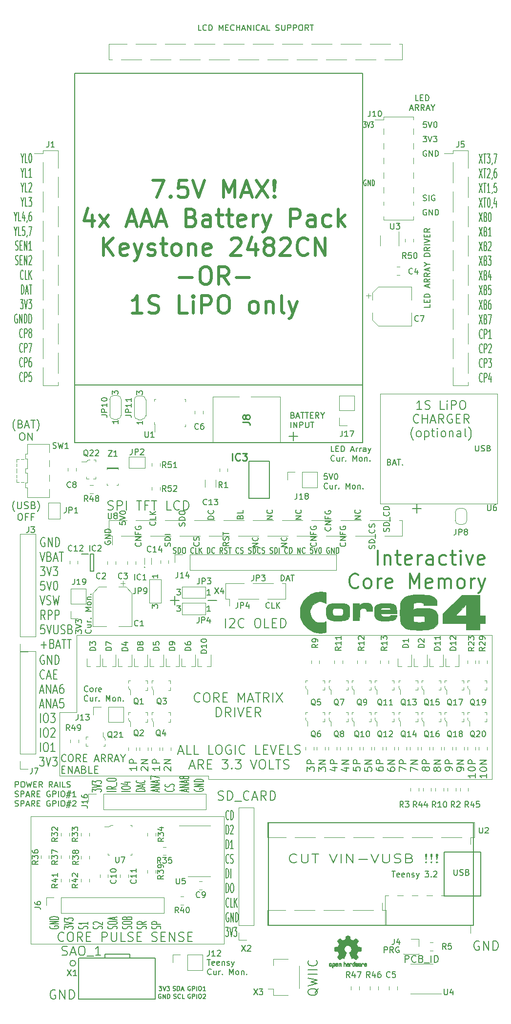
<source format=gbr>
G04 #@! TF.GenerationSoftware,KiCad,Pcbnew,(5.1.2-1)-1*
G04 #@! TF.CreationDate,2020-11-19T22:06:58-06:00*
G04 #@! TF.ProjectId,Core64 LB v0.4,436f7265-3634-4204-9c42-2076302e342e,0.3*
G04 #@! TF.SameCoordinates,Original*
G04 #@! TF.FileFunction,Legend,Top*
G04 #@! TF.FilePolarity,Positive*
%FSLAX46Y46*%
G04 Gerber Fmt 4.6, Leading zero omitted, Abs format (unit mm)*
G04 Created by KiCad (PCBNEW (5.1.2-1)-1) date 2020-11-19 22:06:58*
%MOMM*%
%LPD*%
G04 APERTURE LIST*
%ADD10C,0.120000*%
%ADD11C,0.150000*%
%ADD12C,0.160000*%
%ADD13C,0.300000*%
%ADD14C,0.200000*%
%ADD15C,0.500000*%
%ADD16C,0.100000*%
%ADD17C,0.152400*%
%ADD18C,0.010000*%
%ADD19C,0.254000*%
G04 APERTURE END LIST*
D10*
X-8200000Y-88000000D02*
X-8200000Y-88600000D01*
X-8200000Y-88600000D02*
X41000000Y-88600000D01*
D11*
X-20636071Y-86361785D02*
X-20636071Y-87064642D01*
X-20636071Y-86713214D02*
X-21866071Y-86713214D01*
X-21690357Y-86830357D01*
X-21573214Y-86947500D01*
X-21514642Y-87064642D01*
X-20636071Y-85834642D02*
X-21866071Y-85834642D01*
X-21866071Y-85366071D01*
X-21807500Y-85248928D01*
X-21748928Y-85190357D01*
X-21631785Y-85131785D01*
X-21456071Y-85131785D01*
X-21338928Y-85190357D01*
X-21280357Y-85248928D01*
X-21221785Y-85366071D01*
X-21221785Y-85834642D01*
X-19753928Y-87123214D02*
X-19812500Y-87064642D01*
X-19871071Y-86947500D01*
X-19871071Y-86654642D01*
X-19812500Y-86537500D01*
X-19753928Y-86478928D01*
X-19636785Y-86420357D01*
X-19519642Y-86420357D01*
X-19343928Y-86478928D01*
X-18641071Y-87181785D01*
X-18641071Y-86420357D01*
X-18641071Y-85893214D02*
X-19871071Y-85893214D01*
X-18641071Y-85190357D01*
X-19871071Y-85190357D01*
X-16646071Y-86361785D02*
X-16646071Y-87064642D01*
X-16646071Y-86713214D02*
X-17876071Y-86713214D01*
X-17700357Y-86830357D01*
X-17583214Y-86947500D01*
X-17524642Y-87064642D01*
X-16646071Y-85834642D02*
X-17876071Y-85834642D01*
X-17876071Y-85366071D01*
X-17817500Y-85248928D01*
X-17758928Y-85190357D01*
X-17641785Y-85131785D01*
X-17466071Y-85131785D01*
X-17348928Y-85190357D01*
X-17290357Y-85248928D01*
X-17231785Y-85366071D01*
X-17231785Y-85834642D01*
X-15763928Y-87123214D02*
X-15822500Y-87064642D01*
X-15881071Y-86947500D01*
X-15881071Y-86654642D01*
X-15822500Y-86537500D01*
X-15763928Y-86478928D01*
X-15646785Y-86420357D01*
X-15529642Y-86420357D01*
X-15353928Y-86478928D01*
X-14651071Y-87181785D01*
X-14651071Y-86420357D01*
X-14651071Y-85893214D02*
X-15881071Y-85893214D01*
X-14651071Y-85190357D01*
X-15881071Y-85190357D01*
X19166666Y15200000D02*
X19100000Y15247619D01*
X19000000Y15247619D01*
X18900000Y15200000D01*
X18833333Y15104761D01*
X18800000Y15009523D01*
X18766666Y14819047D01*
X18766666Y14676190D01*
X18800000Y14485714D01*
X18833333Y14390476D01*
X18900000Y14295238D01*
X19000000Y14247619D01*
X19066666Y14247619D01*
X19166666Y14295238D01*
X19200000Y14342857D01*
X19200000Y14676190D01*
X19066666Y14676190D01*
X19500000Y14247619D02*
X19500000Y15247619D01*
X19900000Y14247619D01*
X19900000Y15247619D01*
X20233333Y14247619D02*
X20233333Y15247619D01*
X20400000Y15247619D01*
X20500000Y15200000D01*
X20566666Y15104761D01*
X20600000Y15009523D01*
X20633333Y14819047D01*
X20633333Y14676190D01*
X20600000Y14485714D01*
X20566666Y14390476D01*
X20500000Y14295238D01*
X20400000Y14247619D01*
X20233333Y14247619D01*
X29638095Y10100000D02*
X29542857Y10147619D01*
X29400000Y10147619D01*
X29257142Y10100000D01*
X29161904Y10004761D01*
X29114285Y9909523D01*
X29066666Y9719047D01*
X29066666Y9576190D01*
X29114285Y9385714D01*
X29161904Y9290476D01*
X29257142Y9195238D01*
X29400000Y9147619D01*
X29495238Y9147619D01*
X29638095Y9195238D01*
X29685714Y9242857D01*
X29685714Y9576190D01*
X29495238Y9576190D01*
X30114285Y9147619D02*
X30114285Y10147619D01*
X30685714Y9147619D01*
X30685714Y10147619D01*
X31161904Y9147619D02*
X31161904Y10147619D01*
X31400000Y10147619D01*
X31542857Y10100000D01*
X31638095Y10004761D01*
X31685714Y9909523D01*
X31733333Y9719047D01*
X31733333Y9576190D01*
X31685714Y9385714D01*
X31638095Y9290476D01*
X31542857Y9195238D01*
X31400000Y9147619D01*
X31161904Y9147619D01*
X29076190Y11695238D02*
X29219047Y11647619D01*
X29457142Y11647619D01*
X29552380Y11695238D01*
X29600000Y11742857D01*
X29647619Y11838095D01*
X29647619Y11933333D01*
X29600000Y12028571D01*
X29552380Y12076190D01*
X29457142Y12123809D01*
X29266666Y12171428D01*
X29171428Y12219047D01*
X29123809Y12266666D01*
X29076190Y12361904D01*
X29076190Y12457142D01*
X29123809Y12552380D01*
X29171428Y12600000D01*
X29266666Y12647619D01*
X29504761Y12647619D01*
X29647619Y12600000D01*
X30076190Y11647619D02*
X30076190Y12647619D01*
X31076190Y12600000D02*
X30980952Y12647619D01*
X30838095Y12647619D01*
X30695238Y12600000D01*
X30600000Y12504761D01*
X30552380Y12409523D01*
X30504761Y12219047D01*
X30504761Y12076190D01*
X30552380Y11885714D01*
X30600000Y11790476D01*
X30695238Y11695238D01*
X30838095Y11647619D01*
X30933333Y11647619D01*
X31076190Y11695238D01*
X31123809Y11742857D01*
X31123809Y12076190D01*
X30933333Y12076190D01*
X29638095Y20300000D02*
X29542857Y20347619D01*
X29400000Y20347619D01*
X29257142Y20300000D01*
X29161904Y20204761D01*
X29114285Y20109523D01*
X29066666Y19919047D01*
X29066666Y19776190D01*
X29114285Y19585714D01*
X29161904Y19490476D01*
X29257142Y19395238D01*
X29400000Y19347619D01*
X29495238Y19347619D01*
X29638095Y19395238D01*
X29685714Y19442857D01*
X29685714Y19776190D01*
X29495238Y19776190D01*
X30114285Y19347619D02*
X30114285Y20347619D01*
X30685714Y19347619D01*
X30685714Y20347619D01*
X31161904Y19347619D02*
X31161904Y20347619D01*
X31400000Y20347619D01*
X31542857Y20300000D01*
X31638095Y20204761D01*
X31685714Y20109523D01*
X31733333Y19919047D01*
X31733333Y19776190D01*
X31685714Y19585714D01*
X31638095Y19490476D01*
X31542857Y19395238D01*
X31400000Y19347619D01*
X31161904Y19347619D01*
X29061904Y22847619D02*
X29680952Y22847619D01*
X29347619Y22466666D01*
X29490476Y22466666D01*
X29585714Y22419047D01*
X29633333Y22371428D01*
X29680952Y22276190D01*
X29680952Y22038095D01*
X29633333Y21942857D01*
X29585714Y21895238D01*
X29490476Y21847619D01*
X29204761Y21847619D01*
X29109523Y21895238D01*
X29061904Y21942857D01*
X29966666Y22847619D02*
X30300000Y21847619D01*
X30633333Y22847619D01*
X30871428Y22847619D02*
X31490476Y22847619D01*
X31157142Y22466666D01*
X31300000Y22466666D01*
X31395238Y22419047D01*
X31442857Y22371428D01*
X31490476Y22276190D01*
X31490476Y22038095D01*
X31442857Y21942857D01*
X31395238Y21895238D01*
X31300000Y21847619D01*
X31014285Y21847619D01*
X30919047Y21895238D01*
X30871428Y21942857D01*
X18733333Y25347619D02*
X19166666Y25347619D01*
X18933333Y24966666D01*
X19033333Y24966666D01*
X19100000Y24919047D01*
X19133333Y24871428D01*
X19166666Y24776190D01*
X19166666Y24538095D01*
X19133333Y24442857D01*
X19100000Y24395238D01*
X19033333Y24347619D01*
X18833333Y24347619D01*
X18766666Y24395238D01*
X18733333Y24442857D01*
X19366666Y25347619D02*
X19600000Y24347619D01*
X19833333Y25347619D01*
X20000000Y25347619D02*
X20433333Y25347619D01*
X20200000Y24966666D01*
X20300000Y24966666D01*
X20366666Y24919047D01*
X20400000Y24871428D01*
X20433333Y24776190D01*
X20433333Y24538095D01*
X20400000Y24442857D01*
X20366666Y24395238D01*
X20300000Y24347619D01*
X20100000Y24347619D01*
X20033333Y24395238D01*
X20000000Y24442857D01*
X29633333Y25347619D02*
X29157142Y25347619D01*
X29109523Y24871428D01*
X29157142Y24919047D01*
X29252380Y24966666D01*
X29490476Y24966666D01*
X29585714Y24919047D01*
X29633333Y24871428D01*
X29680952Y24776190D01*
X29680952Y24538095D01*
X29633333Y24442857D01*
X29585714Y24395238D01*
X29490476Y24347619D01*
X29252380Y24347619D01*
X29157142Y24395238D01*
X29109523Y24442857D01*
X29966666Y25347619D02*
X30300000Y24347619D01*
X30633333Y25347619D01*
X31157142Y25347619D02*
X31252380Y25347619D01*
X31347619Y25300000D01*
X31395238Y25252380D01*
X31442857Y25157142D01*
X31490476Y24966666D01*
X31490476Y24728571D01*
X31442857Y24538095D01*
X31395238Y24442857D01*
X31347619Y24395238D01*
X31252380Y24347619D01*
X31157142Y24347619D01*
X31061904Y24395238D01*
X31014285Y24442857D01*
X30966666Y24538095D01*
X30919047Y24728571D01*
X30919047Y24966666D01*
X30966666Y25157142D01*
X31014285Y25252380D01*
X31061904Y25300000D01*
X31157142Y25347619D01*
X-9428571Y41147619D02*
X-9904761Y41147619D01*
X-9904761Y42147619D01*
X-8523809Y41242857D02*
X-8571428Y41195238D01*
X-8714285Y41147619D01*
X-8809523Y41147619D01*
X-8952380Y41195238D01*
X-9047619Y41290476D01*
X-9095238Y41385714D01*
X-9142857Y41576190D01*
X-9142857Y41719047D01*
X-9095238Y41909523D01*
X-9047619Y42004761D01*
X-8952380Y42100000D01*
X-8809523Y42147619D01*
X-8714285Y42147619D01*
X-8571428Y42100000D01*
X-8523809Y42052380D01*
X-8095238Y41147619D02*
X-8095238Y42147619D01*
X-7857142Y42147619D01*
X-7714285Y42100000D01*
X-7619047Y42004761D01*
X-7571428Y41909523D01*
X-7523809Y41719047D01*
X-7523809Y41576190D01*
X-7571428Y41385714D01*
X-7619047Y41290476D01*
X-7714285Y41195238D01*
X-7857142Y41147619D01*
X-8095238Y41147619D01*
X-6333333Y41147619D02*
X-6333333Y42147619D01*
X-6000000Y41433333D01*
X-5666666Y42147619D01*
X-5666666Y41147619D01*
X-5190476Y41671428D02*
X-4857142Y41671428D01*
X-4714285Y41147619D02*
X-5190476Y41147619D01*
X-5190476Y42147619D01*
X-4714285Y42147619D01*
X-3714285Y41242857D02*
X-3761904Y41195238D01*
X-3904761Y41147619D01*
X-4000000Y41147619D01*
X-4142857Y41195238D01*
X-4238095Y41290476D01*
X-4285714Y41385714D01*
X-4333333Y41576190D01*
X-4333333Y41719047D01*
X-4285714Y41909523D01*
X-4238095Y42004761D01*
X-4142857Y42100000D01*
X-4000000Y42147619D01*
X-3904761Y42147619D01*
X-3761904Y42100000D01*
X-3714285Y42052380D01*
X-3285714Y41147619D02*
X-3285714Y42147619D01*
X-3285714Y41671428D02*
X-2714285Y41671428D01*
X-2714285Y41147619D02*
X-2714285Y42147619D01*
X-2285714Y41433333D02*
X-1809523Y41433333D01*
X-2380952Y41147619D02*
X-2047619Y42147619D01*
X-1714285Y41147619D01*
X-1380952Y41147619D02*
X-1380952Y42147619D01*
X-809523Y41147619D01*
X-809523Y42147619D01*
X-333333Y41147619D02*
X-333333Y42147619D01*
X714285Y41242857D02*
X666666Y41195238D01*
X523809Y41147619D01*
X428571Y41147619D01*
X285714Y41195238D01*
X190476Y41290476D01*
X142857Y41385714D01*
X95238Y41576190D01*
X95238Y41719047D01*
X142857Y41909523D01*
X190476Y42004761D01*
X285714Y42100000D01*
X428571Y42147619D01*
X523809Y42147619D01*
X666666Y42100000D01*
X714285Y42052380D01*
X1095238Y41433333D02*
X1571428Y41433333D01*
X999999Y41147619D02*
X1333333Y42147619D01*
X1666666Y41147619D01*
X2476190Y41147619D02*
X1999999Y41147619D01*
X1999999Y42147619D01*
X3523809Y41195238D02*
X3666666Y41147619D01*
X3904761Y41147619D01*
X3999999Y41195238D01*
X4047619Y41242857D01*
X4095238Y41338095D01*
X4095238Y41433333D01*
X4047619Y41528571D01*
X3999999Y41576190D01*
X3904761Y41623809D01*
X3714285Y41671428D01*
X3619047Y41719047D01*
X3571428Y41766666D01*
X3523809Y41861904D01*
X3523809Y41957142D01*
X3571428Y42052380D01*
X3619047Y42100000D01*
X3714285Y42147619D01*
X3952380Y42147619D01*
X4095238Y42100000D01*
X4523809Y42147619D02*
X4523809Y41338095D01*
X4571428Y41242857D01*
X4619047Y41195238D01*
X4714285Y41147619D01*
X4904761Y41147619D01*
X4999999Y41195238D01*
X5047619Y41242857D01*
X5095238Y41338095D01*
X5095238Y42147619D01*
X5571428Y41147619D02*
X5571428Y42147619D01*
X5952380Y42147619D01*
X6047619Y42100000D01*
X6095238Y42052380D01*
X6142857Y41957142D01*
X6142857Y41814285D01*
X6095238Y41719047D01*
X6047619Y41671428D01*
X5952380Y41623809D01*
X5571428Y41623809D01*
X6571428Y41147619D02*
X6571428Y42147619D01*
X6952380Y42147619D01*
X7047619Y42100000D01*
X7095238Y42052380D01*
X7142857Y41957142D01*
X7142857Y41814285D01*
X7095238Y41719047D01*
X7047619Y41671428D01*
X6952380Y41623809D01*
X6571428Y41623809D01*
X7761904Y42147619D02*
X7952380Y42147619D01*
X8047619Y42100000D01*
X8142857Y42004761D01*
X8190476Y41814285D01*
X8190476Y41480952D01*
X8142857Y41290476D01*
X8047619Y41195238D01*
X7952380Y41147619D01*
X7761904Y41147619D01*
X7666666Y41195238D01*
X7571428Y41290476D01*
X7523809Y41480952D01*
X7523809Y41814285D01*
X7571428Y42004761D01*
X7666666Y42100000D01*
X7761904Y42147619D01*
X9190476Y41147619D02*
X8857142Y41623809D01*
X8619047Y41147619D02*
X8619047Y42147619D01*
X8999999Y42147619D01*
X9095238Y42100000D01*
X9142857Y42052380D01*
X9190476Y41957142D01*
X9190476Y41814285D01*
X9142857Y41719047D01*
X9095238Y41671428D01*
X8999999Y41623809D01*
X8619047Y41623809D01*
X9476190Y42147619D02*
X10047619Y42147619D01*
X9761904Y41147619D02*
X9761904Y42147619D01*
X-14250119Y-49404761D02*
X-14135833Y-49452380D01*
X-13945357Y-49452380D01*
X-13869166Y-49404761D01*
X-13831071Y-49357142D01*
X-13792976Y-49261904D01*
X-13792976Y-49166666D01*
X-13831071Y-49071428D01*
X-13869166Y-49023809D01*
X-13945357Y-48976190D01*
X-14097738Y-48928571D01*
X-14173928Y-48880952D01*
X-14212023Y-48833333D01*
X-14250119Y-48738095D01*
X-14250119Y-48642857D01*
X-14212023Y-48547619D01*
X-14173928Y-48500000D01*
X-14097738Y-48452380D01*
X-13907261Y-48452380D01*
X-13792976Y-48500000D01*
X-13450119Y-49452380D02*
X-13450119Y-48452380D01*
X-13259642Y-48452380D01*
X-13145357Y-48500000D01*
X-13069166Y-48595238D01*
X-13031071Y-48690476D01*
X-12992976Y-48880952D01*
X-12992976Y-49023809D01*
X-13031071Y-49214285D01*
X-13069166Y-49309523D01*
X-13145357Y-49404761D01*
X-13259642Y-49452380D01*
X-13450119Y-49452380D01*
X-12497738Y-48452380D02*
X-12345357Y-48452380D01*
X-12269166Y-48500000D01*
X-12192976Y-48595238D01*
X-12154880Y-48785714D01*
X-12154880Y-49119047D01*
X-12192976Y-49309523D01*
X-12269166Y-49404761D01*
X-12345357Y-49452380D01*
X-12497738Y-49452380D01*
X-12573928Y-49404761D01*
X-12650119Y-49309523D01*
X-12688214Y-49119047D01*
X-12688214Y-48785714D01*
X-12650119Y-48595238D01*
X-12573928Y-48500000D01*
X-12497738Y-48452380D01*
X-10745357Y-49357142D02*
X-10783452Y-49404761D01*
X-10897738Y-49452380D01*
X-10973928Y-49452380D01*
X-11088214Y-49404761D01*
X-11164404Y-49309523D01*
X-11202500Y-49214285D01*
X-11240595Y-49023809D01*
X-11240595Y-48880952D01*
X-11202500Y-48690476D01*
X-11164404Y-48595238D01*
X-11088214Y-48500000D01*
X-10973928Y-48452380D01*
X-10897738Y-48452380D01*
X-10783452Y-48500000D01*
X-10745357Y-48547619D01*
X-10021547Y-49452380D02*
X-10402500Y-49452380D01*
X-10402500Y-48452380D01*
X-9754880Y-49452380D02*
X-9754880Y-48452380D01*
X-9297738Y-49452380D02*
X-9640595Y-48880952D01*
X-9297738Y-48452380D02*
X-9754880Y-49023809D01*
X-8345357Y-49452380D02*
X-8345357Y-48452380D01*
X-8154880Y-48452380D01*
X-8040595Y-48500000D01*
X-7964404Y-48595238D01*
X-7926309Y-48690476D01*
X-7888214Y-48880952D01*
X-7888214Y-49023809D01*
X-7926309Y-49214285D01*
X-7964404Y-49309523D01*
X-8040595Y-49404761D01*
X-8154880Y-49452380D01*
X-8345357Y-49452380D01*
X-7088214Y-49357142D02*
X-7126309Y-49404761D01*
X-7240595Y-49452380D01*
X-7316785Y-49452380D01*
X-7431071Y-49404761D01*
X-7507261Y-49309523D01*
X-7545357Y-49214285D01*
X-7583452Y-49023809D01*
X-7583452Y-48880952D01*
X-7545357Y-48690476D01*
X-7507261Y-48595238D01*
X-7431071Y-48500000D01*
X-7316785Y-48452380D01*
X-7240595Y-48452380D01*
X-7126309Y-48500000D01*
X-7088214Y-48547619D01*
X-5678690Y-49452380D02*
X-5945357Y-48976190D01*
X-6135833Y-49452380D02*
X-6135833Y-48452380D01*
X-5831071Y-48452380D01*
X-5754880Y-48500000D01*
X-5716785Y-48547619D01*
X-5678690Y-48642857D01*
X-5678690Y-48785714D01*
X-5716785Y-48880952D01*
X-5754880Y-48928571D01*
X-5831071Y-48976190D01*
X-6135833Y-48976190D01*
X-5373928Y-49404761D02*
X-5259642Y-49452380D01*
X-5069166Y-49452380D01*
X-4992976Y-49404761D01*
X-4954880Y-49357142D01*
X-4916785Y-49261904D01*
X-4916785Y-49166666D01*
X-4954880Y-49071428D01*
X-4992976Y-49023809D01*
X-5069166Y-48976190D01*
X-5221547Y-48928571D01*
X-5297738Y-48880952D01*
X-5335833Y-48833333D01*
X-5373928Y-48738095D01*
X-5373928Y-48642857D01*
X-5335833Y-48547619D01*
X-5297738Y-48500000D01*
X-5221547Y-48452380D01*
X-5031071Y-48452380D01*
X-4916785Y-48500000D01*
X-4688214Y-48452380D02*
X-4231071Y-48452380D01*
X-4459642Y-49452380D02*
X-4459642Y-48452380D01*
X-2897738Y-49357142D02*
X-2935833Y-49404761D01*
X-3050119Y-49452380D01*
X-3126309Y-49452380D01*
X-3240595Y-49404761D01*
X-3316785Y-49309523D01*
X-3354880Y-49214285D01*
X-3392976Y-49023809D01*
X-3392976Y-48880952D01*
X-3354880Y-48690476D01*
X-3316785Y-48595238D01*
X-3240595Y-48500000D01*
X-3126309Y-48452380D01*
X-3050119Y-48452380D01*
X-2935833Y-48500000D01*
X-2897738Y-48547619D01*
X-2592976Y-49404761D02*
X-2478690Y-49452380D01*
X-2288214Y-49452380D01*
X-2212023Y-49404761D01*
X-2173928Y-49357142D01*
X-2135833Y-49261904D01*
X-2135833Y-49166666D01*
X-2173928Y-49071428D01*
X-2212023Y-49023809D01*
X-2288214Y-48976190D01*
X-2440595Y-48928571D01*
X-2516785Y-48880952D01*
X-2554880Y-48833333D01*
X-2592976Y-48738095D01*
X-2592976Y-48642857D01*
X-2554880Y-48547619D01*
X-2516785Y-48500000D01*
X-2440595Y-48452380D01*
X-2250119Y-48452380D01*
X-2135833Y-48500000D01*
X-1221547Y-49404761D02*
X-1107261Y-49452380D01*
X-916785Y-49452380D01*
X-840595Y-49404761D01*
X-802500Y-49357142D01*
X-764404Y-49261904D01*
X-764404Y-49166666D01*
X-802500Y-49071428D01*
X-840595Y-49023809D01*
X-916785Y-48976190D01*
X-1069166Y-48928571D01*
X-1145357Y-48880952D01*
X-1183452Y-48833333D01*
X-1221547Y-48738095D01*
X-1221547Y-48642857D01*
X-1183452Y-48547619D01*
X-1145357Y-48500000D01*
X-1069166Y-48452380D01*
X-878690Y-48452380D01*
X-764404Y-48500000D01*
X-421547Y-49452380D02*
X-421547Y-48452380D01*
X-231071Y-48452380D01*
X-116785Y-48500000D01*
X-40595Y-48595238D01*
X-2500Y-48690476D01*
X35595Y-48880952D01*
X35595Y-49023809D01*
X-2500Y-49214285D01*
X-40595Y-49309523D01*
X-116785Y-49404761D01*
X-231071Y-49452380D01*
X-421547Y-49452380D01*
X835595Y-49357142D02*
X797499Y-49404761D01*
X683214Y-49452380D01*
X607023Y-49452380D01*
X492738Y-49404761D01*
X416547Y-49309523D01*
X378452Y-49214285D01*
X340357Y-49023809D01*
X340357Y-48880952D01*
X378452Y-48690476D01*
X416547Y-48595238D01*
X492738Y-48500000D01*
X607023Y-48452380D01*
X683214Y-48452380D01*
X797499Y-48500000D01*
X835595Y-48547619D01*
X1140357Y-49404761D02*
X1254642Y-49452380D01*
X1445119Y-49452380D01*
X1521309Y-49404761D01*
X1559404Y-49357142D01*
X1597499Y-49261904D01*
X1597499Y-49166666D01*
X1559404Y-49071428D01*
X1521309Y-49023809D01*
X1445119Y-48976190D01*
X1292738Y-48928571D01*
X1216547Y-48880952D01*
X1178452Y-48833333D01*
X1140357Y-48738095D01*
X1140357Y-48642857D01*
X1178452Y-48547619D01*
X1216547Y-48500000D01*
X1292738Y-48452380D01*
X1483214Y-48452380D01*
X1597499Y-48500000D01*
X2511785Y-49404761D02*
X2626071Y-49452380D01*
X2816547Y-49452380D01*
X2892738Y-49404761D01*
X2930833Y-49357142D01*
X2968928Y-49261904D01*
X2968928Y-49166666D01*
X2930833Y-49071428D01*
X2892738Y-49023809D01*
X2816547Y-48976190D01*
X2664166Y-48928571D01*
X2587976Y-48880952D01*
X2549880Y-48833333D01*
X2511785Y-48738095D01*
X2511785Y-48642857D01*
X2549880Y-48547619D01*
X2587976Y-48500000D01*
X2664166Y-48452380D01*
X2854642Y-48452380D01*
X2968928Y-48500000D01*
X3311785Y-49452380D02*
X3311785Y-48452380D01*
X3502261Y-48452380D01*
X3616547Y-48500000D01*
X3692738Y-48595238D01*
X3730833Y-48690476D01*
X3768928Y-48880952D01*
X3768928Y-49023809D01*
X3730833Y-49214285D01*
X3692738Y-49309523D01*
X3616547Y-49404761D01*
X3502261Y-49452380D01*
X3311785Y-49452380D01*
X4111785Y-49452380D02*
X4111785Y-48452380D01*
X5559404Y-49357142D02*
X5521309Y-49404761D01*
X5407023Y-49452380D01*
X5330833Y-49452380D01*
X5216547Y-49404761D01*
X5140357Y-49309523D01*
X5102261Y-49214285D01*
X5064166Y-49023809D01*
X5064166Y-48880952D01*
X5102261Y-48690476D01*
X5140357Y-48595238D01*
X5216547Y-48500000D01*
X5330833Y-48452380D01*
X5407023Y-48452380D01*
X5521309Y-48500000D01*
X5559404Y-48547619D01*
X5902261Y-49452380D02*
X5902261Y-48452380D01*
X6092738Y-48452380D01*
X6207023Y-48500000D01*
X6283214Y-48595238D01*
X6321309Y-48690476D01*
X6359404Y-48880952D01*
X6359404Y-49023809D01*
X6321309Y-49214285D01*
X6283214Y-49309523D01*
X6207023Y-49404761D01*
X6092738Y-49452380D01*
X5902261Y-49452380D01*
X7311785Y-49452380D02*
X7311785Y-48452380D01*
X7768928Y-49452380D01*
X7768928Y-48452380D01*
X8607023Y-49357142D02*
X8568928Y-49404761D01*
X8454642Y-49452380D01*
X8378452Y-49452380D01*
X8264166Y-49404761D01*
X8187976Y-49309523D01*
X8149880Y-49214285D01*
X8111785Y-49023809D01*
X8111785Y-48880952D01*
X8149880Y-48690476D01*
X8187976Y-48595238D01*
X8264166Y-48500000D01*
X8378452Y-48452380D01*
X8454642Y-48452380D01*
X8568928Y-48500000D01*
X8607023Y-48547619D01*
X9940357Y-48452380D02*
X9559404Y-48452380D01*
X9521309Y-48928571D01*
X9559404Y-48880952D01*
X9635595Y-48833333D01*
X9826071Y-48833333D01*
X9902261Y-48880952D01*
X9940357Y-48928571D01*
X9978452Y-49023809D01*
X9978452Y-49261904D01*
X9940357Y-49357142D01*
X9902261Y-49404761D01*
X9826071Y-49452380D01*
X9635595Y-49452380D01*
X9559404Y-49404761D01*
X9521309Y-49357142D01*
X10207023Y-48452380D02*
X10473690Y-49452380D01*
X10740357Y-48452380D01*
X11159404Y-48452380D02*
X11235595Y-48452380D01*
X11311785Y-48500000D01*
X11349880Y-48547619D01*
X11387976Y-48642857D01*
X11426071Y-48833333D01*
X11426071Y-49071428D01*
X11387976Y-49261904D01*
X11349880Y-49357142D01*
X11311785Y-49404761D01*
X11235595Y-49452380D01*
X11159404Y-49452380D01*
X11083214Y-49404761D01*
X11045119Y-49357142D01*
X11007023Y-49261904D01*
X10968928Y-49071428D01*
X10968928Y-48833333D01*
X11007023Y-48642857D01*
X11045119Y-48547619D01*
X11083214Y-48500000D01*
X11159404Y-48452380D01*
X12797500Y-48500000D02*
X12721309Y-48452380D01*
X12607023Y-48452380D01*
X12492738Y-48500000D01*
X12416547Y-48595238D01*
X12378452Y-48690476D01*
X12340357Y-48880952D01*
X12340357Y-49023809D01*
X12378452Y-49214285D01*
X12416547Y-49309523D01*
X12492738Y-49404761D01*
X12607023Y-49452380D01*
X12683214Y-49452380D01*
X12797500Y-49404761D01*
X12835595Y-49357142D01*
X12835595Y-49023809D01*
X12683214Y-49023809D01*
X13178452Y-49452380D02*
X13178452Y-48452380D01*
X13635595Y-49452380D01*
X13635595Y-48452380D01*
X14016547Y-49452380D02*
X14016547Y-48452380D01*
X14207023Y-48452380D01*
X14321309Y-48500000D01*
X14397500Y-48595238D01*
X14435595Y-48690476D01*
X14473690Y-48880952D01*
X14473690Y-49023809D01*
X14435595Y-49214285D01*
X14397500Y-49309523D01*
X14321309Y-49404761D01*
X14207023Y-49452380D01*
X14016547Y-49452380D01*
X20654761Y-48642857D02*
X20702380Y-48500000D01*
X20702380Y-48261904D01*
X20654761Y-48166666D01*
X20607142Y-48119047D01*
X20511904Y-48071428D01*
X20416666Y-48071428D01*
X20321428Y-48119047D01*
X20273809Y-48166666D01*
X20226190Y-48261904D01*
X20178571Y-48452380D01*
X20130952Y-48547619D01*
X20083333Y-48595238D01*
X19988095Y-48642857D01*
X19892857Y-48642857D01*
X19797619Y-48595238D01*
X19750000Y-48547619D01*
X19702380Y-48452380D01*
X19702380Y-48214285D01*
X19750000Y-48071428D01*
X20702380Y-47642857D02*
X19702380Y-47642857D01*
X19702380Y-47404761D01*
X19750000Y-47261904D01*
X19845238Y-47166666D01*
X19940476Y-47119047D01*
X20130952Y-47071428D01*
X20273809Y-47071428D01*
X20464285Y-47119047D01*
X20559523Y-47166666D01*
X20654761Y-47261904D01*
X20702380Y-47404761D01*
X20702380Y-47642857D01*
X20797619Y-46880952D02*
X20797619Y-46119047D01*
X20607142Y-45309523D02*
X20654761Y-45357142D01*
X20702380Y-45500000D01*
X20702380Y-45595238D01*
X20654761Y-45738095D01*
X20559523Y-45833333D01*
X20464285Y-45880952D01*
X20273809Y-45928571D01*
X20130952Y-45928571D01*
X19940476Y-45880952D01*
X19845238Y-45833333D01*
X19750000Y-45738095D01*
X19702380Y-45595238D01*
X19702380Y-45500000D01*
X19750000Y-45357142D01*
X19797619Y-45309523D01*
X20654761Y-44928571D02*
X20702380Y-44785714D01*
X20702380Y-44547619D01*
X20654761Y-44452380D01*
X20607142Y-44404761D01*
X20511904Y-44357142D01*
X20416666Y-44357142D01*
X20321428Y-44404761D01*
X20273809Y-44452380D01*
X20226190Y-44547619D01*
X20178571Y-44738095D01*
X20130952Y-44833333D01*
X20083333Y-44880952D01*
X19988095Y-44928571D01*
X19892857Y-44928571D01*
X19797619Y-44880952D01*
X19750000Y-44833333D01*
X19702380Y-44738095D01*
X19702380Y-44500000D01*
X19750000Y-44357142D01*
X23154761Y-45666666D02*
X23202380Y-45523809D01*
X23202380Y-45285714D01*
X23154761Y-45190476D01*
X23107142Y-45142857D01*
X23011904Y-45095238D01*
X22916666Y-45095238D01*
X22821428Y-45142857D01*
X22773809Y-45190476D01*
X22726190Y-45285714D01*
X22678571Y-45476190D01*
X22630952Y-45571428D01*
X22583333Y-45619047D01*
X22488095Y-45666666D01*
X22392857Y-45666666D01*
X22297619Y-45619047D01*
X22250000Y-45571428D01*
X22202380Y-45476190D01*
X22202380Y-45238095D01*
X22250000Y-45095238D01*
X23202380Y-44666666D02*
X22202380Y-44666666D01*
X22202380Y-44428571D01*
X22250000Y-44285714D01*
X22345238Y-44190476D01*
X22440476Y-44142857D01*
X22630952Y-44095238D01*
X22773809Y-44095238D01*
X22964285Y-44142857D01*
X23059523Y-44190476D01*
X23154761Y-44285714D01*
X23202380Y-44428571D01*
X23202380Y-44666666D01*
X23297619Y-43904761D02*
X23297619Y-43142857D01*
X23107142Y-42333333D02*
X23154761Y-42380952D01*
X23202380Y-42523809D01*
X23202380Y-42619047D01*
X23154761Y-42761904D01*
X23059523Y-42857142D01*
X22964285Y-42904761D01*
X22773809Y-42952380D01*
X22630952Y-42952380D01*
X22440476Y-42904761D01*
X22345238Y-42857142D01*
X22250000Y-42761904D01*
X22202380Y-42619047D01*
X22202380Y-42523809D01*
X22250000Y-42380952D01*
X22297619Y-42333333D01*
X23202380Y-41904761D02*
X22202380Y-41904761D01*
X22202380Y-41666666D01*
X22250000Y-41523809D01*
X22345238Y-41428571D01*
X22440476Y-41380952D01*
X22630952Y-41333333D01*
X22773809Y-41333333D01*
X22964285Y-41380952D01*
X23059523Y-41428571D01*
X23154761Y-41523809D01*
X23202380Y-41666666D01*
X23202380Y-41904761D01*
X18202380Y-43535714D02*
X17202380Y-43535714D01*
X18202380Y-42964285D01*
X17202380Y-42964285D01*
X18107142Y-41916666D02*
X18154761Y-41964285D01*
X18202380Y-42107142D01*
X18202380Y-42202380D01*
X18154761Y-42345238D01*
X18059523Y-42440476D01*
X17964285Y-42488095D01*
X17773809Y-42535714D01*
X17630952Y-42535714D01*
X17440476Y-42488095D01*
X17345238Y-42440476D01*
X17250000Y-42345238D01*
X17202380Y-42202380D01*
X17202380Y-42107142D01*
X17250000Y-41964285D01*
X17297619Y-41916666D01*
X7952380Y-43535714D02*
X6952380Y-43535714D01*
X7952380Y-42964285D01*
X6952380Y-42964285D01*
X7857142Y-41916666D02*
X7904761Y-41964285D01*
X7952380Y-42107142D01*
X7952380Y-42202380D01*
X7904761Y-42345238D01*
X7809523Y-42440476D01*
X7714285Y-42488095D01*
X7523809Y-42535714D01*
X7380952Y-42535714D01*
X7190476Y-42488095D01*
X7095238Y-42440476D01*
X7000000Y-42345238D01*
X6952380Y-42202380D01*
X6952380Y-42107142D01*
X7000000Y-41964285D01*
X7047619Y-41916666D01*
X5452380Y-48285714D02*
X4452380Y-48285714D01*
X5452380Y-47714285D01*
X4452380Y-47714285D01*
X5357142Y-46666666D02*
X5404761Y-46714285D01*
X5452380Y-46857142D01*
X5452380Y-46952380D01*
X5404761Y-47095238D01*
X5309523Y-47190476D01*
X5214285Y-47238095D01*
X5023809Y-47285714D01*
X4880952Y-47285714D01*
X4690476Y-47238095D01*
X4595238Y-47190476D01*
X4500000Y-47095238D01*
X4452380Y-46952380D01*
X4452380Y-46857142D01*
X4500000Y-46714285D01*
X4547619Y-46666666D01*
X2952380Y-43535714D02*
X1952380Y-43535714D01*
X2952380Y-42964285D01*
X1952380Y-42964285D01*
X2857142Y-41916666D02*
X2904761Y-41964285D01*
X2952380Y-42107142D01*
X2952380Y-42202380D01*
X2904761Y-42345238D01*
X2809523Y-42440476D01*
X2714285Y-42488095D01*
X2523809Y-42535714D01*
X2380952Y-42535714D01*
X2190476Y-42488095D01*
X2095238Y-42440476D01*
X2000000Y-42345238D01*
X1952380Y-42202380D01*
X1952380Y-42107142D01*
X2000000Y-41964285D01*
X2047619Y-41916666D01*
X452380Y-48285714D02*
X-547619Y-48285714D01*
X452380Y-47714285D01*
X-547619Y-47714285D01*
X357142Y-46666666D02*
X404761Y-46714285D01*
X452380Y-46857142D01*
X452380Y-46952380D01*
X404761Y-47095238D01*
X309523Y-47190476D01*
X214285Y-47238095D01*
X23809Y-47285714D01*
X-119047Y-47285714D01*
X-309523Y-47238095D01*
X-404761Y-47190476D01*
X-500000Y-47095238D01*
X-547619Y-46952380D01*
X-547619Y-46857142D01*
X-499999Y-46714285D01*
X-452380Y-46666666D01*
X-2671428Y-43133333D02*
X-2623809Y-42990476D01*
X-2576190Y-42942857D01*
X-2480952Y-42895238D01*
X-2338095Y-42895238D01*
X-2242857Y-42942857D01*
X-2195238Y-42990476D01*
X-2147619Y-43085714D01*
X-2147619Y-43466666D01*
X-3147619Y-43466666D01*
X-3147619Y-43133333D01*
X-3100000Y-43038095D01*
X-3052380Y-42990476D01*
X-2957142Y-42942857D01*
X-2861904Y-42942857D01*
X-2766666Y-42990476D01*
X-2719047Y-43038095D01*
X-2671428Y-43133333D01*
X-2671428Y-43466666D01*
X-2147619Y-41990476D02*
X-2147619Y-42466666D01*
X-3147619Y-42466666D01*
X-4647619Y-47547619D02*
X-5123809Y-47880952D01*
X-4647619Y-48119047D02*
X-5647619Y-48119047D01*
X-5647619Y-47738095D01*
X-5600000Y-47642857D01*
X-5552380Y-47595238D01*
X-5457142Y-47547619D01*
X-5314285Y-47547619D01*
X-5219047Y-47595238D01*
X-5171428Y-47642857D01*
X-5123809Y-47738095D01*
X-5123809Y-48119047D01*
X-4695238Y-47166666D02*
X-4647619Y-47023809D01*
X-4647619Y-46785714D01*
X-4695238Y-46690476D01*
X-4742857Y-46642857D01*
X-4838095Y-46595238D01*
X-4933333Y-46595238D01*
X-5028571Y-46642857D01*
X-5076190Y-46690476D01*
X-5123809Y-46785714D01*
X-5171428Y-46976190D01*
X-5219047Y-47071428D01*
X-5266666Y-47119047D01*
X-5361904Y-47166666D01*
X-5457142Y-47166666D01*
X-5552380Y-47119047D01*
X-5600000Y-47071428D01*
X-5647619Y-46976190D01*
X-5647619Y-46738095D01*
X-5600000Y-46595238D01*
X-5647619Y-46309523D02*
X-5647619Y-45738095D01*
X-4647619Y-46023809D02*
X-5647619Y-46023809D01*
X-7247619Y-43561904D02*
X-8247619Y-43561904D01*
X-8247619Y-43323809D01*
X-8200000Y-43180952D01*
X-8104761Y-43085714D01*
X-8009523Y-43038095D01*
X-7819047Y-42990476D01*
X-7676190Y-42990476D01*
X-7485714Y-43038095D01*
X-7390476Y-43085714D01*
X-7295238Y-43180952D01*
X-7247619Y-43323809D01*
X-7247619Y-43561904D01*
X-7342857Y-41990476D02*
X-7295238Y-42038095D01*
X-7247619Y-42180952D01*
X-7247619Y-42276190D01*
X-7295238Y-42419047D01*
X-7390476Y-42514285D01*
X-7485714Y-42561904D01*
X-7676190Y-42609523D01*
X-7819047Y-42609523D01*
X-8009523Y-42561904D01*
X-8104761Y-42514285D01*
X-8200000Y-42419047D01*
X-8247619Y-42276190D01*
X-8247619Y-42180952D01*
X-8200000Y-42038095D01*
X-8152380Y-41990476D01*
X-9842857Y-47566666D02*
X-9795238Y-47614285D01*
X-9747619Y-47757142D01*
X-9747619Y-47852380D01*
X-9795238Y-47995238D01*
X-9890476Y-48090476D01*
X-9985714Y-48138095D01*
X-10176190Y-48185714D01*
X-10319047Y-48185714D01*
X-10509523Y-48138095D01*
X-10604761Y-48090476D01*
X-10700000Y-47995238D01*
X-10747619Y-47852380D01*
X-10747619Y-47757142D01*
X-10700000Y-47614285D01*
X-10652380Y-47566666D01*
X-9795238Y-47185714D02*
X-9747619Y-47042857D01*
X-9747619Y-46804761D01*
X-9795238Y-46709523D01*
X-9842857Y-46661904D01*
X-9938095Y-46614285D01*
X-10033333Y-46614285D01*
X-10128571Y-46661904D01*
X-10176190Y-46709523D01*
X-10223809Y-46804761D01*
X-10271428Y-46995238D01*
X-10319047Y-47090476D01*
X-10366666Y-47138095D01*
X-10461904Y-47185714D01*
X-10557142Y-47185714D01*
X-10652380Y-47138095D01*
X-10700000Y-47090476D01*
X-10747619Y-46995238D01*
X-10747619Y-46757142D01*
X-10700000Y-46614285D01*
X-12295238Y-44709523D02*
X-12247619Y-44566666D01*
X-12247619Y-44328571D01*
X-12295238Y-44233333D01*
X-12342857Y-44185714D01*
X-12438095Y-44138095D01*
X-12533333Y-44138095D01*
X-12628571Y-44185714D01*
X-12676190Y-44233333D01*
X-12723809Y-44328571D01*
X-12771428Y-44519047D01*
X-12819047Y-44614285D01*
X-12866666Y-44661904D01*
X-12961904Y-44709523D01*
X-13057142Y-44709523D01*
X-13152380Y-44661904D01*
X-13200000Y-44614285D01*
X-13247619Y-44519047D01*
X-13247619Y-44280952D01*
X-13200000Y-44138095D01*
X-12247619Y-43709523D02*
X-13247619Y-43709523D01*
X-13247619Y-43471428D01*
X-13200000Y-43328571D01*
X-13104761Y-43233333D01*
X-13009523Y-43185714D01*
X-12819047Y-43138095D01*
X-12676190Y-43138095D01*
X-12485714Y-43185714D01*
X-12390476Y-43233333D01*
X-12295238Y-43328571D01*
X-12247619Y-43471428D01*
X-12247619Y-43709523D01*
X-13247619Y-42519047D02*
X-13247619Y-42328571D01*
X-13200000Y-42233333D01*
X-13104761Y-42138095D01*
X-12914285Y-42090476D01*
X-12580952Y-42090476D01*
X-12390476Y-42138095D01*
X-12295238Y-42233333D01*
X-12247619Y-42328571D01*
X-12247619Y-42519047D01*
X-12295238Y-42614285D01*
X-12390476Y-42709523D01*
X-12580952Y-42757142D01*
X-12914285Y-42757142D01*
X-13104761Y-42709523D01*
X-13200000Y-42614285D01*
X-13247619Y-42519047D01*
X12957142Y-44942857D02*
X13004761Y-44990476D01*
X13052380Y-45133333D01*
X13052380Y-45228571D01*
X13004761Y-45371428D01*
X12909523Y-45466666D01*
X12814285Y-45514285D01*
X12623809Y-45561904D01*
X12480952Y-45561904D01*
X12290476Y-45514285D01*
X12195238Y-45466666D01*
X12100000Y-45371428D01*
X12052380Y-45228571D01*
X12052380Y-45133333D01*
X12100000Y-44990476D01*
X12147619Y-44942857D01*
X13052380Y-44514285D02*
X12052380Y-44514285D01*
X13052380Y-43942857D01*
X12052380Y-43942857D01*
X12528571Y-43133333D02*
X12528571Y-43466666D01*
X13052380Y-43466666D02*
X12052380Y-43466666D01*
X12052380Y-42990476D01*
X12100000Y-42085714D02*
X12052380Y-42180952D01*
X12052380Y-42323809D01*
X12100000Y-42466666D01*
X12195238Y-42561904D01*
X12290476Y-42609523D01*
X12480952Y-42657142D01*
X12623809Y-42657142D01*
X12814285Y-42609523D01*
X12909523Y-42561904D01*
X13004761Y-42466666D01*
X13052380Y-42323809D01*
X13052380Y-42228571D01*
X13004761Y-42085714D01*
X12957142Y-42038095D01*
X12623809Y-42038095D01*
X12623809Y-42228571D01*
X10457142Y-47642857D02*
X10504761Y-47690476D01*
X10552380Y-47833333D01*
X10552380Y-47928571D01*
X10504761Y-48071428D01*
X10409523Y-48166666D01*
X10314285Y-48214285D01*
X10123809Y-48261904D01*
X9980952Y-48261904D01*
X9790476Y-48214285D01*
X9695238Y-48166666D01*
X9600000Y-48071428D01*
X9552380Y-47928571D01*
X9552380Y-47833333D01*
X9600000Y-47690476D01*
X9647619Y-47642857D01*
X10552380Y-47214285D02*
X9552380Y-47214285D01*
X10552380Y-46642857D01*
X9552380Y-46642857D01*
X10028571Y-45833333D02*
X10028571Y-46166666D01*
X10552380Y-46166666D02*
X9552380Y-46166666D01*
X9552380Y-45690476D01*
X9600000Y-44785714D02*
X9552380Y-44880952D01*
X9552380Y-45023809D01*
X9600000Y-45166666D01*
X9695238Y-45261904D01*
X9790476Y-45309523D01*
X9980952Y-45357142D01*
X10123809Y-45357142D01*
X10314285Y-45309523D01*
X10409523Y-45261904D01*
X10504761Y-45166666D01*
X10552380Y-45023809D01*
X10552380Y-44928571D01*
X10504761Y-44785714D01*
X10457142Y-44738095D01*
X10123809Y-44738095D01*
X10123809Y-44928571D01*
X15557142Y-47642857D02*
X15604761Y-47690476D01*
X15652380Y-47833333D01*
X15652380Y-47928571D01*
X15604761Y-48071428D01*
X15509523Y-48166666D01*
X15414285Y-48214285D01*
X15223809Y-48261904D01*
X15080952Y-48261904D01*
X14890476Y-48214285D01*
X14795238Y-48166666D01*
X14700000Y-48071428D01*
X14652380Y-47928571D01*
X14652380Y-47833333D01*
X14700000Y-47690476D01*
X14747619Y-47642857D01*
X15652380Y-47214285D02*
X14652380Y-47214285D01*
X15652380Y-46642857D01*
X14652380Y-46642857D01*
X15128571Y-45833333D02*
X15128571Y-46166666D01*
X15652380Y-46166666D02*
X14652380Y-46166666D01*
X14652380Y-45690476D01*
X14700000Y-44785714D02*
X14652380Y-44880952D01*
X14652380Y-45023809D01*
X14700000Y-45166666D01*
X14795238Y-45261904D01*
X14890476Y-45309523D01*
X15080952Y-45357142D01*
X15223809Y-45357142D01*
X15414285Y-45309523D01*
X15509523Y-45261904D01*
X15604761Y-45166666D01*
X15652380Y-45023809D01*
X15652380Y-44928571D01*
X15604761Y-44785714D01*
X15557142Y-44738095D01*
X15223809Y-44738095D01*
X15223809Y-44928571D01*
X-14795238Y-48223809D02*
X-14747619Y-48080952D01*
X-14747619Y-47842857D01*
X-14795238Y-47747619D01*
X-14842857Y-47700000D01*
X-14938095Y-47652380D01*
X-15033333Y-47652380D01*
X-15128571Y-47700000D01*
X-15176190Y-47747619D01*
X-15223809Y-47842857D01*
X-15271428Y-48033333D01*
X-15319047Y-48128571D01*
X-15366666Y-48176190D01*
X-15461904Y-48223809D01*
X-15557142Y-48223809D01*
X-15652380Y-48176190D01*
X-15700000Y-48128571D01*
X-15747619Y-48033333D01*
X-15747619Y-47795238D01*
X-15700000Y-47652380D01*
X-14747619Y-47223809D02*
X-15747619Y-47223809D01*
X-15747619Y-46985714D01*
X-15700000Y-46842857D01*
X-15604761Y-46747619D01*
X-15509523Y-46700000D01*
X-15319047Y-46652380D01*
X-15176190Y-46652380D01*
X-14985714Y-46700000D01*
X-14890476Y-46747619D01*
X-14795238Y-46842857D01*
X-14747619Y-46985714D01*
X-14747619Y-47223809D01*
X-14747619Y-46223809D02*
X-15747619Y-46223809D01*
X-19942857Y-47642857D02*
X-19895238Y-47690476D01*
X-19847619Y-47833333D01*
X-19847619Y-47928571D01*
X-19895238Y-48071428D01*
X-19990476Y-48166666D01*
X-20085714Y-48214285D01*
X-20276190Y-48261904D01*
X-20419047Y-48261904D01*
X-20609523Y-48214285D01*
X-20704761Y-48166666D01*
X-20800000Y-48071428D01*
X-20847619Y-47928571D01*
X-20847619Y-47833333D01*
X-20800000Y-47690476D01*
X-20752380Y-47642857D01*
X-19847619Y-47214285D02*
X-20847619Y-47214285D01*
X-19847619Y-46642857D01*
X-20847619Y-46642857D01*
X-20371428Y-45833333D02*
X-20371428Y-46166666D01*
X-19847619Y-46166666D02*
X-20847619Y-46166666D01*
X-20847619Y-45690476D01*
X-20800000Y-44785714D02*
X-20847619Y-44880952D01*
X-20847619Y-45023809D01*
X-20800000Y-45166666D01*
X-20704761Y-45261904D01*
X-20609523Y-45309523D01*
X-20419047Y-45357142D01*
X-20276190Y-45357142D01*
X-20085714Y-45309523D01*
X-19990476Y-45261904D01*
X-19895238Y-45166666D01*
X-19847619Y-45023809D01*
X-19847619Y-44928571D01*
X-19895238Y-44785714D01*
X-19942857Y-44738095D01*
X-20276190Y-44738095D01*
X-20276190Y-44928571D01*
X-26100000Y-47361904D02*
X-26147619Y-47457142D01*
X-26147619Y-47600000D01*
X-26100000Y-47742857D01*
X-26004761Y-47838095D01*
X-25909523Y-47885714D01*
X-25719047Y-47933333D01*
X-25576190Y-47933333D01*
X-25385714Y-47885714D01*
X-25290476Y-47838095D01*
X-25195238Y-47742857D01*
X-25147619Y-47600000D01*
X-25147619Y-47504761D01*
X-25195238Y-47361904D01*
X-25242857Y-47314285D01*
X-25576190Y-47314285D01*
X-25576190Y-47504761D01*
X-25147619Y-46885714D02*
X-26147619Y-46885714D01*
X-25147619Y-46314285D01*
X-26147619Y-46314285D01*
X-25147619Y-45838095D02*
X-26147619Y-45838095D01*
X-26147619Y-45600000D01*
X-26100000Y-45457142D01*
X-26004761Y-45361904D01*
X-25909523Y-45314285D01*
X-25719047Y-45266666D01*
X-25576190Y-45266666D01*
X-25385714Y-45314285D01*
X-25290476Y-45361904D01*
X-25195238Y-45457142D01*
X-25147619Y-45600000D01*
X-25147619Y-45838095D01*
X-23547619Y-43966666D02*
X-23547619Y-44442857D01*
X-23071428Y-44490476D01*
X-23119047Y-44442857D01*
X-23166666Y-44347619D01*
X-23166666Y-44109523D01*
X-23119047Y-44014285D01*
X-23071428Y-43966666D01*
X-22976190Y-43919047D01*
X-22738095Y-43919047D01*
X-22642857Y-43966666D01*
X-22595238Y-44014285D01*
X-22547619Y-44109523D01*
X-22547619Y-44347619D01*
X-22595238Y-44442857D01*
X-22642857Y-44490476D01*
X-23547619Y-43633333D02*
X-22547619Y-43300000D01*
X-23547619Y-42966666D01*
X-23547619Y-42442857D02*
X-23547619Y-42347619D01*
X-23500000Y-42252380D01*
X-23452380Y-42204761D01*
X-23357142Y-42157142D01*
X-23166666Y-42109523D01*
X-22928571Y-42109523D01*
X-22738095Y-42157142D01*
X-22642857Y-42204761D01*
X-22595238Y-42252380D01*
X-22547619Y-42347619D01*
X-22547619Y-42442857D01*
X-22595238Y-42538095D01*
X-22642857Y-42585714D01*
X-22738095Y-42633333D01*
X-22928571Y-42680952D01*
X-23166666Y-42680952D01*
X-23357142Y-42633333D01*
X-23452380Y-42585714D01*
X-23500000Y-42538095D01*
X-23547619Y-42442857D01*
X-17442857Y-43995238D02*
X-17395238Y-44042857D01*
X-17347619Y-44185714D01*
X-17347619Y-44280952D01*
X-17395238Y-44423809D01*
X-17490476Y-44519047D01*
X-17585714Y-44566666D01*
X-17776190Y-44614285D01*
X-17919047Y-44614285D01*
X-18109523Y-44566666D01*
X-18204761Y-44519047D01*
X-18300000Y-44423809D01*
X-18347619Y-44280952D01*
X-18347619Y-44185714D01*
X-18300000Y-44042857D01*
X-18252380Y-43995238D01*
X-17347619Y-43090476D02*
X-17347619Y-43566666D01*
X-18347619Y-43566666D01*
X-17347619Y-42757142D02*
X-18347619Y-42757142D01*
X-17347619Y-42185714D02*
X-17919047Y-42614285D01*
X-18347619Y-42185714D02*
X-17776190Y-42757142D01*
X-25609523Y-41847619D02*
X-25380952Y-41923809D01*
X-25000000Y-41923809D01*
X-24847619Y-41847619D01*
X-24771428Y-41771428D01*
X-24695238Y-41619047D01*
X-24695238Y-41466666D01*
X-24771428Y-41314285D01*
X-24847619Y-41238095D01*
X-25000000Y-41161904D01*
X-25304761Y-41085714D01*
X-25457142Y-41009523D01*
X-25533333Y-40933333D01*
X-25609523Y-40780952D01*
X-25609523Y-40628571D01*
X-25533333Y-40476190D01*
X-25457142Y-40400000D01*
X-25304761Y-40323809D01*
X-24923809Y-40323809D01*
X-24695238Y-40400000D01*
X-24009523Y-41923809D02*
X-24009523Y-40323809D01*
X-23400000Y-40323809D01*
X-23247619Y-40400000D01*
X-23171428Y-40476190D01*
X-23095238Y-40628571D01*
X-23095238Y-40857142D01*
X-23171428Y-41009523D01*
X-23247619Y-41085714D01*
X-23400000Y-41161904D01*
X-24009523Y-41161904D01*
X-22409523Y-41923809D02*
X-22409523Y-40323809D01*
X-20657142Y-40323809D02*
X-19742857Y-40323809D01*
X-20200000Y-41923809D02*
X-20200000Y-40323809D01*
X-18676190Y-41085714D02*
X-19209523Y-41085714D01*
X-19209523Y-41923809D02*
X-19209523Y-40323809D01*
X-18447619Y-40323809D01*
X-18066666Y-40323809D02*
X-17152380Y-40323809D01*
X-17609523Y-41923809D02*
X-17609523Y-40323809D01*
X-14638095Y-41923809D02*
X-15399999Y-41923809D01*
X-15399999Y-40323809D01*
X-13190476Y-41771428D02*
X-13266666Y-41847619D01*
X-13495238Y-41923809D01*
X-13647619Y-41923809D01*
X-13876190Y-41847619D01*
X-14028571Y-41695238D01*
X-14104761Y-41542857D01*
X-14180952Y-41238095D01*
X-14180952Y-41009523D01*
X-14104761Y-40704761D01*
X-14028571Y-40552380D01*
X-13876190Y-40400000D01*
X-13647619Y-40323809D01*
X-13495238Y-40323809D01*
X-13266666Y-40400000D01*
X-13190476Y-40476190D01*
X-12504761Y-41923809D02*
X-12504761Y-40323809D01*
X-12123809Y-40323809D01*
X-11895238Y-40400000D01*
X-11742857Y-40552380D01*
X-11666666Y-40704761D01*
X-11590476Y-41009523D01*
X-11590476Y-41238095D01*
X-11666666Y-41542857D01*
X-11742857Y-41695238D01*
X-11895238Y-41847619D01*
X-12123809Y-41923809D01*
X-12504761Y-41923809D01*
X22335595Y-118652380D02*
X22335595Y-117652380D01*
X22716547Y-117652380D01*
X22811785Y-117700000D01*
X22859404Y-117747619D01*
X22907023Y-117842857D01*
X22907023Y-117985714D01*
X22859404Y-118080952D01*
X22811785Y-118128571D01*
X22716547Y-118176190D01*
X22335595Y-118176190D01*
X23907023Y-118652380D02*
X23573690Y-118176190D01*
X23335595Y-118652380D02*
X23335595Y-117652380D01*
X23716547Y-117652380D01*
X23811785Y-117700000D01*
X23859404Y-117747619D01*
X23907023Y-117842857D01*
X23907023Y-117985714D01*
X23859404Y-118080952D01*
X23811785Y-118128571D01*
X23716547Y-118176190D01*
X23335595Y-118176190D01*
X24859404Y-117700000D02*
X24764166Y-117652380D01*
X24621309Y-117652380D01*
X24478452Y-117700000D01*
X24383214Y-117795238D01*
X24335595Y-117890476D01*
X24287976Y-118080952D01*
X24287976Y-118223809D01*
X24335595Y-118414285D01*
X24383214Y-118509523D01*
X24478452Y-118604761D01*
X24621309Y-118652380D01*
X24716547Y-118652380D01*
X24859404Y-118604761D01*
X24907023Y-118557142D01*
X24907023Y-118223809D01*
X24716547Y-118223809D01*
X6468928Y-25503571D02*
X6611785Y-25551190D01*
X6659404Y-25598809D01*
X6707023Y-25694047D01*
X6707023Y-25836904D01*
X6659404Y-25932142D01*
X6611785Y-25979761D01*
X6516547Y-26027380D01*
X6135595Y-26027380D01*
X6135595Y-25027380D01*
X6468928Y-25027380D01*
X6564166Y-25075000D01*
X6611785Y-25122619D01*
X6659404Y-25217857D01*
X6659404Y-25313095D01*
X6611785Y-25408333D01*
X6564166Y-25455952D01*
X6468928Y-25503571D01*
X6135595Y-25503571D01*
X7087976Y-25741666D02*
X7564166Y-25741666D01*
X6992738Y-26027380D02*
X7326071Y-25027380D01*
X7659404Y-26027380D01*
X7849880Y-25027380D02*
X8421309Y-25027380D01*
X8135595Y-26027380D02*
X8135595Y-25027380D01*
X8611785Y-25027380D02*
X9183214Y-25027380D01*
X8897500Y-26027380D02*
X8897500Y-25027380D01*
X9516547Y-25503571D02*
X9849880Y-25503571D01*
X9992738Y-26027380D02*
X9516547Y-26027380D01*
X9516547Y-25027380D01*
X9992738Y-25027380D01*
X10992738Y-26027380D02*
X10659404Y-25551190D01*
X10421309Y-26027380D02*
X10421309Y-25027380D01*
X10802261Y-25027380D01*
X10897500Y-25075000D01*
X10945119Y-25122619D01*
X10992738Y-25217857D01*
X10992738Y-25360714D01*
X10945119Y-25455952D01*
X10897500Y-25503571D01*
X10802261Y-25551190D01*
X10421309Y-25551190D01*
X11611785Y-25551190D02*
X11611785Y-26027380D01*
X11278452Y-25027380D02*
X11611785Y-25551190D01*
X11945119Y-25027380D01*
X6135595Y-27677380D02*
X6135595Y-26677380D01*
X6611785Y-27677380D02*
X6611785Y-26677380D01*
X7183214Y-27677380D01*
X7183214Y-26677380D01*
X7659404Y-27677380D02*
X7659404Y-26677380D01*
X8040357Y-26677380D01*
X8135595Y-26725000D01*
X8183214Y-26772619D01*
X8230833Y-26867857D01*
X8230833Y-27010714D01*
X8183214Y-27105952D01*
X8135595Y-27153571D01*
X8040357Y-27201190D01*
X7659404Y-27201190D01*
X8659404Y-26677380D02*
X8659404Y-27486904D01*
X8707023Y-27582142D01*
X8754642Y-27629761D01*
X8849880Y-27677380D01*
X9040357Y-27677380D01*
X9135595Y-27629761D01*
X9183214Y-27582142D01*
X9230833Y-27486904D01*
X9230833Y-26677380D01*
X9564166Y-26677380D02*
X10135595Y-26677380D01*
X9849880Y-27677380D02*
X9849880Y-26677380D01*
X13611785Y-31827380D02*
X13135595Y-31827380D01*
X13135595Y-30827380D01*
X13945119Y-31303571D02*
X14278452Y-31303571D01*
X14421309Y-31827380D02*
X13945119Y-31827380D01*
X13945119Y-30827380D01*
X14421309Y-30827380D01*
X14849880Y-31827380D02*
X14849880Y-30827380D01*
X15087976Y-30827380D01*
X15230833Y-30875000D01*
X15326071Y-30970238D01*
X15373690Y-31065476D01*
X15421309Y-31255952D01*
X15421309Y-31398809D01*
X15373690Y-31589285D01*
X15326071Y-31684523D01*
X15230833Y-31779761D01*
X15087976Y-31827380D01*
X14849880Y-31827380D01*
X16564166Y-31541666D02*
X17040357Y-31541666D01*
X16468928Y-31827380D02*
X16802261Y-30827380D01*
X17135595Y-31827380D01*
X17468928Y-31827380D02*
X17468928Y-31160714D01*
X17468928Y-31351190D02*
X17516547Y-31255952D01*
X17564166Y-31208333D01*
X17659404Y-31160714D01*
X17754642Y-31160714D01*
X18087976Y-31827380D02*
X18087976Y-31160714D01*
X18087976Y-31351190D02*
X18135595Y-31255952D01*
X18183214Y-31208333D01*
X18278452Y-31160714D01*
X18373690Y-31160714D01*
X19135595Y-31827380D02*
X19135595Y-31303571D01*
X19087976Y-31208333D01*
X18992738Y-31160714D01*
X18802261Y-31160714D01*
X18707023Y-31208333D01*
X19135595Y-31779761D02*
X19040357Y-31827380D01*
X18802261Y-31827380D01*
X18707023Y-31779761D01*
X18659404Y-31684523D01*
X18659404Y-31589285D01*
X18707023Y-31494047D01*
X18802261Y-31446428D01*
X19040357Y-31446428D01*
X19135595Y-31398809D01*
X19516547Y-31160714D02*
X19754642Y-31827380D01*
X19992738Y-31160714D02*
X19754642Y-31827380D01*
X19659404Y-32065476D01*
X19611785Y-32113095D01*
X19516547Y-32160714D01*
X13707023Y-33382142D02*
X13659404Y-33429761D01*
X13516547Y-33477380D01*
X13421309Y-33477380D01*
X13278452Y-33429761D01*
X13183214Y-33334523D01*
X13135595Y-33239285D01*
X13087976Y-33048809D01*
X13087976Y-32905952D01*
X13135595Y-32715476D01*
X13183214Y-32620238D01*
X13278452Y-32525000D01*
X13421309Y-32477380D01*
X13516547Y-32477380D01*
X13659404Y-32525000D01*
X13707023Y-32572619D01*
X14564166Y-32810714D02*
X14564166Y-33477380D01*
X14135595Y-32810714D02*
X14135595Y-33334523D01*
X14183214Y-33429761D01*
X14278452Y-33477380D01*
X14421309Y-33477380D01*
X14516547Y-33429761D01*
X14564166Y-33382142D01*
X15040357Y-33477380D02*
X15040357Y-32810714D01*
X15040357Y-33001190D02*
X15087976Y-32905952D01*
X15135595Y-32858333D01*
X15230833Y-32810714D01*
X15326071Y-32810714D01*
X15659404Y-33382142D02*
X15707023Y-33429761D01*
X15659404Y-33477380D01*
X15611785Y-33429761D01*
X15659404Y-33382142D01*
X15659404Y-33477380D01*
X16897500Y-33477380D02*
X16897500Y-32477380D01*
X17230833Y-33191666D01*
X17564166Y-32477380D01*
X17564166Y-33477380D01*
X18183214Y-33477380D02*
X18087976Y-33429761D01*
X18040357Y-33382142D01*
X17992738Y-33286904D01*
X17992738Y-33001190D01*
X18040357Y-32905952D01*
X18087976Y-32858333D01*
X18183214Y-32810714D01*
X18326071Y-32810714D01*
X18421309Y-32858333D01*
X18468928Y-32905952D01*
X18516547Y-33001190D01*
X18516547Y-33286904D01*
X18468928Y-33382142D01*
X18421309Y-33429761D01*
X18326071Y-33477380D01*
X18183214Y-33477380D01*
X18945119Y-32810714D02*
X18945119Y-33477380D01*
X18945119Y-32905952D02*
X18992738Y-32858333D01*
X19087976Y-32810714D01*
X19230833Y-32810714D01*
X19326071Y-32858333D01*
X19373690Y-32953571D01*
X19373690Y-33477380D01*
X19849880Y-33382142D02*
X19897500Y-33429761D01*
X19849880Y-33477380D01*
X19802261Y-33429761D01*
X19849880Y-33382142D01*
X19849880Y-33477380D01*
X12411785Y-35627380D02*
X11935595Y-35627380D01*
X11887976Y-36103571D01*
X11935595Y-36055952D01*
X12030833Y-36008333D01*
X12268928Y-36008333D01*
X12364166Y-36055952D01*
X12411785Y-36103571D01*
X12459404Y-36198809D01*
X12459404Y-36436904D01*
X12411785Y-36532142D01*
X12364166Y-36579761D01*
X12268928Y-36627380D01*
X12030833Y-36627380D01*
X11935595Y-36579761D01*
X11887976Y-36532142D01*
X12745119Y-35627380D02*
X13078452Y-36627380D01*
X13411785Y-35627380D01*
X13935595Y-35627380D02*
X14030833Y-35627380D01*
X14126071Y-35675000D01*
X14173690Y-35722619D01*
X14221309Y-35817857D01*
X14268928Y-36008333D01*
X14268928Y-36246428D01*
X14221309Y-36436904D01*
X14173690Y-36532142D01*
X14126071Y-36579761D01*
X14030833Y-36627380D01*
X13935595Y-36627380D01*
X13840357Y-36579761D01*
X13792738Y-36532142D01*
X13745119Y-36436904D01*
X13697500Y-36246428D01*
X13697500Y-36008333D01*
X13745119Y-35817857D01*
X13792738Y-35722619D01*
X13840357Y-35675000D01*
X13935595Y-35627380D01*
X12507023Y-38182142D02*
X12459404Y-38229761D01*
X12316547Y-38277380D01*
X12221309Y-38277380D01*
X12078452Y-38229761D01*
X11983214Y-38134523D01*
X11935595Y-38039285D01*
X11887976Y-37848809D01*
X11887976Y-37705952D01*
X11935595Y-37515476D01*
X11983214Y-37420238D01*
X12078452Y-37325000D01*
X12221309Y-37277380D01*
X12316547Y-37277380D01*
X12459404Y-37325000D01*
X12507023Y-37372619D01*
X13364166Y-37610714D02*
X13364166Y-38277380D01*
X12935595Y-37610714D02*
X12935595Y-38134523D01*
X12983214Y-38229761D01*
X13078452Y-38277380D01*
X13221309Y-38277380D01*
X13316547Y-38229761D01*
X13364166Y-38182142D01*
X13840357Y-38277380D02*
X13840357Y-37610714D01*
X13840357Y-37801190D02*
X13887976Y-37705952D01*
X13935595Y-37658333D01*
X14030833Y-37610714D01*
X14126071Y-37610714D01*
X14459404Y-38182142D02*
X14507023Y-38229761D01*
X14459404Y-38277380D01*
X14411785Y-38229761D01*
X14459404Y-38182142D01*
X14459404Y-38277380D01*
X15697500Y-38277380D02*
X15697500Y-37277380D01*
X16030833Y-37991666D01*
X16364166Y-37277380D01*
X16364166Y-38277380D01*
X16983214Y-38277380D02*
X16887976Y-38229761D01*
X16840357Y-38182142D01*
X16792738Y-38086904D01*
X16792738Y-37801190D01*
X16840357Y-37705952D01*
X16887976Y-37658333D01*
X16983214Y-37610714D01*
X17126071Y-37610714D01*
X17221309Y-37658333D01*
X17268928Y-37705952D01*
X17316547Y-37801190D01*
X17316547Y-38086904D01*
X17268928Y-38182142D01*
X17221309Y-38229761D01*
X17126071Y-38277380D01*
X16983214Y-38277380D01*
X17745119Y-37610714D02*
X17745119Y-38277380D01*
X17745119Y-37705952D02*
X17792738Y-37658333D01*
X17887976Y-37610714D01*
X18030833Y-37610714D01*
X18126071Y-37658333D01*
X18173690Y-37753571D01*
X18173690Y-38277380D01*
X18649880Y-38182142D02*
X18697500Y-38229761D01*
X18649880Y-38277380D01*
X18602261Y-38229761D01*
X18649880Y-38182142D01*
X18649880Y-38277380D01*
X-31172619Y-63359642D02*
X-31172619Y-62740595D01*
X-30791666Y-63073928D01*
X-30791666Y-62931071D01*
X-30744047Y-62835833D01*
X-30696428Y-62788214D01*
X-30601190Y-62740595D01*
X-30363095Y-62740595D01*
X-30267857Y-62788214D01*
X-30220238Y-62835833D01*
X-30172619Y-62931071D01*
X-30172619Y-63216785D01*
X-30220238Y-63312023D01*
X-30267857Y-63359642D01*
X-31172619Y-62454880D02*
X-30172619Y-62121547D01*
X-31172619Y-61788214D01*
X-31172619Y-61550119D02*
X-31172619Y-60931071D01*
X-30791666Y-61264404D01*
X-30791666Y-61121547D01*
X-30744047Y-61026309D01*
X-30696428Y-60978690D01*
X-30601190Y-60931071D01*
X-30363095Y-60931071D01*
X-30267857Y-60978690D01*
X-30220238Y-61026309D01*
X-30172619Y-61121547D01*
X-30172619Y-61407261D01*
X-30220238Y-61502500D01*
X-30267857Y-61550119D01*
X-28617857Y-62692976D02*
X-28570238Y-62740595D01*
X-28522619Y-62883452D01*
X-28522619Y-62978690D01*
X-28570238Y-63121547D01*
X-28665476Y-63216785D01*
X-28760714Y-63264404D01*
X-28951190Y-63312023D01*
X-29094047Y-63312023D01*
X-29284523Y-63264404D01*
X-29379761Y-63216785D01*
X-29475000Y-63121547D01*
X-29522619Y-62978690D01*
X-29522619Y-62883452D01*
X-29475000Y-62740595D01*
X-29427380Y-62692976D01*
X-29189285Y-61835833D02*
X-28522619Y-61835833D01*
X-29189285Y-62264404D02*
X-28665476Y-62264404D01*
X-28570238Y-62216785D01*
X-28522619Y-62121547D01*
X-28522619Y-61978690D01*
X-28570238Y-61883452D01*
X-28617857Y-61835833D01*
X-28522619Y-61359642D02*
X-29189285Y-61359642D01*
X-28998809Y-61359642D02*
X-29094047Y-61312023D01*
X-29141666Y-61264404D01*
X-29189285Y-61169166D01*
X-29189285Y-61073928D01*
X-28617857Y-60740595D02*
X-28570238Y-60692976D01*
X-28522619Y-60740595D01*
X-28570238Y-60788214D01*
X-28617857Y-60740595D01*
X-28522619Y-60740595D01*
X-28522619Y-59502500D02*
X-29522619Y-59502500D01*
X-28808333Y-59169166D01*
X-29522619Y-58835833D01*
X-28522619Y-58835833D01*
X-28522619Y-58216785D02*
X-28570238Y-58312023D01*
X-28617857Y-58359642D01*
X-28713095Y-58407261D01*
X-28998809Y-58407261D01*
X-29094047Y-58359642D01*
X-29141666Y-58312023D01*
X-29189285Y-58216785D01*
X-29189285Y-58073928D01*
X-29141666Y-57978690D01*
X-29094047Y-57931071D01*
X-28998809Y-57883452D01*
X-28713095Y-57883452D01*
X-28617857Y-57931071D01*
X-28570238Y-57978690D01*
X-28522619Y-58073928D01*
X-28522619Y-58216785D01*
X-29189285Y-57454880D02*
X-28522619Y-57454880D01*
X-29094047Y-57454880D02*
X-29141666Y-57407261D01*
X-29189285Y-57312023D01*
X-29189285Y-57169166D01*
X-29141666Y-57073928D01*
X-29046428Y-57026309D01*
X-28522619Y-57026309D01*
X-28617857Y-56550119D02*
X-28570238Y-56502500D01*
X-28522619Y-56550119D01*
X-28570238Y-56597738D01*
X-28617857Y-56550119D01*
X-28522619Y-56550119D01*
X-29092976Y-73332142D02*
X-29140595Y-73379761D01*
X-29283452Y-73427380D01*
X-29378690Y-73427380D01*
X-29521547Y-73379761D01*
X-29616785Y-73284523D01*
X-29664404Y-73189285D01*
X-29712023Y-72998809D01*
X-29712023Y-72855952D01*
X-29664404Y-72665476D01*
X-29616785Y-72570238D01*
X-29521547Y-72475000D01*
X-29378690Y-72427380D01*
X-29283452Y-72427380D01*
X-29140595Y-72475000D01*
X-29092976Y-72522619D01*
X-28521547Y-73427380D02*
X-28616785Y-73379761D01*
X-28664404Y-73332142D01*
X-28712023Y-73236904D01*
X-28712023Y-72951190D01*
X-28664404Y-72855952D01*
X-28616785Y-72808333D01*
X-28521547Y-72760714D01*
X-28378690Y-72760714D01*
X-28283452Y-72808333D01*
X-28235833Y-72855952D01*
X-28188214Y-72951190D01*
X-28188214Y-73236904D01*
X-28235833Y-73332142D01*
X-28283452Y-73379761D01*
X-28378690Y-73427380D01*
X-28521547Y-73427380D01*
X-27759642Y-73427380D02*
X-27759642Y-72760714D01*
X-27759642Y-72951190D02*
X-27712023Y-72855952D01*
X-27664404Y-72808333D01*
X-27569166Y-72760714D01*
X-27473928Y-72760714D01*
X-26759642Y-73379761D02*
X-26854880Y-73427380D01*
X-27045357Y-73427380D01*
X-27140595Y-73379761D01*
X-27188214Y-73284523D01*
X-27188214Y-72903571D01*
X-27140595Y-72808333D01*
X-27045357Y-72760714D01*
X-26854880Y-72760714D01*
X-26759642Y-72808333D01*
X-26712023Y-72903571D01*
X-26712023Y-72998809D01*
X-27188214Y-73094047D01*
X-29092976Y-74982142D02*
X-29140595Y-75029761D01*
X-29283452Y-75077380D01*
X-29378690Y-75077380D01*
X-29521547Y-75029761D01*
X-29616785Y-74934523D01*
X-29664404Y-74839285D01*
X-29712023Y-74648809D01*
X-29712023Y-74505952D01*
X-29664404Y-74315476D01*
X-29616785Y-74220238D01*
X-29521547Y-74125000D01*
X-29378690Y-74077380D01*
X-29283452Y-74077380D01*
X-29140595Y-74125000D01*
X-29092976Y-74172619D01*
X-28235833Y-74410714D02*
X-28235833Y-75077380D01*
X-28664404Y-74410714D02*
X-28664404Y-74934523D01*
X-28616785Y-75029761D01*
X-28521547Y-75077380D01*
X-28378690Y-75077380D01*
X-28283452Y-75029761D01*
X-28235833Y-74982142D01*
X-27759642Y-75077380D02*
X-27759642Y-74410714D01*
X-27759642Y-74601190D02*
X-27712023Y-74505952D01*
X-27664404Y-74458333D01*
X-27569166Y-74410714D01*
X-27473928Y-74410714D01*
X-27140595Y-74982142D02*
X-27092976Y-75029761D01*
X-27140595Y-75077380D01*
X-27188214Y-75029761D01*
X-27140595Y-74982142D01*
X-27140595Y-75077380D01*
X-25902500Y-75077380D02*
X-25902500Y-74077380D01*
X-25569166Y-74791666D01*
X-25235833Y-74077380D01*
X-25235833Y-75077380D01*
X-24616785Y-75077380D02*
X-24712023Y-75029761D01*
X-24759642Y-74982142D01*
X-24807261Y-74886904D01*
X-24807261Y-74601190D01*
X-24759642Y-74505952D01*
X-24712023Y-74458333D01*
X-24616785Y-74410714D01*
X-24473928Y-74410714D01*
X-24378690Y-74458333D01*
X-24331071Y-74505952D01*
X-24283452Y-74601190D01*
X-24283452Y-74886904D01*
X-24331071Y-74982142D01*
X-24378690Y-75029761D01*
X-24473928Y-75077380D01*
X-24616785Y-75077380D01*
X-23854880Y-74410714D02*
X-23854880Y-75077380D01*
X-23854880Y-74505952D02*
X-23807261Y-74458333D01*
X-23712023Y-74410714D01*
X-23569166Y-74410714D01*
X-23473928Y-74458333D01*
X-23426309Y-74553571D01*
X-23426309Y-75077380D01*
X-22950119Y-74982142D02*
X-22902500Y-75029761D01*
X-22950119Y-75077380D01*
X-22997738Y-75029761D01*
X-22950119Y-74982142D01*
X-22950119Y-75077380D01*
X-8407261Y-119827380D02*
X-7835833Y-119827380D01*
X-8121547Y-120827380D02*
X-8121547Y-119827380D01*
X-7121547Y-120779761D02*
X-7216785Y-120827380D01*
X-7407261Y-120827380D01*
X-7502500Y-120779761D01*
X-7550119Y-120684523D01*
X-7550119Y-120303571D01*
X-7502500Y-120208333D01*
X-7407261Y-120160714D01*
X-7216785Y-120160714D01*
X-7121547Y-120208333D01*
X-7073928Y-120303571D01*
X-7073928Y-120398809D01*
X-7550119Y-120494047D01*
X-6264404Y-120779761D02*
X-6359642Y-120827380D01*
X-6550119Y-120827380D01*
X-6645357Y-120779761D01*
X-6692976Y-120684523D01*
X-6692976Y-120303571D01*
X-6645357Y-120208333D01*
X-6550119Y-120160714D01*
X-6359642Y-120160714D01*
X-6264404Y-120208333D01*
X-6216785Y-120303571D01*
X-6216785Y-120398809D01*
X-6692976Y-120494047D01*
X-5788214Y-120160714D02*
X-5788214Y-120827380D01*
X-5788214Y-120255952D02*
X-5740595Y-120208333D01*
X-5645357Y-120160714D01*
X-5502500Y-120160714D01*
X-5407261Y-120208333D01*
X-5359642Y-120303571D01*
X-5359642Y-120827380D01*
X-4931071Y-120779761D02*
X-4835833Y-120827380D01*
X-4645357Y-120827380D01*
X-4550119Y-120779761D01*
X-4502500Y-120684523D01*
X-4502500Y-120636904D01*
X-4550119Y-120541666D01*
X-4645357Y-120494047D01*
X-4788214Y-120494047D01*
X-4883452Y-120446428D01*
X-4931071Y-120351190D01*
X-4931071Y-120303571D01*
X-4883452Y-120208333D01*
X-4788214Y-120160714D01*
X-4645357Y-120160714D01*
X-4550119Y-120208333D01*
X-4169166Y-120160714D02*
X-3931071Y-120827380D01*
X-3692976Y-120160714D02*
X-3931071Y-120827380D01*
X-4026309Y-121065476D01*
X-4073928Y-121113095D01*
X-4169166Y-121160714D01*
X-7692976Y-122382142D02*
X-7740595Y-122429761D01*
X-7883452Y-122477380D01*
X-7978690Y-122477380D01*
X-8121547Y-122429761D01*
X-8216785Y-122334523D01*
X-8264404Y-122239285D01*
X-8312023Y-122048809D01*
X-8312023Y-121905952D01*
X-8264404Y-121715476D01*
X-8216785Y-121620238D01*
X-8121547Y-121525000D01*
X-7978690Y-121477380D01*
X-7883452Y-121477380D01*
X-7740595Y-121525000D01*
X-7692976Y-121572619D01*
X-6835833Y-121810714D02*
X-6835833Y-122477380D01*
X-7264404Y-121810714D02*
X-7264404Y-122334523D01*
X-7216785Y-122429761D01*
X-7121547Y-122477380D01*
X-6978690Y-122477380D01*
X-6883452Y-122429761D01*
X-6835833Y-122382142D01*
X-6359642Y-122477380D02*
X-6359642Y-121810714D01*
X-6359642Y-122001190D02*
X-6312023Y-121905952D01*
X-6264404Y-121858333D01*
X-6169166Y-121810714D01*
X-6073928Y-121810714D01*
X-5740595Y-122382142D02*
X-5692976Y-122429761D01*
X-5740595Y-122477380D01*
X-5788214Y-122429761D01*
X-5740595Y-122382142D01*
X-5740595Y-122477380D01*
X-4502500Y-122477380D02*
X-4502500Y-121477380D01*
X-4169166Y-122191666D01*
X-3835833Y-121477380D01*
X-3835833Y-122477380D01*
X-3216785Y-122477380D02*
X-3312023Y-122429761D01*
X-3359642Y-122382142D01*
X-3407261Y-122286904D01*
X-3407261Y-122001190D01*
X-3359642Y-121905952D01*
X-3312023Y-121858333D01*
X-3216785Y-121810714D01*
X-3073928Y-121810714D01*
X-2978690Y-121858333D01*
X-2931071Y-121905952D01*
X-2883452Y-122001190D01*
X-2883452Y-122286904D01*
X-2931071Y-122382142D01*
X-2978690Y-122429761D01*
X-3073928Y-122477380D01*
X-3216785Y-122477380D01*
X-2454880Y-121810714D02*
X-2454880Y-122477380D01*
X-2454880Y-121905952D02*
X-2407261Y-121858333D01*
X-2312023Y-121810714D01*
X-2169166Y-121810714D01*
X-2073928Y-121858333D01*
X-2026309Y-121953571D01*
X-2026309Y-122477380D01*
X-1550119Y-122382142D02*
X-1502500Y-122429761D01*
X-1550119Y-122477380D01*
X-1597738Y-122429761D01*
X-1550119Y-122382142D01*
X-1550119Y-122477380D01*
D12*
X-35645000Y-114086476D02*
X-35720238Y-114162666D01*
X-35720238Y-114276952D01*
X-35645000Y-114391238D01*
X-35494523Y-114467428D01*
X-35344047Y-114505523D01*
X-35043095Y-114543619D01*
X-34817380Y-114543619D01*
X-34516428Y-114505523D01*
X-34365952Y-114467428D01*
X-34215476Y-114391238D01*
X-34140238Y-114276952D01*
X-34140238Y-114200761D01*
X-34215476Y-114086476D01*
X-34290714Y-114048380D01*
X-34817380Y-114048380D01*
X-34817380Y-114200761D01*
X-34140238Y-113705523D02*
X-35720238Y-113705523D01*
X-34140238Y-113248380D01*
X-35720238Y-113248380D01*
X-34140238Y-112867428D02*
X-35720238Y-112867428D01*
X-35720238Y-112676952D01*
X-35645000Y-112562666D01*
X-35494523Y-112486476D01*
X-35344047Y-112448380D01*
X-35043095Y-112410285D01*
X-34817380Y-112410285D01*
X-34516428Y-112448380D01*
X-34365952Y-112486476D01*
X-34215476Y-112562666D01*
X-34140238Y-112676952D01*
X-34140238Y-112867428D01*
X-33190238Y-114581714D02*
X-33190238Y-114086476D01*
X-32588333Y-114353142D01*
X-32588333Y-114238857D01*
X-32513095Y-114162666D01*
X-32437857Y-114124571D01*
X-32287380Y-114086476D01*
X-31911190Y-114086476D01*
X-31760714Y-114124571D01*
X-31685476Y-114162666D01*
X-31610238Y-114238857D01*
X-31610238Y-114467428D01*
X-31685476Y-114543619D01*
X-31760714Y-114581714D01*
X-33190238Y-113857904D02*
X-31610238Y-113591238D01*
X-33190238Y-113324571D01*
X-33190238Y-113134095D02*
X-33190238Y-112638857D01*
X-32588333Y-112905523D01*
X-32588333Y-112791238D01*
X-32513095Y-112715047D01*
X-32437857Y-112676952D01*
X-32287380Y-112638857D01*
X-31911190Y-112638857D01*
X-31760714Y-112676952D01*
X-31685476Y-112715047D01*
X-31610238Y-112791238D01*
X-31610238Y-113019809D01*
X-31685476Y-113096000D01*
X-31760714Y-113134095D01*
X-29155476Y-114543619D02*
X-29080238Y-114429333D01*
X-29080238Y-114238857D01*
X-29155476Y-114162666D01*
X-29230714Y-114124571D01*
X-29381190Y-114086476D01*
X-29531666Y-114086476D01*
X-29682142Y-114124571D01*
X-29757380Y-114162666D01*
X-29832619Y-114238857D01*
X-29907857Y-114391238D01*
X-29983095Y-114467428D01*
X-30058333Y-114505523D01*
X-30208809Y-114543619D01*
X-30359285Y-114543619D01*
X-30509761Y-114505523D01*
X-30585000Y-114467428D01*
X-30660238Y-114391238D01*
X-30660238Y-114200761D01*
X-30585000Y-114086476D01*
X-29080238Y-113324571D02*
X-29080238Y-113781714D01*
X-29080238Y-113553142D02*
X-30660238Y-113553142D01*
X-30434523Y-113629333D01*
X-30284047Y-113705523D01*
X-30208809Y-113781714D01*
X-26625476Y-114543619D02*
X-26550238Y-114429333D01*
X-26550238Y-114238857D01*
X-26625476Y-114162666D01*
X-26700714Y-114124571D01*
X-26851190Y-114086476D01*
X-27001666Y-114086476D01*
X-27152142Y-114124571D01*
X-27227380Y-114162666D01*
X-27302619Y-114238857D01*
X-27377857Y-114391238D01*
X-27453095Y-114467428D01*
X-27528333Y-114505523D01*
X-27678809Y-114543619D01*
X-27829285Y-114543619D01*
X-27979761Y-114505523D01*
X-28055000Y-114467428D01*
X-28130238Y-114391238D01*
X-28130238Y-114200761D01*
X-28055000Y-114086476D01*
X-27979761Y-113781714D02*
X-28055000Y-113743619D01*
X-28130238Y-113667428D01*
X-28130238Y-113476952D01*
X-28055000Y-113400761D01*
X-27979761Y-113362666D01*
X-27829285Y-113324571D01*
X-27678809Y-113324571D01*
X-27453095Y-113362666D01*
X-26550238Y-113819809D01*
X-26550238Y-113324571D01*
X-24095476Y-114543619D02*
X-24020238Y-114429333D01*
X-24020238Y-114238857D01*
X-24095476Y-114162666D01*
X-24170714Y-114124571D01*
X-24321190Y-114086476D01*
X-24471666Y-114086476D01*
X-24622142Y-114124571D01*
X-24697380Y-114162666D01*
X-24772619Y-114238857D01*
X-24847857Y-114391238D01*
X-24923095Y-114467428D01*
X-24998333Y-114505523D01*
X-25148809Y-114543619D01*
X-25299285Y-114543619D01*
X-25449761Y-114505523D01*
X-25525000Y-114467428D01*
X-25600238Y-114391238D01*
X-25600238Y-114200761D01*
X-25525000Y-114086476D01*
X-25600238Y-113591238D02*
X-25600238Y-113438857D01*
X-25525000Y-113362666D01*
X-25374523Y-113286476D01*
X-25073571Y-113248380D01*
X-24546904Y-113248380D01*
X-24245952Y-113286476D01*
X-24095476Y-113362666D01*
X-24020238Y-113438857D01*
X-24020238Y-113591238D01*
X-24095476Y-113667428D01*
X-24245952Y-113743619D01*
X-24546904Y-113781714D01*
X-25073571Y-113781714D01*
X-25374523Y-113743619D01*
X-25525000Y-113667428D01*
X-25600238Y-113591238D01*
X-24471666Y-112943619D02*
X-24471666Y-112562666D01*
X-24020238Y-113019809D02*
X-25600238Y-112753142D01*
X-24020238Y-112486476D01*
X-21565476Y-114543619D02*
X-21490238Y-114429333D01*
X-21490238Y-114238857D01*
X-21565476Y-114162666D01*
X-21640714Y-114124571D01*
X-21791190Y-114086476D01*
X-21941666Y-114086476D01*
X-22092142Y-114124571D01*
X-22167380Y-114162666D01*
X-22242619Y-114238857D01*
X-22317857Y-114391238D01*
X-22393095Y-114467428D01*
X-22468333Y-114505523D01*
X-22618809Y-114543619D01*
X-22769285Y-114543619D01*
X-22919761Y-114505523D01*
X-22995000Y-114467428D01*
X-23070238Y-114391238D01*
X-23070238Y-114200761D01*
X-22995000Y-114086476D01*
X-23070238Y-113591238D02*
X-23070238Y-113438857D01*
X-22995000Y-113362666D01*
X-22844523Y-113286476D01*
X-22543571Y-113248380D01*
X-22016904Y-113248380D01*
X-21715952Y-113286476D01*
X-21565476Y-113362666D01*
X-21490238Y-113438857D01*
X-21490238Y-113591238D01*
X-21565476Y-113667428D01*
X-21715952Y-113743619D01*
X-22016904Y-113781714D01*
X-22543571Y-113781714D01*
X-22844523Y-113743619D01*
X-22995000Y-113667428D01*
X-23070238Y-113591238D01*
X-22317857Y-112638857D02*
X-22242619Y-112524571D01*
X-22167380Y-112486476D01*
X-22016904Y-112448380D01*
X-21791190Y-112448380D01*
X-21640714Y-112486476D01*
X-21565476Y-112524571D01*
X-21490238Y-112600761D01*
X-21490238Y-112905523D01*
X-23070238Y-112905523D01*
X-23070238Y-112638857D01*
X-22995000Y-112562666D01*
X-22919761Y-112524571D01*
X-22769285Y-112486476D01*
X-22618809Y-112486476D01*
X-22468333Y-112524571D01*
X-22393095Y-112562666D01*
X-22317857Y-112638857D01*
X-22317857Y-112905523D01*
X-19035476Y-114543619D02*
X-18960238Y-114429333D01*
X-18960238Y-114238857D01*
X-19035476Y-114162666D01*
X-19110714Y-114124571D01*
X-19261190Y-114086476D01*
X-19411666Y-114086476D01*
X-19562142Y-114124571D01*
X-19637380Y-114162666D01*
X-19712619Y-114238857D01*
X-19787857Y-114391238D01*
X-19863095Y-114467428D01*
X-19938333Y-114505523D01*
X-20088809Y-114543619D01*
X-20239285Y-114543619D01*
X-20389761Y-114505523D01*
X-20465000Y-114467428D01*
X-20540238Y-114391238D01*
X-20540238Y-114200761D01*
X-20465000Y-114086476D01*
X-18960238Y-113286476D02*
X-19712619Y-113553142D01*
X-18960238Y-113743619D02*
X-20540238Y-113743619D01*
X-20540238Y-113438857D01*
X-20465000Y-113362666D01*
X-20389761Y-113324571D01*
X-20239285Y-113286476D01*
X-20013571Y-113286476D01*
X-19863095Y-113324571D01*
X-19787857Y-113362666D01*
X-19712619Y-113438857D01*
X-19712619Y-113743619D01*
X-16505476Y-114543619D02*
X-16430238Y-114429333D01*
X-16430238Y-114238857D01*
X-16505476Y-114162666D01*
X-16580714Y-114124571D01*
X-16731190Y-114086476D01*
X-16881666Y-114086476D01*
X-17032142Y-114124571D01*
X-17107380Y-114162666D01*
X-17182619Y-114238857D01*
X-17257857Y-114391238D01*
X-17333095Y-114467428D01*
X-17408333Y-114505523D01*
X-17558809Y-114543619D01*
X-17709285Y-114543619D01*
X-17859761Y-114505523D01*
X-17935000Y-114467428D01*
X-18010238Y-114391238D01*
X-18010238Y-114200761D01*
X-17935000Y-114086476D01*
X-16430238Y-113743619D02*
X-18010238Y-113743619D01*
X-18010238Y-113438857D01*
X-17935000Y-113362666D01*
X-17859761Y-113324571D01*
X-17709285Y-113286476D01*
X-17483571Y-113286476D01*
X-17333095Y-113324571D01*
X-17257857Y-113362666D01*
X-17182619Y-113438857D01*
X-17182619Y-113743619D01*
D11*
X-41664404Y-90002380D02*
X-41664404Y-89002380D01*
X-41283452Y-89002380D01*
X-41188214Y-89050000D01*
X-41140595Y-89097619D01*
X-41092976Y-89192857D01*
X-41092976Y-89335714D01*
X-41140595Y-89430952D01*
X-41188214Y-89478571D01*
X-41283452Y-89526190D01*
X-41664404Y-89526190D01*
X-40473928Y-89002380D02*
X-40283452Y-89002380D01*
X-40188214Y-89050000D01*
X-40092976Y-89145238D01*
X-40045357Y-89335714D01*
X-40045357Y-89669047D01*
X-40092976Y-89859523D01*
X-40188214Y-89954761D01*
X-40283452Y-90002380D01*
X-40473928Y-90002380D01*
X-40569166Y-89954761D01*
X-40664404Y-89859523D01*
X-40712023Y-89669047D01*
X-40712023Y-89335714D01*
X-40664404Y-89145238D01*
X-40569166Y-89050000D01*
X-40473928Y-89002380D01*
X-39712023Y-89002380D02*
X-39473928Y-90002380D01*
X-39283452Y-89288095D01*
X-39092976Y-90002380D01*
X-38854880Y-89002380D01*
X-38473928Y-89478571D02*
X-38140595Y-89478571D01*
X-37997738Y-90002380D02*
X-38473928Y-90002380D01*
X-38473928Y-89002380D01*
X-37997738Y-89002380D01*
X-36997738Y-90002380D02*
X-37331071Y-89526190D01*
X-37569166Y-90002380D02*
X-37569166Y-89002380D01*
X-37188214Y-89002380D01*
X-37092976Y-89050000D01*
X-37045357Y-89097619D01*
X-36997738Y-89192857D01*
X-36997738Y-89335714D01*
X-37045357Y-89430952D01*
X-37092976Y-89478571D01*
X-37188214Y-89526190D01*
X-37569166Y-89526190D01*
X-35235833Y-90002380D02*
X-35569166Y-89526190D01*
X-35807261Y-90002380D02*
X-35807261Y-89002380D01*
X-35426309Y-89002380D01*
X-35331071Y-89050000D01*
X-35283452Y-89097619D01*
X-35235833Y-89192857D01*
X-35235833Y-89335714D01*
X-35283452Y-89430952D01*
X-35331071Y-89478571D01*
X-35426309Y-89526190D01*
X-35807261Y-89526190D01*
X-34854880Y-89716666D02*
X-34378690Y-89716666D01*
X-34950119Y-90002380D02*
X-34616785Y-89002380D01*
X-34283452Y-90002380D01*
X-33950119Y-90002380D02*
X-33950119Y-89002380D01*
X-32997738Y-90002380D02*
X-33473928Y-90002380D01*
X-33473928Y-89002380D01*
X-32712023Y-89954761D02*
X-32569166Y-90002380D01*
X-32331071Y-90002380D01*
X-32235833Y-89954761D01*
X-32188214Y-89907142D01*
X-32140595Y-89811904D01*
X-32140595Y-89716666D01*
X-32188214Y-89621428D01*
X-32235833Y-89573809D01*
X-32331071Y-89526190D01*
X-32521547Y-89478571D01*
X-32616785Y-89430952D01*
X-32664404Y-89383333D01*
X-32712023Y-89288095D01*
X-32712023Y-89192857D01*
X-32664404Y-89097619D01*
X-32616785Y-89050000D01*
X-32521547Y-89002380D01*
X-32283452Y-89002380D01*
X-32140595Y-89050000D01*
X-41712023Y-91604761D02*
X-41569166Y-91652380D01*
X-41331071Y-91652380D01*
X-41235833Y-91604761D01*
X-41188214Y-91557142D01*
X-41140595Y-91461904D01*
X-41140595Y-91366666D01*
X-41188214Y-91271428D01*
X-41235833Y-91223809D01*
X-41331071Y-91176190D01*
X-41521547Y-91128571D01*
X-41616785Y-91080952D01*
X-41664404Y-91033333D01*
X-41712023Y-90938095D01*
X-41712023Y-90842857D01*
X-41664404Y-90747619D01*
X-41616785Y-90700000D01*
X-41521547Y-90652380D01*
X-41283452Y-90652380D01*
X-41140595Y-90700000D01*
X-40712023Y-91652380D02*
X-40712023Y-90652380D01*
X-40331071Y-90652380D01*
X-40235833Y-90700000D01*
X-40188214Y-90747619D01*
X-40140595Y-90842857D01*
X-40140595Y-90985714D01*
X-40188214Y-91080952D01*
X-40235833Y-91128571D01*
X-40331071Y-91176190D01*
X-40712023Y-91176190D01*
X-39759642Y-91366666D02*
X-39283452Y-91366666D01*
X-39854880Y-91652380D02*
X-39521547Y-90652380D01*
X-39188214Y-91652380D01*
X-38283452Y-91652380D02*
X-38616785Y-91176190D01*
X-38854880Y-91652380D02*
X-38854880Y-90652380D01*
X-38473928Y-90652380D01*
X-38378690Y-90700000D01*
X-38331071Y-90747619D01*
X-38283452Y-90842857D01*
X-38283452Y-90985714D01*
X-38331071Y-91080952D01*
X-38378690Y-91128571D01*
X-38473928Y-91176190D01*
X-38854880Y-91176190D01*
X-37854880Y-91128571D02*
X-37521547Y-91128571D01*
X-37378690Y-91652380D02*
X-37854880Y-91652380D01*
X-37854880Y-90652380D01*
X-37378690Y-90652380D01*
X-35664404Y-90700000D02*
X-35759642Y-90652380D01*
X-35902500Y-90652380D01*
X-36045357Y-90700000D01*
X-36140595Y-90795238D01*
X-36188214Y-90890476D01*
X-36235833Y-91080952D01*
X-36235833Y-91223809D01*
X-36188214Y-91414285D01*
X-36140595Y-91509523D01*
X-36045357Y-91604761D01*
X-35902500Y-91652380D01*
X-35807261Y-91652380D01*
X-35664404Y-91604761D01*
X-35616785Y-91557142D01*
X-35616785Y-91223809D01*
X-35807261Y-91223809D01*
X-35188214Y-91652380D02*
X-35188214Y-90652380D01*
X-34807261Y-90652380D01*
X-34712023Y-90700000D01*
X-34664404Y-90747619D01*
X-34616785Y-90842857D01*
X-34616785Y-90985714D01*
X-34664404Y-91080952D01*
X-34712023Y-91128571D01*
X-34807261Y-91176190D01*
X-35188214Y-91176190D01*
X-34188214Y-91652380D02*
X-34188214Y-90652380D01*
X-33521547Y-90652380D02*
X-33331071Y-90652380D01*
X-33235833Y-90700000D01*
X-33140595Y-90795238D01*
X-33092976Y-90985714D01*
X-33092976Y-91319047D01*
X-33140595Y-91509523D01*
X-33235833Y-91604761D01*
X-33331071Y-91652380D01*
X-33521547Y-91652380D01*
X-33616785Y-91604761D01*
X-33712023Y-91509523D01*
X-33759642Y-91319047D01*
X-33759642Y-90985714D01*
X-33712023Y-90795238D01*
X-33616785Y-90700000D01*
X-33521547Y-90652380D01*
X-32712023Y-90985714D02*
X-31997738Y-90985714D01*
X-32426309Y-90557142D02*
X-32712023Y-91842857D01*
X-32092976Y-91414285D02*
X-32807261Y-91414285D01*
X-32378690Y-91842857D02*
X-32092976Y-90557142D01*
X-31140595Y-91652380D02*
X-31712023Y-91652380D01*
X-31426309Y-91652380D02*
X-31426309Y-90652380D01*
X-31521547Y-90795238D01*
X-31616785Y-90890476D01*
X-31712023Y-90938095D01*
X-41712023Y-93254761D02*
X-41569166Y-93302380D01*
X-41331071Y-93302380D01*
X-41235833Y-93254761D01*
X-41188214Y-93207142D01*
X-41140595Y-93111904D01*
X-41140595Y-93016666D01*
X-41188214Y-92921428D01*
X-41235833Y-92873809D01*
X-41331071Y-92826190D01*
X-41521547Y-92778571D01*
X-41616785Y-92730952D01*
X-41664404Y-92683333D01*
X-41712023Y-92588095D01*
X-41712023Y-92492857D01*
X-41664404Y-92397619D01*
X-41616785Y-92350000D01*
X-41521547Y-92302380D01*
X-41283452Y-92302380D01*
X-41140595Y-92350000D01*
X-40712023Y-93302380D02*
X-40712023Y-92302380D01*
X-40331071Y-92302380D01*
X-40235833Y-92350000D01*
X-40188214Y-92397619D01*
X-40140595Y-92492857D01*
X-40140595Y-92635714D01*
X-40188214Y-92730952D01*
X-40235833Y-92778571D01*
X-40331071Y-92826190D01*
X-40712023Y-92826190D01*
X-39759642Y-93016666D02*
X-39283452Y-93016666D01*
X-39854880Y-93302380D02*
X-39521547Y-92302380D01*
X-39188214Y-93302380D01*
X-38283452Y-93302380D02*
X-38616785Y-92826190D01*
X-38854880Y-93302380D02*
X-38854880Y-92302380D01*
X-38473928Y-92302380D01*
X-38378690Y-92350000D01*
X-38331071Y-92397619D01*
X-38283452Y-92492857D01*
X-38283452Y-92635714D01*
X-38331071Y-92730952D01*
X-38378690Y-92778571D01*
X-38473928Y-92826190D01*
X-38854880Y-92826190D01*
X-37854880Y-92778571D02*
X-37521547Y-92778571D01*
X-37378690Y-93302380D02*
X-37854880Y-93302380D01*
X-37854880Y-92302380D01*
X-37378690Y-92302380D01*
X-35664404Y-92350000D02*
X-35759642Y-92302380D01*
X-35902500Y-92302380D01*
X-36045357Y-92350000D01*
X-36140595Y-92445238D01*
X-36188214Y-92540476D01*
X-36235833Y-92730952D01*
X-36235833Y-92873809D01*
X-36188214Y-93064285D01*
X-36140595Y-93159523D01*
X-36045357Y-93254761D01*
X-35902500Y-93302380D01*
X-35807261Y-93302380D01*
X-35664404Y-93254761D01*
X-35616785Y-93207142D01*
X-35616785Y-92873809D01*
X-35807261Y-92873809D01*
X-35188214Y-93302380D02*
X-35188214Y-92302380D01*
X-34807261Y-92302380D01*
X-34712023Y-92350000D01*
X-34664404Y-92397619D01*
X-34616785Y-92492857D01*
X-34616785Y-92635714D01*
X-34664404Y-92730952D01*
X-34712023Y-92778571D01*
X-34807261Y-92826190D01*
X-35188214Y-92826190D01*
X-34188214Y-93302380D02*
X-34188214Y-92302380D01*
X-33521547Y-92302380D02*
X-33331071Y-92302380D01*
X-33235833Y-92350000D01*
X-33140595Y-92445238D01*
X-33092976Y-92635714D01*
X-33092976Y-92969047D01*
X-33140595Y-93159523D01*
X-33235833Y-93254761D01*
X-33331071Y-93302380D01*
X-33521547Y-93302380D01*
X-33616785Y-93254761D01*
X-33712023Y-93159523D01*
X-33759642Y-92969047D01*
X-33759642Y-92635714D01*
X-33712023Y-92445238D01*
X-33616785Y-92350000D01*
X-33521547Y-92302380D01*
X-32712023Y-92635714D02*
X-31997738Y-92635714D01*
X-32426309Y-92207142D02*
X-32712023Y-93492857D01*
X-32092976Y-93064285D02*
X-32807261Y-93064285D01*
X-32378690Y-93492857D02*
X-32092976Y-92207142D01*
X-31712023Y-92397619D02*
X-31664404Y-92350000D01*
X-31569166Y-92302380D01*
X-31331071Y-92302380D01*
X-31235833Y-92350000D01*
X-31188214Y-92397619D01*
X-31140595Y-92492857D01*
X-31140595Y-92588095D01*
X-31188214Y-92730952D01*
X-31759642Y-93302380D01*
X-31140595Y-93302380D01*
D12*
X-28320238Y-90781714D02*
X-28320238Y-90286476D01*
X-27718333Y-90553142D01*
X-27718333Y-90438857D01*
X-27643095Y-90362666D01*
X-27567857Y-90324571D01*
X-27417380Y-90286476D01*
X-27041190Y-90286476D01*
X-26890714Y-90324571D01*
X-26815476Y-90362666D01*
X-26740238Y-90438857D01*
X-26740238Y-90667428D01*
X-26815476Y-90743619D01*
X-26890714Y-90781714D01*
X-28320238Y-90057904D02*
X-26740238Y-89791238D01*
X-28320238Y-89524571D01*
X-28320238Y-89334095D02*
X-28320238Y-88838857D01*
X-27718333Y-89105523D01*
X-27718333Y-88991238D01*
X-27643095Y-88915047D01*
X-27567857Y-88876952D01*
X-27417380Y-88838857D01*
X-27041190Y-88838857D01*
X-26890714Y-88876952D01*
X-26815476Y-88915047D01*
X-26740238Y-88991238D01*
X-26740238Y-89219809D01*
X-26815476Y-89296000D01*
X-26890714Y-89334095D01*
X-24210238Y-90705523D02*
X-25790238Y-90705523D01*
X-24210238Y-89867428D02*
X-24962619Y-90134095D01*
X-24210238Y-90324571D02*
X-25790238Y-90324571D01*
X-25790238Y-90019809D01*
X-25715000Y-89943619D01*
X-25639761Y-89905523D01*
X-25489285Y-89867428D01*
X-25263571Y-89867428D01*
X-25113095Y-89905523D01*
X-25037857Y-89943619D01*
X-24962619Y-90019809D01*
X-24962619Y-90324571D01*
X-24059761Y-89715047D02*
X-24059761Y-89105523D01*
X-25790238Y-88762666D02*
X-25790238Y-88610285D01*
X-25715000Y-88534095D01*
X-25564523Y-88457904D01*
X-25263571Y-88419809D01*
X-24736904Y-88419809D01*
X-24435952Y-88457904D01*
X-24285476Y-88534095D01*
X-24210238Y-88610285D01*
X-24210238Y-88762666D01*
X-24285476Y-88838857D01*
X-24435952Y-88915047D01*
X-24736904Y-88953142D01*
X-25263571Y-88953142D01*
X-25564523Y-88915047D01*
X-25715000Y-88838857D01*
X-25790238Y-88762666D01*
X-21680238Y-90705523D02*
X-23260238Y-90705523D01*
X-23260238Y-90172190D02*
X-23260238Y-90019809D01*
X-23185000Y-89943619D01*
X-23034523Y-89867428D01*
X-22733571Y-89829333D01*
X-22206904Y-89829333D01*
X-21905952Y-89867428D01*
X-21755476Y-89943619D01*
X-21680238Y-90019809D01*
X-21680238Y-90172190D01*
X-21755476Y-90248380D01*
X-21905952Y-90324571D01*
X-22206904Y-90362666D01*
X-22733571Y-90362666D01*
X-23034523Y-90324571D01*
X-23185000Y-90248380D01*
X-23260238Y-90172190D01*
X-22733571Y-89143619D02*
X-21680238Y-89143619D01*
X-23335476Y-89334095D02*
X-22206904Y-89524571D01*
X-22206904Y-89029333D01*
X-19150238Y-90705523D02*
X-20730238Y-90705523D01*
X-20730238Y-90515047D01*
X-20655000Y-90400761D01*
X-20504523Y-90324571D01*
X-20354047Y-90286476D01*
X-20053095Y-90248380D01*
X-19827380Y-90248380D01*
X-19526428Y-90286476D01*
X-19375952Y-90324571D01*
X-19225476Y-90400761D01*
X-19150238Y-90515047D01*
X-19150238Y-90705523D01*
X-19601666Y-89943619D02*
X-19601666Y-89562666D01*
X-19150238Y-90019809D02*
X-20730238Y-89753142D01*
X-19150238Y-89486476D01*
X-19300714Y-88762666D02*
X-19225476Y-88800761D01*
X-19150238Y-88915047D01*
X-19150238Y-88991238D01*
X-19225476Y-89105523D01*
X-19375952Y-89181714D01*
X-19526428Y-89219809D01*
X-19827380Y-89257904D01*
X-20053095Y-89257904D01*
X-20354047Y-89219809D01*
X-20504523Y-89181714D01*
X-20655000Y-89105523D01*
X-20730238Y-88991238D01*
X-20730238Y-88915047D01*
X-20655000Y-88800761D01*
X-20579761Y-88762666D01*
X-17071666Y-90743619D02*
X-17071666Y-90362666D01*
X-16620238Y-90819809D02*
X-18200238Y-90553142D01*
X-16620238Y-90286476D01*
X-16620238Y-90019809D02*
X-18200238Y-90019809D01*
X-16620238Y-89562666D01*
X-18200238Y-89562666D01*
X-17071666Y-89219809D02*
X-17071666Y-88838857D01*
X-16620238Y-89296000D02*
X-18200238Y-89029333D01*
X-16620238Y-88762666D01*
X-18200238Y-88572190D02*
X-18200238Y-88038857D01*
X-16620238Y-88381714D01*
X-14240714Y-90248380D02*
X-14165476Y-90286476D01*
X-14090238Y-90400761D01*
X-14090238Y-90476952D01*
X-14165476Y-90591238D01*
X-14315952Y-90667428D01*
X-14466428Y-90705523D01*
X-14767380Y-90743619D01*
X-14993095Y-90743619D01*
X-15294047Y-90705523D01*
X-15444523Y-90667428D01*
X-15595000Y-90591238D01*
X-15670238Y-90476952D01*
X-15670238Y-90400761D01*
X-15595000Y-90286476D01*
X-15519761Y-90248380D01*
X-14165476Y-89943619D02*
X-14090238Y-89829333D01*
X-14090238Y-89638857D01*
X-14165476Y-89562666D01*
X-14240714Y-89524571D01*
X-14391190Y-89486476D01*
X-14541666Y-89486476D01*
X-14692142Y-89524571D01*
X-14767380Y-89562666D01*
X-14842619Y-89638857D01*
X-14917857Y-89791238D01*
X-14993095Y-89867428D01*
X-15068333Y-89905523D01*
X-15218809Y-89943619D01*
X-15369285Y-89943619D01*
X-15519761Y-89905523D01*
X-15595000Y-89867428D01*
X-15670238Y-89791238D01*
X-15670238Y-89600761D01*
X-15595000Y-89486476D01*
X-12011666Y-90743619D02*
X-12011666Y-90362666D01*
X-11560238Y-90819809D02*
X-13140238Y-90553142D01*
X-11560238Y-90286476D01*
X-11560238Y-90019809D02*
X-13140238Y-90019809D01*
X-11560238Y-89562666D01*
X-13140238Y-89562666D01*
X-12011666Y-89219809D02*
X-12011666Y-88838857D01*
X-11560238Y-89296000D02*
X-13140238Y-89029333D01*
X-11560238Y-88762666D01*
X-12463095Y-88381714D02*
X-12538333Y-88457904D01*
X-12613571Y-88496000D01*
X-12764047Y-88534095D01*
X-12839285Y-88534095D01*
X-12989761Y-88496000D01*
X-13065000Y-88457904D01*
X-13140238Y-88381714D01*
X-13140238Y-88229333D01*
X-13065000Y-88153142D01*
X-12989761Y-88115047D01*
X-12839285Y-88076952D01*
X-12764047Y-88076952D01*
X-12613571Y-88115047D01*
X-12538333Y-88153142D01*
X-12463095Y-88229333D01*
X-12463095Y-88381714D01*
X-12387857Y-88457904D01*
X-12312619Y-88496000D01*
X-12162142Y-88534095D01*
X-11861190Y-88534095D01*
X-11710714Y-88496000D01*
X-11635476Y-88457904D01*
X-11560238Y-88381714D01*
X-11560238Y-88229333D01*
X-11635476Y-88153142D01*
X-11710714Y-88115047D01*
X-11861190Y-88076952D01*
X-12162142Y-88076952D01*
X-12312619Y-88115047D01*
X-12387857Y-88153142D01*
X-12463095Y-88229333D01*
X-10535000Y-90286476D02*
X-10610238Y-90362666D01*
X-10610238Y-90476952D01*
X-10535000Y-90591238D01*
X-10384523Y-90667428D01*
X-10234047Y-90705523D01*
X-9933095Y-90743619D01*
X-9707380Y-90743619D01*
X-9406428Y-90705523D01*
X-9255952Y-90667428D01*
X-9105476Y-90591238D01*
X-9030238Y-90476952D01*
X-9030238Y-90400761D01*
X-9105476Y-90286476D01*
X-9180714Y-90248380D01*
X-9707380Y-90248380D01*
X-9707380Y-90400761D01*
X-9030238Y-89905523D02*
X-10610238Y-89905523D01*
X-9030238Y-89448380D01*
X-10610238Y-89448380D01*
X-9030238Y-89067428D02*
X-10610238Y-89067428D01*
X-10610238Y-88876952D01*
X-10535000Y-88762666D01*
X-10384523Y-88686476D01*
X-10234047Y-88648380D01*
X-9933095Y-88610285D01*
X-9707380Y-88610285D01*
X-9406428Y-88648380D01*
X-9255952Y-88686476D01*
X-9105476Y-88762666D01*
X-9030238Y-88876952D01*
X-9030238Y-89067428D01*
D11*
X-3083333Y-57952380D02*
X-3083333Y-58666666D01*
X-3130952Y-58809523D01*
X-3226190Y-58904761D01*
X-3369047Y-58952380D01*
X-3464285Y-58952380D01*
X-2607142Y-58952380D02*
X-2607142Y-57952380D01*
X-2226190Y-57952380D01*
X-2130952Y-58000000D01*
X-2083333Y-58047619D01*
X-2035714Y-58142857D01*
X-2035714Y-58285714D01*
X-2083333Y-58380952D01*
X-2130952Y-58428571D01*
X-2226190Y-58476190D01*
X-2607142Y-58476190D01*
X-1178571Y-58285714D02*
X-1178571Y-58952380D01*
X-1416666Y-57904761D02*
X-1654761Y-58619047D01*
X-1035714Y-58619047D01*
X-333333Y-53202380D02*
X-333333Y-53916666D01*
X-380952Y-54059523D01*
X-476190Y-54154761D01*
X-619047Y-54202380D01*
X-714285Y-54202380D01*
X142857Y-54202380D02*
X142857Y-53202380D01*
X523809Y-53202380D01*
X619047Y-53250000D01*
X666666Y-53297619D01*
X714285Y-53392857D01*
X714285Y-53535714D01*
X666666Y-53630952D01*
X619047Y-53678571D01*
X523809Y-53726190D01*
X142857Y-53726190D01*
X1047619Y-53202380D02*
X1666666Y-53202380D01*
X1333333Y-53583333D01*
X1476190Y-53583333D01*
X1571428Y-53630952D01*
X1619047Y-53678571D01*
X1666666Y-53773809D01*
X1666666Y-54011904D01*
X1619047Y-54107142D01*
X1571428Y-54154761D01*
X1476190Y-54202380D01*
X1190476Y-54202380D01*
X1095238Y-54154761D01*
X1047619Y-54107142D01*
X4428571Y-54202380D02*
X4428571Y-53202380D01*
X4666666Y-53202380D01*
X4809523Y-53250000D01*
X4904761Y-53345238D01*
X4952380Y-53440476D01*
X5000000Y-53630952D01*
X5000000Y-53773809D01*
X4952380Y-53964285D01*
X4904761Y-54059523D01*
X4809523Y-54154761D01*
X4666666Y-54202380D01*
X4428571Y-54202380D01*
X5380952Y-53916666D02*
X5857142Y-53916666D01*
X5285714Y-54202380D02*
X5619047Y-53202380D01*
X5952380Y-54202380D01*
X6142857Y-53202380D02*
X6714285Y-53202380D01*
X6428571Y-54202380D02*
X6428571Y-53202380D01*
X2404761Y-58857142D02*
X2357142Y-58904761D01*
X2214285Y-58952380D01*
X2119047Y-58952380D01*
X1976190Y-58904761D01*
X1880952Y-58809523D01*
X1833333Y-58714285D01*
X1785714Y-58523809D01*
X1785714Y-58380952D01*
X1833333Y-58190476D01*
X1880952Y-58095238D01*
X1976190Y-58000000D01*
X2119047Y-57952380D01*
X2214285Y-57952380D01*
X2357142Y-58000000D01*
X2404761Y-58047619D01*
X3309523Y-58952380D02*
X2833333Y-58952380D01*
X2833333Y-57952380D01*
X3642857Y-58952380D02*
X3642857Y-57952380D01*
X4214285Y-58952380D02*
X3785714Y-58380952D01*
X4214285Y-57952380D02*
X3642857Y-58523809D01*
X-8291904Y-57622857D02*
X-6768095Y-57622857D01*
X-14761904Y-57642857D02*
X-13238095Y-57642857D01*
X-14000000Y-58404761D02*
X-14000000Y-56880952D01*
X-13352380Y-83791666D02*
X-12590476Y-83791666D01*
X-13504761Y-84248809D02*
X-12971428Y-82648809D01*
X-12438095Y-84248809D01*
X-11142857Y-84248809D02*
X-11904761Y-84248809D01*
X-11904761Y-82648809D01*
X-9847619Y-84248809D02*
X-10609523Y-84248809D01*
X-10609523Y-82648809D01*
X-7333333Y-84248809D02*
X-8095238Y-84248809D01*
X-8095238Y-82648809D01*
X-6495238Y-82648809D02*
X-6190476Y-82648809D01*
X-6038095Y-82725000D01*
X-5885714Y-82877380D01*
X-5809523Y-83182142D01*
X-5809523Y-83715476D01*
X-5885714Y-84020238D01*
X-6038095Y-84172619D01*
X-6190476Y-84248809D01*
X-6495238Y-84248809D01*
X-6647619Y-84172619D01*
X-6800000Y-84020238D01*
X-6876190Y-83715476D01*
X-6876190Y-83182142D01*
X-6800000Y-82877380D01*
X-6647619Y-82725000D01*
X-6495238Y-82648809D01*
X-4285714Y-82725000D02*
X-4438095Y-82648809D01*
X-4666666Y-82648809D01*
X-4895238Y-82725000D01*
X-5047619Y-82877380D01*
X-5123809Y-83029761D01*
X-5200000Y-83334523D01*
X-5200000Y-83563095D01*
X-5123809Y-83867857D01*
X-5047619Y-84020238D01*
X-4895238Y-84172619D01*
X-4666666Y-84248809D01*
X-4514285Y-84248809D01*
X-4285714Y-84172619D01*
X-4209523Y-84096428D01*
X-4209523Y-83563095D01*
X-4514285Y-83563095D01*
X-3523809Y-84248809D02*
X-3523809Y-82648809D01*
X-1847619Y-84096428D02*
X-1923809Y-84172619D01*
X-2152380Y-84248809D01*
X-2304761Y-84248809D01*
X-2533333Y-84172619D01*
X-2685714Y-84020238D01*
X-2761904Y-83867857D01*
X-2838095Y-83563095D01*
X-2838095Y-83334523D01*
X-2761904Y-83029761D01*
X-2685714Y-82877380D01*
X-2533333Y-82725000D01*
X-2304761Y-82648809D01*
X-2152380Y-82648809D01*
X-1923809Y-82725000D01*
X-1847619Y-82801190D01*
X819047Y-84248809D02*
X57142Y-84248809D01*
X57142Y-82648809D01*
X1352380Y-83410714D02*
X1885714Y-83410714D01*
X2114285Y-84248809D02*
X1352380Y-84248809D01*
X1352380Y-82648809D01*
X2114285Y-82648809D01*
X2571428Y-82648809D02*
X3104761Y-84248809D01*
X3638095Y-82648809D01*
X4171428Y-83410714D02*
X4704761Y-83410714D01*
X4933333Y-84248809D02*
X4171428Y-84248809D01*
X4171428Y-82648809D01*
X4933333Y-82648809D01*
X6380952Y-84248809D02*
X5619047Y-84248809D01*
X5619047Y-82648809D01*
X6838095Y-84172619D02*
X7066666Y-84248809D01*
X7447619Y-84248809D01*
X7599999Y-84172619D01*
X7676190Y-84096428D01*
X7752380Y-83944047D01*
X7752380Y-83791666D01*
X7676190Y-83639285D01*
X7599999Y-83563095D01*
X7447619Y-83486904D01*
X7142857Y-83410714D01*
X6990476Y-83334523D01*
X6914285Y-83258333D01*
X6838095Y-83105952D01*
X6838095Y-82953571D01*
X6914285Y-82801190D01*
X6990476Y-82725000D01*
X7142857Y-82648809D01*
X7523809Y-82648809D01*
X7752380Y-82725000D01*
X-11371428Y-86341666D02*
X-10609523Y-86341666D01*
X-11523809Y-86798809D02*
X-10990476Y-85198809D01*
X-10457142Y-86798809D01*
X-9009523Y-86798809D02*
X-9542857Y-86036904D01*
X-9923809Y-86798809D02*
X-9923809Y-85198809D01*
X-9314285Y-85198809D01*
X-9161904Y-85275000D01*
X-9085714Y-85351190D01*
X-9009523Y-85503571D01*
X-9009523Y-85732142D01*
X-9085714Y-85884523D01*
X-9161904Y-85960714D01*
X-9314285Y-86036904D01*
X-9923809Y-86036904D01*
X-8323809Y-85960714D02*
X-7790476Y-85960714D01*
X-7561904Y-86798809D02*
X-8323809Y-86798809D01*
X-8323809Y-85198809D01*
X-7561904Y-85198809D01*
X-5809523Y-85198809D02*
X-4819047Y-85198809D01*
X-5352380Y-85808333D01*
X-5123809Y-85808333D01*
X-4971428Y-85884523D01*
X-4895238Y-85960714D01*
X-4819047Y-86113095D01*
X-4819047Y-86494047D01*
X-4895238Y-86646428D01*
X-4971428Y-86722619D01*
X-5123809Y-86798809D01*
X-5580952Y-86798809D01*
X-5733333Y-86722619D01*
X-5809523Y-86646428D01*
X-4133333Y-86646428D02*
X-4057142Y-86722619D01*
X-4133333Y-86798809D01*
X-4209523Y-86722619D01*
X-4133333Y-86646428D01*
X-4133333Y-86798809D01*
X-3523809Y-85198809D02*
X-2533333Y-85198809D01*
X-3066666Y-85808333D01*
X-2838095Y-85808333D01*
X-2685714Y-85884523D01*
X-2609523Y-85960714D01*
X-2533333Y-86113095D01*
X-2533333Y-86494047D01*
X-2609523Y-86646428D01*
X-2685714Y-86722619D01*
X-2838095Y-86798809D01*
X-3295238Y-86798809D01*
X-3447619Y-86722619D01*
X-3523809Y-86646428D01*
X-857142Y-85198809D02*
X-323809Y-86798809D01*
X209523Y-85198809D01*
X1047619Y-85198809D02*
X1352380Y-85198809D01*
X1504761Y-85275000D01*
X1657142Y-85427380D01*
X1733333Y-85732142D01*
X1733333Y-86265476D01*
X1657142Y-86570238D01*
X1504761Y-86722619D01*
X1352380Y-86798809D01*
X1047619Y-86798809D01*
X895238Y-86722619D01*
X742857Y-86570238D01*
X666666Y-86265476D01*
X666666Y-85732142D01*
X742857Y-85427380D01*
X895238Y-85275000D01*
X1047619Y-85198809D01*
X3180952Y-86798809D02*
X2419047Y-86798809D01*
X2419047Y-85198809D01*
X3485714Y-85198809D02*
X4399999Y-85198809D01*
X3942857Y-86798809D02*
X3942857Y-85198809D01*
X4857142Y-86722619D02*
X5085714Y-86798809D01*
X5466666Y-86798809D01*
X5619047Y-86722619D01*
X5695238Y-86646428D01*
X5771428Y-86494047D01*
X5771428Y-86341666D01*
X5695238Y-86189285D01*
X5619047Y-86113095D01*
X5466666Y-86036904D01*
X5161904Y-85960714D01*
X5009523Y-85884523D01*
X4933333Y-85808333D01*
X4857142Y-85655952D01*
X4857142Y-85503571D01*
X4933333Y-85351190D01*
X5009523Y-85275000D01*
X5161904Y-85198809D01*
X5542857Y-85198809D01*
X5771428Y-85275000D01*
X-9628571Y-75096428D02*
X-9704761Y-75172619D01*
X-9933333Y-75248809D01*
X-10085714Y-75248809D01*
X-10314285Y-75172619D01*
X-10466666Y-75020238D01*
X-10542857Y-74867857D01*
X-10619047Y-74563095D01*
X-10619047Y-74334523D01*
X-10542857Y-74029761D01*
X-10466666Y-73877380D01*
X-10314285Y-73725000D01*
X-10085714Y-73648809D01*
X-9933333Y-73648809D01*
X-9704761Y-73725000D01*
X-9628571Y-73801190D01*
X-8638095Y-73648809D02*
X-8333333Y-73648809D01*
X-8180952Y-73725000D01*
X-8028571Y-73877380D01*
X-7952380Y-74182142D01*
X-7952380Y-74715476D01*
X-8028571Y-75020238D01*
X-8180952Y-75172619D01*
X-8333333Y-75248809D01*
X-8638095Y-75248809D01*
X-8790476Y-75172619D01*
X-8942857Y-75020238D01*
X-9019047Y-74715476D01*
X-9019047Y-74182142D01*
X-8942857Y-73877380D01*
X-8790476Y-73725000D01*
X-8638095Y-73648809D01*
X-6352380Y-75248809D02*
X-6885714Y-74486904D01*
X-7266666Y-75248809D02*
X-7266666Y-73648809D01*
X-6657142Y-73648809D01*
X-6504761Y-73725000D01*
X-6428571Y-73801190D01*
X-6352380Y-73953571D01*
X-6352380Y-74182142D01*
X-6428571Y-74334523D01*
X-6504761Y-74410714D01*
X-6657142Y-74486904D01*
X-7266666Y-74486904D01*
X-5666666Y-74410714D02*
X-5133333Y-74410714D01*
X-4904761Y-75248809D02*
X-5666666Y-75248809D01*
X-5666666Y-73648809D01*
X-4904761Y-73648809D01*
X-3000000Y-75248809D02*
X-3000000Y-73648809D01*
X-2466666Y-74791666D01*
X-1933333Y-73648809D01*
X-1933333Y-75248809D01*
X-1247619Y-74791666D02*
X-485714Y-74791666D01*
X-1400000Y-75248809D02*
X-866666Y-73648809D01*
X-333333Y-75248809D01*
X-28571Y-73648809D02*
X885714Y-73648809D01*
X428571Y-75248809D02*
X428571Y-73648809D01*
X2333333Y-75248809D02*
X1800000Y-74486904D01*
X1419047Y-75248809D02*
X1419047Y-73648809D01*
X2028571Y-73648809D01*
X2180952Y-73725000D01*
X2257142Y-73801190D01*
X2333333Y-73953571D01*
X2333333Y-74182142D01*
X2257142Y-74334523D01*
X2180952Y-74410714D01*
X2028571Y-74486904D01*
X1419047Y-74486904D01*
X3019047Y-75248809D02*
X3019047Y-73648809D01*
X3628571Y-73648809D02*
X4695238Y-75248809D01*
X4695238Y-73648809D02*
X3628571Y-75248809D01*
X-6809523Y-77798809D02*
X-6809523Y-76198809D01*
X-6428571Y-76198809D01*
X-6200000Y-76275000D01*
X-6047619Y-76427380D01*
X-5971428Y-76579761D01*
X-5895238Y-76884523D01*
X-5895238Y-77113095D01*
X-5971428Y-77417857D01*
X-6047619Y-77570238D01*
X-6200000Y-77722619D01*
X-6428571Y-77798809D01*
X-6809523Y-77798809D01*
X-4295238Y-77798809D02*
X-4828571Y-77036904D01*
X-5209523Y-77798809D02*
X-5209523Y-76198809D01*
X-4600000Y-76198809D01*
X-4447619Y-76275000D01*
X-4371428Y-76351190D01*
X-4295238Y-76503571D01*
X-4295238Y-76732142D01*
X-4371428Y-76884523D01*
X-4447619Y-76960714D01*
X-4600000Y-77036904D01*
X-5209523Y-77036904D01*
X-3609523Y-77798809D02*
X-3609523Y-76198809D01*
X-3076190Y-76198809D02*
X-2542857Y-77798809D01*
X-2009523Y-76198809D01*
X-1476190Y-76960714D02*
X-942857Y-76960714D01*
X-714285Y-77798809D02*
X-1476190Y-77798809D01*
X-1476190Y-76198809D01*
X-714285Y-76198809D01*
X885714Y-77798809D02*
X352380Y-77036904D01*
X-28571Y-77798809D02*
X-28571Y-76198809D01*
X580952Y-76198809D01*
X733333Y-76275000D01*
X809523Y-76351190D01*
X885714Y-76503571D01*
X885714Y-76732142D01*
X809523Y-76884523D01*
X733333Y-76960714D01*
X580952Y-77036904D01*
X-28571Y-77036904D01*
D10*
X41000000Y-88600000D02*
X41000000Y-63600000D01*
X-34000000Y-88000000D02*
X-8200000Y-88000000D01*
X-34000000Y-77000000D02*
X-34000000Y-88000000D01*
X-31000000Y-77000000D02*
X-34000000Y-77000000D01*
X-31000000Y-63600000D02*
X-31000000Y-77000000D01*
X41000000Y-63600000D02*
X-31000000Y-63600000D01*
D13*
X21167380Y-51445952D02*
X21167380Y-48945952D01*
X22357857Y-49779285D02*
X22357857Y-51445952D01*
X22357857Y-50017380D02*
X22476904Y-49898333D01*
X22715000Y-49779285D01*
X23072142Y-49779285D01*
X23310238Y-49898333D01*
X23429285Y-50136428D01*
X23429285Y-51445952D01*
X24262619Y-49779285D02*
X25215000Y-49779285D01*
X24619761Y-48945952D02*
X24619761Y-51088809D01*
X24738809Y-51326904D01*
X24976904Y-51445952D01*
X25215000Y-51445952D01*
X27000714Y-51326904D02*
X26762619Y-51445952D01*
X26286428Y-51445952D01*
X26048333Y-51326904D01*
X25929285Y-51088809D01*
X25929285Y-50136428D01*
X26048333Y-49898333D01*
X26286428Y-49779285D01*
X26762619Y-49779285D01*
X27000714Y-49898333D01*
X27119761Y-50136428D01*
X27119761Y-50374523D01*
X25929285Y-50612619D01*
X28191190Y-51445952D02*
X28191190Y-49779285D01*
X28191190Y-50255476D02*
X28310238Y-50017380D01*
X28429285Y-49898333D01*
X28667380Y-49779285D01*
X28905476Y-49779285D01*
X30810238Y-51445952D02*
X30810238Y-50136428D01*
X30691190Y-49898333D01*
X30453095Y-49779285D01*
X29976904Y-49779285D01*
X29738809Y-49898333D01*
X30810238Y-51326904D02*
X30572142Y-51445952D01*
X29976904Y-51445952D01*
X29738809Y-51326904D01*
X29619761Y-51088809D01*
X29619761Y-50850714D01*
X29738809Y-50612619D01*
X29976904Y-50493571D01*
X30572142Y-50493571D01*
X30810238Y-50374523D01*
X33072142Y-51326904D02*
X32834047Y-51445952D01*
X32357857Y-51445952D01*
X32119761Y-51326904D01*
X32000714Y-51207857D01*
X31881666Y-50969761D01*
X31881666Y-50255476D01*
X32000714Y-50017380D01*
X32119761Y-49898333D01*
X32357857Y-49779285D01*
X32834047Y-49779285D01*
X33072142Y-49898333D01*
X33786428Y-49779285D02*
X34738809Y-49779285D01*
X34143571Y-48945952D02*
X34143571Y-51088809D01*
X34262619Y-51326904D01*
X34500714Y-51445952D01*
X34738809Y-51445952D01*
X35572142Y-51445952D02*
X35572142Y-49779285D01*
X35572142Y-48945952D02*
X35453095Y-49065000D01*
X35572142Y-49184047D01*
X35691190Y-49065000D01*
X35572142Y-48945952D01*
X35572142Y-49184047D01*
X36524523Y-49779285D02*
X37119761Y-51445952D01*
X37715000Y-49779285D01*
X39619761Y-51326904D02*
X39381666Y-51445952D01*
X38905476Y-51445952D01*
X38667380Y-51326904D01*
X38548333Y-51088809D01*
X38548333Y-50136428D01*
X38667380Y-49898333D01*
X38905476Y-49779285D01*
X39381666Y-49779285D01*
X39619761Y-49898333D01*
X39738809Y-50136428D01*
X39738809Y-50374523D01*
X38548333Y-50612619D01*
X17834047Y-55257857D02*
X17715000Y-55376904D01*
X17357857Y-55495952D01*
X17119761Y-55495952D01*
X16762619Y-55376904D01*
X16524523Y-55138809D01*
X16405476Y-54900714D01*
X16286428Y-54424523D01*
X16286428Y-54067380D01*
X16405476Y-53591190D01*
X16524523Y-53353095D01*
X16762619Y-53115000D01*
X17119761Y-52995952D01*
X17357857Y-52995952D01*
X17715000Y-53115000D01*
X17834047Y-53234047D01*
X19262619Y-55495952D02*
X19024523Y-55376904D01*
X18905476Y-55257857D01*
X18786428Y-55019761D01*
X18786428Y-54305476D01*
X18905476Y-54067380D01*
X19024523Y-53948333D01*
X19262619Y-53829285D01*
X19619761Y-53829285D01*
X19857857Y-53948333D01*
X19976904Y-54067380D01*
X20095952Y-54305476D01*
X20095952Y-55019761D01*
X19976904Y-55257857D01*
X19857857Y-55376904D01*
X19619761Y-55495952D01*
X19262619Y-55495952D01*
X21167380Y-55495952D02*
X21167380Y-53829285D01*
X21167380Y-54305476D02*
X21286428Y-54067380D01*
X21405476Y-53948333D01*
X21643571Y-53829285D01*
X21881666Y-53829285D01*
X23667380Y-55376904D02*
X23429285Y-55495952D01*
X22953095Y-55495952D01*
X22715000Y-55376904D01*
X22595952Y-55138809D01*
X22595952Y-54186428D01*
X22715000Y-53948333D01*
X22953095Y-53829285D01*
X23429285Y-53829285D01*
X23667380Y-53948333D01*
X23786428Y-54186428D01*
X23786428Y-54424523D01*
X22595952Y-54662619D01*
X26762619Y-55495952D02*
X26762619Y-52995952D01*
X27595952Y-54781666D01*
X28429285Y-52995952D01*
X28429285Y-55495952D01*
X30572142Y-55376904D02*
X30334047Y-55495952D01*
X29857857Y-55495952D01*
X29619761Y-55376904D01*
X29500714Y-55138809D01*
X29500714Y-54186428D01*
X29619761Y-53948333D01*
X29857857Y-53829285D01*
X30334047Y-53829285D01*
X30572142Y-53948333D01*
X30691190Y-54186428D01*
X30691190Y-54424523D01*
X29500714Y-54662619D01*
X31762619Y-55495952D02*
X31762619Y-53829285D01*
X31762619Y-54067380D02*
X31881666Y-53948333D01*
X32119761Y-53829285D01*
X32476904Y-53829285D01*
X32715000Y-53948333D01*
X32834047Y-54186428D01*
X32834047Y-55495952D01*
X32834047Y-54186428D02*
X32953095Y-53948333D01*
X33191190Y-53829285D01*
X33548333Y-53829285D01*
X33786428Y-53948333D01*
X33905476Y-54186428D01*
X33905476Y-55495952D01*
X35453095Y-55495952D02*
X35215000Y-55376904D01*
X35095952Y-55257857D01*
X34976904Y-55019761D01*
X34976904Y-54305476D01*
X35095952Y-54067380D01*
X35215000Y-53948333D01*
X35453095Y-53829285D01*
X35810238Y-53829285D01*
X36048333Y-53948333D01*
X36167380Y-54067380D01*
X36286428Y-54305476D01*
X36286428Y-55019761D01*
X36167380Y-55257857D01*
X36048333Y-55376904D01*
X35810238Y-55495952D01*
X35453095Y-55495952D01*
X37357857Y-55495952D02*
X37357857Y-53829285D01*
X37357857Y-54305476D02*
X37476904Y-54067380D01*
X37595952Y-53948333D01*
X37834047Y-53829285D01*
X38072142Y-53829285D01*
X38667380Y-53829285D02*
X39262619Y-55495952D01*
X39857857Y-53829285D02*
X39262619Y-55495952D01*
X39024523Y-56091190D01*
X38905476Y-56210238D01*
X38667380Y-56329285D01*
D11*
X28842857Y-24478571D02*
X27985714Y-24478571D01*
X28414285Y-24478571D02*
X28414285Y-22978571D01*
X28271428Y-23192857D01*
X28128571Y-23335714D01*
X27985714Y-23407142D01*
X29414285Y-24407142D02*
X29628571Y-24478571D01*
X29985714Y-24478571D01*
X30128571Y-24407142D01*
X30200000Y-24335714D01*
X30271428Y-24192857D01*
X30271428Y-24050000D01*
X30200000Y-23907142D01*
X30128571Y-23835714D01*
X29985714Y-23764285D01*
X29700000Y-23692857D01*
X29557142Y-23621428D01*
X29485714Y-23550000D01*
X29414285Y-23407142D01*
X29414285Y-23264285D01*
X29485714Y-23121428D01*
X29557142Y-23050000D01*
X29700000Y-22978571D01*
X30057142Y-22978571D01*
X30271428Y-23050000D01*
X32771428Y-24478571D02*
X32057142Y-24478571D01*
X32057142Y-22978571D01*
X33271428Y-24478571D02*
X33271428Y-23478571D01*
X33271428Y-22978571D02*
X33200000Y-23050000D01*
X33271428Y-23121428D01*
X33342857Y-23050000D01*
X33271428Y-22978571D01*
X33271428Y-23121428D01*
X33985714Y-24478571D02*
X33985714Y-22978571D01*
X34557142Y-22978571D01*
X34700000Y-23050000D01*
X34771428Y-23121428D01*
X34842857Y-23264285D01*
X34842857Y-23478571D01*
X34771428Y-23621428D01*
X34700000Y-23692857D01*
X34557142Y-23764285D01*
X33985714Y-23764285D01*
X35771428Y-22978571D02*
X36057142Y-22978571D01*
X36200000Y-23050000D01*
X36342857Y-23192857D01*
X36414285Y-23478571D01*
X36414285Y-23978571D01*
X36342857Y-24264285D01*
X36200000Y-24407142D01*
X36057142Y-24478571D01*
X35771428Y-24478571D01*
X35628571Y-24407142D01*
X35485714Y-24264285D01*
X35414285Y-23978571D01*
X35414285Y-23478571D01*
X35485714Y-23192857D01*
X35628571Y-23050000D01*
X35771428Y-22978571D01*
X28307142Y-26735714D02*
X28235714Y-26807142D01*
X28021428Y-26878571D01*
X27878571Y-26878571D01*
X27664285Y-26807142D01*
X27521428Y-26664285D01*
X27450000Y-26521428D01*
X27378571Y-26235714D01*
X27378571Y-26021428D01*
X27450000Y-25735714D01*
X27521428Y-25592857D01*
X27664285Y-25450000D01*
X27878571Y-25378571D01*
X28021428Y-25378571D01*
X28235714Y-25450000D01*
X28307142Y-25521428D01*
X28950000Y-26878571D02*
X28950000Y-25378571D01*
X28950000Y-26092857D02*
X29807142Y-26092857D01*
X29807142Y-26878571D02*
X29807142Y-25378571D01*
X30450000Y-26450000D02*
X31164285Y-26450000D01*
X30307142Y-26878571D02*
X30807142Y-25378571D01*
X31307142Y-26878571D01*
X32664285Y-26878571D02*
X32164285Y-26164285D01*
X31807142Y-26878571D02*
X31807142Y-25378571D01*
X32378571Y-25378571D01*
X32521428Y-25450000D01*
X32592857Y-25521428D01*
X32664285Y-25664285D01*
X32664285Y-25878571D01*
X32592857Y-26021428D01*
X32521428Y-26092857D01*
X32378571Y-26164285D01*
X31807142Y-26164285D01*
X34092857Y-25450000D02*
X33950000Y-25378571D01*
X33735714Y-25378571D01*
X33521428Y-25450000D01*
X33378571Y-25592857D01*
X33307142Y-25735714D01*
X33235714Y-26021428D01*
X33235714Y-26235714D01*
X33307142Y-26521428D01*
X33378571Y-26664285D01*
X33521428Y-26807142D01*
X33735714Y-26878571D01*
X33878571Y-26878571D01*
X34092857Y-26807142D01*
X34164285Y-26735714D01*
X34164285Y-26235714D01*
X33878571Y-26235714D01*
X34807142Y-26092857D02*
X35307142Y-26092857D01*
X35521428Y-26878571D02*
X34807142Y-26878571D01*
X34807142Y-25378571D01*
X35521428Y-25378571D01*
X37021428Y-26878571D02*
X36521428Y-26164285D01*
X36164285Y-26878571D02*
X36164285Y-25378571D01*
X36735714Y-25378571D01*
X36878571Y-25450000D01*
X36950000Y-25521428D01*
X37021428Y-25664285D01*
X37021428Y-25878571D01*
X36950000Y-26021428D01*
X36878571Y-26092857D01*
X36735714Y-26164285D01*
X36164285Y-26164285D01*
X27414285Y-29850000D02*
X27342857Y-29778571D01*
X27200000Y-29564285D01*
X27128571Y-29421428D01*
X27057142Y-29207142D01*
X26985714Y-28850000D01*
X26985714Y-28564285D01*
X27057142Y-28207142D01*
X27128571Y-27992857D01*
X27200000Y-27850000D01*
X27342857Y-27635714D01*
X27414285Y-27564285D01*
X28200000Y-29278571D02*
X28057142Y-29207142D01*
X27985714Y-29135714D01*
X27914285Y-28992857D01*
X27914285Y-28564285D01*
X27985714Y-28421428D01*
X28057142Y-28350000D01*
X28200000Y-28278571D01*
X28414285Y-28278571D01*
X28557142Y-28350000D01*
X28628571Y-28421428D01*
X28700000Y-28564285D01*
X28700000Y-28992857D01*
X28628571Y-29135714D01*
X28557142Y-29207142D01*
X28414285Y-29278571D01*
X28200000Y-29278571D01*
X29342857Y-28278571D02*
X29342857Y-29778571D01*
X29342857Y-28350000D02*
X29485714Y-28278571D01*
X29771428Y-28278571D01*
X29914285Y-28350000D01*
X29985714Y-28421428D01*
X30057142Y-28564285D01*
X30057142Y-28992857D01*
X29985714Y-29135714D01*
X29914285Y-29207142D01*
X29771428Y-29278571D01*
X29485714Y-29278571D01*
X29342857Y-29207142D01*
X30485714Y-28278571D02*
X31057142Y-28278571D01*
X30700000Y-27778571D02*
X30700000Y-29064285D01*
X30771428Y-29207142D01*
X30914285Y-29278571D01*
X31057142Y-29278571D01*
X31557142Y-29278571D02*
X31557142Y-28278571D01*
X31557142Y-27778571D02*
X31485714Y-27850000D01*
X31557142Y-27921428D01*
X31628571Y-27850000D01*
X31557142Y-27778571D01*
X31557142Y-27921428D01*
X32485714Y-29278571D02*
X32342857Y-29207142D01*
X32271428Y-29135714D01*
X32200000Y-28992857D01*
X32200000Y-28564285D01*
X32271428Y-28421428D01*
X32342857Y-28350000D01*
X32485714Y-28278571D01*
X32700000Y-28278571D01*
X32842857Y-28350000D01*
X32914285Y-28421428D01*
X32985714Y-28564285D01*
X32985714Y-28992857D01*
X32914285Y-29135714D01*
X32842857Y-29207142D01*
X32700000Y-29278571D01*
X32485714Y-29278571D01*
X33628571Y-28278571D02*
X33628571Y-29278571D01*
X33628571Y-28421428D02*
X33700000Y-28350000D01*
X33842857Y-28278571D01*
X34057142Y-28278571D01*
X34200000Y-28350000D01*
X34271428Y-28492857D01*
X34271428Y-29278571D01*
X35628571Y-29278571D02*
X35628571Y-28492857D01*
X35557142Y-28350000D01*
X35414285Y-28278571D01*
X35128571Y-28278571D01*
X34985714Y-28350000D01*
X35628571Y-29207142D02*
X35485714Y-29278571D01*
X35128571Y-29278571D01*
X34985714Y-29207142D01*
X34914285Y-29064285D01*
X34914285Y-28921428D01*
X34985714Y-28778571D01*
X35128571Y-28707142D01*
X35485714Y-28707142D01*
X35628571Y-28635714D01*
X36557142Y-29278571D02*
X36414285Y-29207142D01*
X36342857Y-29064285D01*
X36342857Y-27778571D01*
X36985714Y-29850000D02*
X37057142Y-29778571D01*
X37200000Y-29564285D01*
X37271428Y-29421428D01*
X37342857Y-29207142D01*
X37414285Y-28850000D01*
X37414285Y-28564285D01*
X37342857Y-28207142D01*
X37271428Y-27992857D01*
X37200000Y-27850000D01*
X37057142Y-27635714D01*
X36985714Y-27564285D01*
X-31400000Y-30300000D02*
X18600000Y-30300000D01*
D12*
X-4648380Y-95444285D02*
X-4686476Y-95519523D01*
X-4800761Y-95594761D01*
X-4876952Y-95594761D01*
X-4991238Y-95519523D01*
X-5067428Y-95369047D01*
X-5105523Y-95218571D01*
X-5143619Y-94917619D01*
X-5143619Y-94691904D01*
X-5105523Y-94390952D01*
X-5067428Y-94240476D01*
X-4991238Y-94090000D01*
X-4876952Y-94014761D01*
X-4800761Y-94014761D01*
X-4686476Y-94090000D01*
X-4648380Y-94165238D01*
X-4305523Y-95594761D02*
X-4305523Y-94014761D01*
X-4115047Y-94014761D01*
X-4000761Y-94090000D01*
X-3924571Y-94240476D01*
X-3886476Y-94390952D01*
X-3848380Y-94691904D01*
X-3848380Y-94917619D01*
X-3886476Y-95218571D01*
X-3924571Y-95369047D01*
X-4000761Y-95519523D01*
X-4115047Y-95594761D01*
X-4305523Y-95594761D01*
X-5105523Y-98124761D02*
X-5105523Y-96544761D01*
X-4915047Y-96544761D01*
X-4800761Y-96620000D01*
X-4724571Y-96770476D01*
X-4686476Y-96920952D01*
X-4648380Y-97221904D01*
X-4648380Y-97447619D01*
X-4686476Y-97748571D01*
X-4724571Y-97899047D01*
X-4800761Y-98049523D01*
X-4915047Y-98124761D01*
X-5105523Y-98124761D01*
X-4343619Y-96695238D02*
X-4305523Y-96620000D01*
X-4229333Y-96544761D01*
X-4038857Y-96544761D01*
X-3962666Y-96620000D01*
X-3924571Y-96695238D01*
X-3886476Y-96845714D01*
X-3886476Y-96996190D01*
X-3924571Y-97221904D01*
X-4381714Y-98124761D01*
X-3886476Y-98124761D01*
X-5105523Y-100654761D02*
X-5105523Y-99074761D01*
X-4915047Y-99074761D01*
X-4800761Y-99150000D01*
X-4724571Y-99300476D01*
X-4686476Y-99450952D01*
X-4648380Y-99751904D01*
X-4648380Y-99977619D01*
X-4686476Y-100278571D01*
X-4724571Y-100429047D01*
X-4800761Y-100579523D01*
X-4915047Y-100654761D01*
X-5105523Y-100654761D01*
X-3886476Y-100654761D02*
X-4343619Y-100654761D01*
X-4115047Y-100654761D02*
X-4115047Y-99074761D01*
X-4191238Y-99300476D01*
X-4267428Y-99450952D01*
X-4343619Y-99526190D01*
X-4648380Y-103034285D02*
X-4686476Y-103109523D01*
X-4800761Y-103184761D01*
X-4876952Y-103184761D01*
X-4991238Y-103109523D01*
X-5067428Y-102959047D01*
X-5105523Y-102808571D01*
X-5143619Y-102507619D01*
X-5143619Y-102281904D01*
X-5105523Y-101980952D01*
X-5067428Y-101830476D01*
X-4991238Y-101680000D01*
X-4876952Y-101604761D01*
X-4800761Y-101604761D01*
X-4686476Y-101680000D01*
X-4648380Y-101755238D01*
X-4343619Y-103109523D02*
X-4229333Y-103184761D01*
X-4038857Y-103184761D01*
X-3962666Y-103109523D01*
X-3924571Y-103034285D01*
X-3886476Y-102883809D01*
X-3886476Y-102733333D01*
X-3924571Y-102582857D01*
X-3962666Y-102507619D01*
X-4038857Y-102432380D01*
X-4191238Y-102357142D01*
X-4267428Y-102281904D01*
X-4305523Y-102206666D01*
X-4343619Y-102056190D01*
X-4343619Y-101905714D01*
X-4305523Y-101755238D01*
X-4267428Y-101680000D01*
X-4191238Y-101604761D01*
X-4000761Y-101604761D01*
X-3886476Y-101680000D01*
X-5105523Y-105714761D02*
X-5105523Y-104134761D01*
X-4915047Y-104134761D01*
X-4800761Y-104210000D01*
X-4724571Y-104360476D01*
X-4686476Y-104510952D01*
X-4648380Y-104811904D01*
X-4648380Y-105037619D01*
X-4686476Y-105338571D01*
X-4724571Y-105489047D01*
X-4800761Y-105639523D01*
X-4915047Y-105714761D01*
X-5105523Y-105714761D01*
X-4305523Y-105714761D02*
X-4305523Y-104134761D01*
X-5105523Y-108244761D02*
X-5105523Y-106664761D01*
X-4915047Y-106664761D01*
X-4800761Y-106740000D01*
X-4724571Y-106890476D01*
X-4686476Y-107040952D01*
X-4648380Y-107341904D01*
X-4648380Y-107567619D01*
X-4686476Y-107868571D01*
X-4724571Y-108019047D01*
X-4800761Y-108169523D01*
X-4915047Y-108244761D01*
X-5105523Y-108244761D01*
X-4153142Y-106664761D02*
X-4000761Y-106664761D01*
X-3924571Y-106740000D01*
X-3848380Y-106890476D01*
X-3810285Y-107191428D01*
X-3810285Y-107718095D01*
X-3848380Y-108019047D01*
X-3924571Y-108169523D01*
X-4000761Y-108244761D01*
X-4153142Y-108244761D01*
X-4229333Y-108169523D01*
X-4305523Y-108019047D01*
X-4343619Y-107718095D01*
X-4343619Y-107191428D01*
X-4305523Y-106890476D01*
X-4229333Y-106740000D01*
X-4153142Y-106664761D01*
X-4648380Y-110624285D02*
X-4686476Y-110699523D01*
X-4800761Y-110774761D01*
X-4876952Y-110774761D01*
X-4991238Y-110699523D01*
X-5067428Y-110549047D01*
X-5105523Y-110398571D01*
X-5143619Y-110097619D01*
X-5143619Y-109871904D01*
X-5105523Y-109570952D01*
X-5067428Y-109420476D01*
X-4991238Y-109270000D01*
X-4876952Y-109194761D01*
X-4800761Y-109194761D01*
X-4686476Y-109270000D01*
X-4648380Y-109345238D01*
X-3924571Y-110774761D02*
X-4305523Y-110774761D01*
X-4305523Y-109194761D01*
X-3657904Y-110774761D02*
X-3657904Y-109194761D01*
X-3200761Y-110774761D02*
X-3543619Y-109871904D01*
X-3200761Y-109194761D02*
X-3657904Y-110097619D01*
X-4686476Y-111800000D02*
X-4762666Y-111724761D01*
X-4876952Y-111724761D01*
X-4991238Y-111800000D01*
X-5067428Y-111950476D01*
X-5105523Y-112100952D01*
X-5143619Y-112401904D01*
X-5143619Y-112627619D01*
X-5105523Y-112928571D01*
X-5067428Y-113079047D01*
X-4991238Y-113229523D01*
X-4876952Y-113304761D01*
X-4800761Y-113304761D01*
X-4686476Y-113229523D01*
X-4648380Y-113154285D01*
X-4648380Y-112627619D01*
X-4800761Y-112627619D01*
X-4305523Y-113304761D02*
X-4305523Y-111724761D01*
X-3848380Y-113304761D01*
X-3848380Y-111724761D01*
X-3467428Y-113304761D02*
X-3467428Y-111724761D01*
X-3276952Y-111724761D01*
X-3162666Y-111800000D01*
X-3086476Y-111950476D01*
X-3048380Y-112100952D01*
X-3010285Y-112401904D01*
X-3010285Y-112627619D01*
X-3048380Y-112928571D01*
X-3086476Y-113079047D01*
X-3162666Y-113229523D01*
X-3276952Y-113304761D01*
X-3467428Y-113304761D01*
X-5181714Y-114254761D02*
X-4686476Y-114254761D01*
X-4953142Y-114856666D01*
X-4838857Y-114856666D01*
X-4762666Y-114931904D01*
X-4724571Y-115007142D01*
X-4686476Y-115157619D01*
X-4686476Y-115533809D01*
X-4724571Y-115684285D01*
X-4762666Y-115759523D01*
X-4838857Y-115834761D01*
X-5067428Y-115834761D01*
X-5143619Y-115759523D01*
X-5181714Y-115684285D01*
X-4457904Y-114254761D02*
X-4191238Y-115834761D01*
X-3924571Y-114254761D01*
X-3734095Y-114254761D02*
X-3238857Y-114254761D01*
X-3505523Y-114856666D01*
X-3391238Y-114856666D01*
X-3315047Y-114931904D01*
X-3276952Y-115007142D01*
X-3238857Y-115157619D01*
X-3238857Y-115533809D01*
X-3276952Y-115684285D01*
X-3315047Y-115759523D01*
X-3391238Y-115834761D01*
X-3619809Y-115834761D01*
X-3696000Y-115759523D01*
X-3734095Y-115684285D01*
X-40456380Y19012619D02*
X-40456380Y18260238D01*
X-40723047Y19840238D02*
X-40456380Y19012619D01*
X-40189714Y19840238D01*
X-39542095Y18260238D02*
X-39923047Y18260238D01*
X-39923047Y19840238D01*
X-39123047Y19840238D02*
X-39046857Y19840238D01*
X-38970666Y19765000D01*
X-38932571Y19689761D01*
X-38894476Y19539285D01*
X-38856380Y19238333D01*
X-38856380Y18862142D01*
X-38894476Y18561190D01*
X-38932571Y18410714D01*
X-38970666Y18335476D01*
X-39046857Y18260238D01*
X-39123047Y18260238D01*
X-39199238Y18335476D01*
X-39237333Y18410714D01*
X-39275428Y18561190D01*
X-39313523Y18862142D01*
X-39313523Y19238333D01*
X-39275428Y19539285D01*
X-39237333Y19689761D01*
X-39199238Y19765000D01*
X-39123047Y19840238D01*
X-40456380Y16482619D02*
X-40456380Y15730238D01*
X-40723047Y17310238D02*
X-40456380Y16482619D01*
X-40189714Y17310238D01*
X-39542095Y15730238D02*
X-39923047Y15730238D01*
X-39923047Y17310238D01*
X-38856380Y15730238D02*
X-39313523Y15730238D01*
X-39084952Y15730238D02*
X-39084952Y17310238D01*
X-39161142Y17084523D01*
X-39237333Y16934047D01*
X-39313523Y16858809D01*
X-40456380Y13952619D02*
X-40456380Y13200238D01*
X-40723047Y14780238D02*
X-40456380Y13952619D01*
X-40189714Y14780238D01*
X-39542095Y13200238D02*
X-39923047Y13200238D01*
X-39923047Y14780238D01*
X-39313523Y14629761D02*
X-39275428Y14705000D01*
X-39199238Y14780238D01*
X-39008761Y14780238D01*
X-38932571Y14705000D01*
X-38894476Y14629761D01*
X-38856380Y14479285D01*
X-38856380Y14328809D01*
X-38894476Y14103095D01*
X-39351619Y13200238D01*
X-38856380Y13200238D01*
X-40456380Y11422619D02*
X-40456380Y10670238D01*
X-40723047Y12250238D02*
X-40456380Y11422619D01*
X-40189714Y12250238D01*
X-39542095Y10670238D02*
X-39923047Y10670238D01*
X-39923047Y12250238D01*
X-39351619Y12250238D02*
X-38856380Y12250238D01*
X-39123047Y11648333D01*
X-39008761Y11648333D01*
X-38932571Y11573095D01*
X-38894476Y11497857D01*
X-38856380Y11347380D01*
X-38856380Y10971190D01*
X-38894476Y10820714D01*
X-38932571Y10745476D01*
X-39008761Y10670238D01*
X-39237333Y10670238D01*
X-39313523Y10745476D01*
X-39351619Y10820714D01*
X-41599238Y8892619D02*
X-41599238Y8140238D01*
X-41865904Y9720238D02*
X-41599238Y8892619D01*
X-41332571Y9720238D01*
X-40684952Y8140238D02*
X-41065904Y8140238D01*
X-41065904Y9720238D01*
X-40075428Y9193571D02*
X-40075428Y8140238D01*
X-40265904Y9795476D02*
X-40456380Y8666904D01*
X-39961142Y8666904D01*
X-39618285Y8215476D02*
X-39618285Y8140238D01*
X-39656380Y7989761D01*
X-39694476Y7914523D01*
X-38932571Y9720238D02*
X-39084952Y9720238D01*
X-39161142Y9645000D01*
X-39199238Y9569761D01*
X-39275428Y9344047D01*
X-39313523Y9043095D01*
X-39313523Y8441190D01*
X-39275428Y8290714D01*
X-39237333Y8215476D01*
X-39161142Y8140238D01*
X-39008761Y8140238D01*
X-38932571Y8215476D01*
X-38894476Y8290714D01*
X-38856380Y8441190D01*
X-38856380Y8817380D01*
X-38894476Y8967857D01*
X-38932571Y9043095D01*
X-39008761Y9118333D01*
X-39161142Y9118333D01*
X-39237333Y9043095D01*
X-39275428Y8967857D01*
X-39313523Y8817380D01*
X-41599238Y6362619D02*
X-41599238Y5610238D01*
X-41865904Y7190238D02*
X-41599238Y6362619D01*
X-41332571Y7190238D01*
X-40684952Y5610238D02*
X-41065904Y5610238D01*
X-41065904Y7190238D01*
X-40037333Y7190238D02*
X-40418285Y7190238D01*
X-40456380Y6437857D01*
X-40418285Y6513095D01*
X-40342095Y6588333D01*
X-40151619Y6588333D01*
X-40075428Y6513095D01*
X-40037333Y6437857D01*
X-39999238Y6287380D01*
X-39999238Y5911190D01*
X-40037333Y5760714D01*
X-40075428Y5685476D01*
X-40151619Y5610238D01*
X-40342095Y5610238D01*
X-40418285Y5685476D01*
X-40456380Y5760714D01*
X-39618285Y5685476D02*
X-39618285Y5610238D01*
X-39656380Y5459761D01*
X-39694476Y5384523D01*
X-39351619Y7190238D02*
X-38818285Y7190238D01*
X-39161142Y5610238D01*
X-41637333Y3155476D02*
X-41523047Y3080238D01*
X-41332571Y3080238D01*
X-41256380Y3155476D01*
X-41218285Y3230714D01*
X-41180190Y3381190D01*
X-41180190Y3531666D01*
X-41218285Y3682142D01*
X-41256380Y3757380D01*
X-41332571Y3832619D01*
X-41484952Y3907857D01*
X-41561142Y3983095D01*
X-41599238Y4058333D01*
X-41637333Y4208809D01*
X-41637333Y4359285D01*
X-41599238Y4509761D01*
X-41561142Y4585000D01*
X-41484952Y4660238D01*
X-41294476Y4660238D01*
X-41180190Y4585000D01*
X-40837333Y3907857D02*
X-40570666Y3907857D01*
X-40456380Y3080238D02*
X-40837333Y3080238D01*
X-40837333Y4660238D01*
X-40456380Y4660238D01*
X-40113523Y3080238D02*
X-40113523Y4660238D01*
X-39656380Y3080238D01*
X-39656380Y4660238D01*
X-38856380Y3080238D02*
X-39313523Y3080238D01*
X-39084952Y3080238D02*
X-39084952Y4660238D01*
X-39161142Y4434523D01*
X-39237333Y4284047D01*
X-39313523Y4208809D01*
X-41637333Y625476D02*
X-41523047Y550238D01*
X-41332571Y550238D01*
X-41256380Y625476D01*
X-41218285Y700714D01*
X-41180190Y851190D01*
X-41180190Y1001666D01*
X-41218285Y1152142D01*
X-41256380Y1227380D01*
X-41332571Y1302619D01*
X-41484952Y1377857D01*
X-41561142Y1453095D01*
X-41599238Y1528333D01*
X-41637333Y1678809D01*
X-41637333Y1829285D01*
X-41599238Y1979761D01*
X-41561142Y2055000D01*
X-41484952Y2130238D01*
X-41294476Y2130238D01*
X-41180190Y2055000D01*
X-40837333Y1377857D02*
X-40570666Y1377857D01*
X-40456380Y550238D02*
X-40837333Y550238D01*
X-40837333Y2130238D01*
X-40456380Y2130238D01*
X-40113523Y550238D02*
X-40113523Y2130238D01*
X-39656380Y550238D01*
X-39656380Y2130238D01*
X-39313523Y1979761D02*
X-39275428Y2055000D01*
X-39199238Y2130238D01*
X-39008761Y2130238D01*
X-38932571Y2055000D01*
X-38894476Y1979761D01*
X-38856380Y1829285D01*
X-38856380Y1678809D01*
X-38894476Y1453095D01*
X-39351619Y550238D01*
X-38856380Y550238D01*
X-40304000Y-1829285D02*
X-40342095Y-1904523D01*
X-40456380Y-1979761D01*
X-40532571Y-1979761D01*
X-40646857Y-1904523D01*
X-40723047Y-1754047D01*
X-40761142Y-1603571D01*
X-40799238Y-1302619D01*
X-40799238Y-1076904D01*
X-40761142Y-775952D01*
X-40723047Y-625476D01*
X-40646857Y-475000D01*
X-40532571Y-399761D01*
X-40456380Y-399761D01*
X-40342095Y-475000D01*
X-40304000Y-550238D01*
X-39580190Y-1979761D02*
X-39961142Y-1979761D01*
X-39961142Y-399761D01*
X-39313523Y-1979761D02*
X-39313523Y-399761D01*
X-38856380Y-1979761D02*
X-39199238Y-1076904D01*
X-38856380Y-399761D02*
X-39313523Y-1302619D01*
X-40608761Y-4509761D02*
X-40608761Y-2929761D01*
X-40418285Y-2929761D01*
X-40304000Y-3005000D01*
X-40227809Y-3155476D01*
X-40189714Y-3305952D01*
X-40151619Y-3606904D01*
X-40151619Y-3832619D01*
X-40189714Y-4133571D01*
X-40227809Y-4284047D01*
X-40304000Y-4434523D01*
X-40418285Y-4509761D01*
X-40608761Y-4509761D01*
X-39846857Y-4058333D02*
X-39465904Y-4058333D01*
X-39923047Y-4509761D02*
X-39656380Y-2929761D01*
X-39389714Y-4509761D01*
X-39237333Y-2929761D02*
X-38780190Y-2929761D01*
X-39008761Y-4509761D02*
X-39008761Y-2929761D01*
X-40799238Y-5459761D02*
X-40304000Y-5459761D01*
X-40570666Y-6061666D01*
X-40456380Y-6061666D01*
X-40380190Y-6136904D01*
X-40342095Y-6212142D01*
X-40304000Y-6362619D01*
X-40304000Y-6738809D01*
X-40342095Y-6889285D01*
X-40380190Y-6964523D01*
X-40456380Y-7039761D01*
X-40684952Y-7039761D01*
X-40761142Y-6964523D01*
X-40799238Y-6889285D01*
X-40075428Y-5459761D02*
X-39808761Y-7039761D01*
X-39542095Y-5459761D01*
X-39351619Y-5459761D02*
X-38856380Y-5459761D01*
X-39123047Y-6061666D01*
X-39008761Y-6061666D01*
X-38932571Y-6136904D01*
X-38894476Y-6212142D01*
X-38856380Y-6362619D01*
X-38856380Y-6738809D01*
X-38894476Y-6889285D01*
X-38932571Y-6964523D01*
X-39008761Y-7039761D01*
X-39237333Y-7039761D01*
X-39313523Y-6964523D01*
X-39351619Y-6889285D01*
X-41332571Y-8065000D02*
X-41408761Y-7989761D01*
X-41523047Y-7989761D01*
X-41637333Y-8065000D01*
X-41713523Y-8215476D01*
X-41751619Y-8365952D01*
X-41789714Y-8666904D01*
X-41789714Y-8892619D01*
X-41751619Y-9193571D01*
X-41713523Y-9344047D01*
X-41637333Y-9494523D01*
X-41523047Y-9569761D01*
X-41446857Y-9569761D01*
X-41332571Y-9494523D01*
X-41294476Y-9419285D01*
X-41294476Y-8892619D01*
X-41446857Y-8892619D01*
X-40951619Y-9569761D02*
X-40951619Y-7989761D01*
X-40494476Y-9569761D01*
X-40494476Y-7989761D01*
X-40113523Y-9569761D02*
X-40113523Y-7989761D01*
X-39923047Y-7989761D01*
X-39808761Y-8065000D01*
X-39732571Y-8215476D01*
X-39694476Y-8365952D01*
X-39656380Y-8666904D01*
X-39656380Y-8892619D01*
X-39694476Y-9193571D01*
X-39732571Y-9344047D01*
X-39808761Y-9494523D01*
X-39923047Y-9569761D01*
X-40113523Y-9569761D01*
X-39313523Y-9569761D02*
X-39313523Y-7989761D01*
X-39123047Y-7989761D01*
X-39008761Y-8065000D01*
X-38932571Y-8215476D01*
X-38894476Y-8365952D01*
X-38856380Y-8666904D01*
X-38856380Y-8892619D01*
X-38894476Y-9193571D01*
X-38932571Y-9344047D01*
X-39008761Y-9494523D01*
X-39123047Y-9569761D01*
X-39313523Y-9569761D01*
X-40418285Y-11949285D02*
X-40456380Y-12024523D01*
X-40570666Y-12099761D01*
X-40646857Y-12099761D01*
X-40761142Y-12024523D01*
X-40837333Y-11874047D01*
X-40875428Y-11723571D01*
X-40913523Y-11422619D01*
X-40913523Y-11196904D01*
X-40875428Y-10895952D01*
X-40837333Y-10745476D01*
X-40761142Y-10595000D01*
X-40646857Y-10519761D01*
X-40570666Y-10519761D01*
X-40456380Y-10595000D01*
X-40418285Y-10670238D01*
X-40075428Y-12099761D02*
X-40075428Y-10519761D01*
X-39770666Y-10519761D01*
X-39694476Y-10595000D01*
X-39656380Y-10670238D01*
X-39618285Y-10820714D01*
X-39618285Y-11046428D01*
X-39656380Y-11196904D01*
X-39694476Y-11272142D01*
X-39770666Y-11347380D01*
X-40075428Y-11347380D01*
X-39161142Y-11196904D02*
X-39237333Y-11121666D01*
X-39275428Y-11046428D01*
X-39313523Y-10895952D01*
X-39313523Y-10820714D01*
X-39275428Y-10670238D01*
X-39237333Y-10595000D01*
X-39161142Y-10519761D01*
X-39008761Y-10519761D01*
X-38932571Y-10595000D01*
X-38894476Y-10670238D01*
X-38856380Y-10820714D01*
X-38856380Y-10895952D01*
X-38894476Y-11046428D01*
X-38932571Y-11121666D01*
X-39008761Y-11196904D01*
X-39161142Y-11196904D01*
X-39237333Y-11272142D01*
X-39275428Y-11347380D01*
X-39313523Y-11497857D01*
X-39313523Y-11798809D01*
X-39275428Y-11949285D01*
X-39237333Y-12024523D01*
X-39161142Y-12099761D01*
X-39008761Y-12099761D01*
X-38932571Y-12024523D01*
X-38894476Y-11949285D01*
X-38856380Y-11798809D01*
X-38856380Y-11497857D01*
X-38894476Y-11347380D01*
X-38932571Y-11272142D01*
X-39008761Y-11196904D01*
X-40418285Y-14479285D02*
X-40456380Y-14554523D01*
X-40570666Y-14629761D01*
X-40646857Y-14629761D01*
X-40761142Y-14554523D01*
X-40837333Y-14404047D01*
X-40875428Y-14253571D01*
X-40913523Y-13952619D01*
X-40913523Y-13726904D01*
X-40875428Y-13425952D01*
X-40837333Y-13275476D01*
X-40761142Y-13125000D01*
X-40646857Y-13049761D01*
X-40570666Y-13049761D01*
X-40456380Y-13125000D01*
X-40418285Y-13200238D01*
X-40075428Y-14629761D02*
X-40075428Y-13049761D01*
X-39770666Y-13049761D01*
X-39694476Y-13125000D01*
X-39656380Y-13200238D01*
X-39618285Y-13350714D01*
X-39618285Y-13576428D01*
X-39656380Y-13726904D01*
X-39694476Y-13802142D01*
X-39770666Y-13877380D01*
X-40075428Y-13877380D01*
X-39351619Y-13049761D02*
X-38818285Y-13049761D01*
X-39161142Y-14629761D01*
X-40418285Y-17009285D02*
X-40456380Y-17084523D01*
X-40570666Y-17159761D01*
X-40646857Y-17159761D01*
X-40761142Y-17084523D01*
X-40837333Y-16934047D01*
X-40875428Y-16783571D01*
X-40913523Y-16482619D01*
X-40913523Y-16256904D01*
X-40875428Y-15955952D01*
X-40837333Y-15805476D01*
X-40761142Y-15655000D01*
X-40646857Y-15579761D01*
X-40570666Y-15579761D01*
X-40456380Y-15655000D01*
X-40418285Y-15730238D01*
X-40075428Y-17159761D02*
X-40075428Y-15579761D01*
X-39770666Y-15579761D01*
X-39694476Y-15655000D01*
X-39656380Y-15730238D01*
X-39618285Y-15880714D01*
X-39618285Y-16106428D01*
X-39656380Y-16256904D01*
X-39694476Y-16332142D01*
X-39770666Y-16407380D01*
X-40075428Y-16407380D01*
X-38932571Y-15579761D02*
X-39084952Y-15579761D01*
X-39161142Y-15655000D01*
X-39199238Y-15730238D01*
X-39275428Y-15955952D01*
X-39313523Y-16256904D01*
X-39313523Y-16858809D01*
X-39275428Y-17009285D01*
X-39237333Y-17084523D01*
X-39161142Y-17159761D01*
X-39008761Y-17159761D01*
X-38932571Y-17084523D01*
X-38894476Y-17009285D01*
X-38856380Y-16858809D01*
X-38856380Y-16482619D01*
X-38894476Y-16332142D01*
X-38932571Y-16256904D01*
X-39008761Y-16181666D01*
X-39161142Y-16181666D01*
X-39237333Y-16256904D01*
X-39275428Y-16332142D01*
X-39313523Y-16482619D01*
X-40418285Y-19539285D02*
X-40456380Y-19614523D01*
X-40570666Y-19689761D01*
X-40646857Y-19689761D01*
X-40761142Y-19614523D01*
X-40837333Y-19464047D01*
X-40875428Y-19313571D01*
X-40913523Y-19012619D01*
X-40913523Y-18786904D01*
X-40875428Y-18485952D01*
X-40837333Y-18335476D01*
X-40761142Y-18185000D01*
X-40646857Y-18109761D01*
X-40570666Y-18109761D01*
X-40456380Y-18185000D01*
X-40418285Y-18260238D01*
X-40075428Y-19689761D02*
X-40075428Y-18109761D01*
X-39770666Y-18109761D01*
X-39694476Y-18185000D01*
X-39656380Y-18260238D01*
X-39618285Y-18410714D01*
X-39618285Y-18636428D01*
X-39656380Y-18786904D01*
X-39694476Y-18862142D01*
X-39770666Y-18937380D01*
X-40075428Y-18937380D01*
X-38894476Y-18109761D02*
X-39275428Y-18109761D01*
X-39313523Y-18862142D01*
X-39275428Y-18786904D01*
X-39199238Y-18711666D01*
X-39008761Y-18711666D01*
X-38932571Y-18786904D01*
X-38894476Y-18862142D01*
X-38856380Y-19012619D01*
X-38856380Y-19388809D01*
X-38894476Y-19539285D01*
X-38932571Y-19614523D01*
X-39008761Y-19689761D01*
X-39199238Y-19689761D01*
X-39275428Y-19614523D01*
X-39313523Y-19539285D01*
X38818285Y19740238D02*
X39351619Y18160238D01*
X39351619Y19740238D02*
X38818285Y18160238D01*
X39542095Y19740238D02*
X39999238Y19740238D01*
X39770666Y18160238D02*
X39770666Y19740238D01*
X40189714Y19740238D02*
X40684952Y19740238D01*
X40418285Y19138333D01*
X40532571Y19138333D01*
X40608761Y19063095D01*
X40646857Y18987857D01*
X40684952Y18837380D01*
X40684952Y18461190D01*
X40646857Y18310714D01*
X40608761Y18235476D01*
X40532571Y18160238D01*
X40304000Y18160238D01*
X40227809Y18235476D01*
X40189714Y18310714D01*
X41065904Y18235476D02*
X41065904Y18160238D01*
X41027809Y18009761D01*
X40989714Y17934523D01*
X41332571Y19740238D02*
X41865904Y19740238D01*
X41523047Y18160238D01*
X38818285Y17210238D02*
X39351619Y15630238D01*
X39351619Y17210238D02*
X38818285Y15630238D01*
X39542095Y17210238D02*
X39999238Y17210238D01*
X39770666Y15630238D02*
X39770666Y17210238D01*
X40227809Y17059761D02*
X40265904Y17135000D01*
X40342095Y17210238D01*
X40532571Y17210238D01*
X40608761Y17135000D01*
X40646857Y17059761D01*
X40684952Y16909285D01*
X40684952Y16758809D01*
X40646857Y16533095D01*
X40189714Y15630238D01*
X40684952Y15630238D01*
X41065904Y15705476D02*
X41065904Y15630238D01*
X41027809Y15479761D01*
X40989714Y15404523D01*
X41751619Y17210238D02*
X41599238Y17210238D01*
X41523047Y17135000D01*
X41484952Y17059761D01*
X41408761Y16834047D01*
X41370666Y16533095D01*
X41370666Y15931190D01*
X41408761Y15780714D01*
X41446857Y15705476D01*
X41523047Y15630238D01*
X41675428Y15630238D01*
X41751619Y15705476D01*
X41789714Y15780714D01*
X41827809Y15931190D01*
X41827809Y16307380D01*
X41789714Y16457857D01*
X41751619Y16533095D01*
X41675428Y16608333D01*
X41523047Y16608333D01*
X41446857Y16533095D01*
X41408761Y16457857D01*
X41370666Y16307380D01*
X38818285Y14680238D02*
X39351619Y13100238D01*
X39351619Y14680238D02*
X38818285Y13100238D01*
X39542095Y14680238D02*
X39999238Y14680238D01*
X39770666Y13100238D02*
X39770666Y14680238D01*
X40684952Y13100238D02*
X40227809Y13100238D01*
X40456380Y13100238D02*
X40456380Y14680238D01*
X40380190Y14454523D01*
X40304000Y14304047D01*
X40227809Y14228809D01*
X41065904Y13175476D02*
X41065904Y13100238D01*
X41027809Y12949761D01*
X40989714Y12874523D01*
X41789714Y14680238D02*
X41408761Y14680238D01*
X41370666Y13927857D01*
X41408761Y14003095D01*
X41484952Y14078333D01*
X41675428Y14078333D01*
X41751619Y14003095D01*
X41789714Y13927857D01*
X41827809Y13777380D01*
X41827809Y13401190D01*
X41789714Y13250714D01*
X41751619Y13175476D01*
X41675428Y13100238D01*
X41484952Y13100238D01*
X41408761Y13175476D01*
X41370666Y13250714D01*
X38818285Y12150238D02*
X39351619Y10570238D01*
X39351619Y12150238D02*
X38818285Y10570238D01*
X39542095Y12150238D02*
X39999238Y12150238D01*
X39770666Y10570238D02*
X39770666Y12150238D01*
X40418285Y12150238D02*
X40494476Y12150238D01*
X40570666Y12075000D01*
X40608761Y11999761D01*
X40646857Y11849285D01*
X40684952Y11548333D01*
X40684952Y11172142D01*
X40646857Y10871190D01*
X40608761Y10720714D01*
X40570666Y10645476D01*
X40494476Y10570238D01*
X40418285Y10570238D01*
X40342095Y10645476D01*
X40304000Y10720714D01*
X40265904Y10871190D01*
X40227809Y11172142D01*
X40227809Y11548333D01*
X40265904Y11849285D01*
X40304000Y11999761D01*
X40342095Y12075000D01*
X40418285Y12150238D01*
X41065904Y10645476D02*
X41065904Y10570238D01*
X41027809Y10419761D01*
X40989714Y10344523D01*
X41751619Y11623571D02*
X41751619Y10570238D01*
X41561142Y12225476D02*
X41370666Y11096904D01*
X41865904Y11096904D01*
X38818285Y9620238D02*
X39351619Y8040238D01*
X39351619Y9620238D02*
X38818285Y8040238D01*
X39923047Y8867857D02*
X40037333Y8792619D01*
X40075428Y8717380D01*
X40113523Y8566904D01*
X40113523Y8341190D01*
X40075428Y8190714D01*
X40037333Y8115476D01*
X39961142Y8040238D01*
X39656380Y8040238D01*
X39656380Y9620238D01*
X39923047Y9620238D01*
X39999238Y9545000D01*
X40037333Y9469761D01*
X40075428Y9319285D01*
X40075428Y9168809D01*
X40037333Y9018333D01*
X39999238Y8943095D01*
X39923047Y8867857D01*
X39656380Y8867857D01*
X40608761Y9620238D02*
X40684952Y9620238D01*
X40761142Y9545000D01*
X40799238Y9469761D01*
X40837333Y9319285D01*
X40875428Y9018333D01*
X40875428Y8642142D01*
X40837333Y8341190D01*
X40799238Y8190714D01*
X40761142Y8115476D01*
X40684952Y8040238D01*
X40608761Y8040238D01*
X40532571Y8115476D01*
X40494476Y8190714D01*
X40456380Y8341190D01*
X40418285Y8642142D01*
X40418285Y9018333D01*
X40456380Y9319285D01*
X40494476Y9469761D01*
X40532571Y9545000D01*
X40608761Y9620238D01*
X38818285Y7090238D02*
X39351619Y5510238D01*
X39351619Y7090238D02*
X38818285Y5510238D01*
X39923047Y6337857D02*
X40037333Y6262619D01*
X40075428Y6187380D01*
X40113523Y6036904D01*
X40113523Y5811190D01*
X40075428Y5660714D01*
X40037333Y5585476D01*
X39961142Y5510238D01*
X39656380Y5510238D01*
X39656380Y7090238D01*
X39923047Y7090238D01*
X39999238Y7015000D01*
X40037333Y6939761D01*
X40075428Y6789285D01*
X40075428Y6638809D01*
X40037333Y6488333D01*
X39999238Y6413095D01*
X39923047Y6337857D01*
X39656380Y6337857D01*
X40875428Y5510238D02*
X40418285Y5510238D01*
X40646857Y5510238D02*
X40646857Y7090238D01*
X40570666Y6864523D01*
X40494476Y6714047D01*
X40418285Y6638809D01*
X38818285Y4560238D02*
X39351619Y2980238D01*
X39351619Y4560238D02*
X38818285Y2980238D01*
X39923047Y3807857D02*
X40037333Y3732619D01*
X40075428Y3657380D01*
X40113523Y3506904D01*
X40113523Y3281190D01*
X40075428Y3130714D01*
X40037333Y3055476D01*
X39961142Y2980238D01*
X39656380Y2980238D01*
X39656380Y4560238D01*
X39923047Y4560238D01*
X39999238Y4485000D01*
X40037333Y4409761D01*
X40075428Y4259285D01*
X40075428Y4108809D01*
X40037333Y3958333D01*
X39999238Y3883095D01*
X39923047Y3807857D01*
X39656380Y3807857D01*
X40418285Y4409761D02*
X40456380Y4485000D01*
X40532571Y4560238D01*
X40723047Y4560238D01*
X40799238Y4485000D01*
X40837333Y4409761D01*
X40875428Y4259285D01*
X40875428Y4108809D01*
X40837333Y3883095D01*
X40380190Y2980238D01*
X40875428Y2980238D01*
X38818285Y2030238D02*
X39351619Y450238D01*
X39351619Y2030238D02*
X38818285Y450238D01*
X39923047Y1277857D02*
X40037333Y1202619D01*
X40075428Y1127380D01*
X40113523Y976904D01*
X40113523Y751190D01*
X40075428Y600714D01*
X40037333Y525476D01*
X39961142Y450238D01*
X39656380Y450238D01*
X39656380Y2030238D01*
X39923047Y2030238D01*
X39999238Y1955000D01*
X40037333Y1879761D01*
X40075428Y1729285D01*
X40075428Y1578809D01*
X40037333Y1428333D01*
X39999238Y1353095D01*
X39923047Y1277857D01*
X39656380Y1277857D01*
X40380190Y2030238D02*
X40875428Y2030238D01*
X40608761Y1428333D01*
X40723047Y1428333D01*
X40799238Y1353095D01*
X40837333Y1277857D01*
X40875428Y1127380D01*
X40875428Y751190D01*
X40837333Y600714D01*
X40799238Y525476D01*
X40723047Y450238D01*
X40494476Y450238D01*
X40418285Y525476D01*
X40380190Y600714D01*
X38818285Y-499761D02*
X39351619Y-2079761D01*
X39351619Y-499761D02*
X38818285Y-2079761D01*
X39923047Y-1252142D02*
X40037333Y-1327380D01*
X40075428Y-1402619D01*
X40113523Y-1553095D01*
X40113523Y-1778809D01*
X40075428Y-1929285D01*
X40037333Y-2004523D01*
X39961142Y-2079761D01*
X39656380Y-2079761D01*
X39656380Y-499761D01*
X39923047Y-499761D01*
X39999238Y-575000D01*
X40037333Y-650238D01*
X40075428Y-800714D01*
X40075428Y-951190D01*
X40037333Y-1101666D01*
X39999238Y-1176904D01*
X39923047Y-1252142D01*
X39656380Y-1252142D01*
X40799238Y-1026428D02*
X40799238Y-2079761D01*
X40608761Y-424523D02*
X40418285Y-1553095D01*
X40913523Y-1553095D01*
X38818285Y-3029761D02*
X39351619Y-4609761D01*
X39351619Y-3029761D02*
X38818285Y-4609761D01*
X39923047Y-3782142D02*
X40037333Y-3857380D01*
X40075428Y-3932619D01*
X40113523Y-4083095D01*
X40113523Y-4308809D01*
X40075428Y-4459285D01*
X40037333Y-4534523D01*
X39961142Y-4609761D01*
X39656380Y-4609761D01*
X39656380Y-3029761D01*
X39923047Y-3029761D01*
X39999238Y-3105000D01*
X40037333Y-3180238D01*
X40075428Y-3330714D01*
X40075428Y-3481190D01*
X40037333Y-3631666D01*
X39999238Y-3706904D01*
X39923047Y-3782142D01*
X39656380Y-3782142D01*
X40837333Y-3029761D02*
X40456380Y-3029761D01*
X40418285Y-3782142D01*
X40456380Y-3706904D01*
X40532571Y-3631666D01*
X40723047Y-3631666D01*
X40799238Y-3706904D01*
X40837333Y-3782142D01*
X40875428Y-3932619D01*
X40875428Y-4308809D01*
X40837333Y-4459285D01*
X40799238Y-4534523D01*
X40723047Y-4609761D01*
X40532571Y-4609761D01*
X40456380Y-4534523D01*
X40418285Y-4459285D01*
X38818285Y-5559761D02*
X39351619Y-7139761D01*
X39351619Y-5559761D02*
X38818285Y-7139761D01*
X39923047Y-6312142D02*
X40037333Y-6387380D01*
X40075428Y-6462619D01*
X40113523Y-6613095D01*
X40113523Y-6838809D01*
X40075428Y-6989285D01*
X40037333Y-7064523D01*
X39961142Y-7139761D01*
X39656380Y-7139761D01*
X39656380Y-5559761D01*
X39923047Y-5559761D01*
X39999238Y-5635000D01*
X40037333Y-5710238D01*
X40075428Y-5860714D01*
X40075428Y-6011190D01*
X40037333Y-6161666D01*
X39999238Y-6236904D01*
X39923047Y-6312142D01*
X39656380Y-6312142D01*
X40799238Y-5559761D02*
X40646857Y-5559761D01*
X40570666Y-5635000D01*
X40532571Y-5710238D01*
X40456380Y-5935952D01*
X40418285Y-6236904D01*
X40418285Y-6838809D01*
X40456380Y-6989285D01*
X40494476Y-7064523D01*
X40570666Y-7139761D01*
X40723047Y-7139761D01*
X40799238Y-7064523D01*
X40837333Y-6989285D01*
X40875428Y-6838809D01*
X40875428Y-6462619D01*
X40837333Y-6312142D01*
X40799238Y-6236904D01*
X40723047Y-6161666D01*
X40570666Y-6161666D01*
X40494476Y-6236904D01*
X40456380Y-6312142D01*
X40418285Y-6462619D01*
X38818285Y-8089761D02*
X39351619Y-9669761D01*
X39351619Y-8089761D02*
X38818285Y-9669761D01*
X39923047Y-8842142D02*
X40037333Y-8917380D01*
X40075428Y-8992619D01*
X40113523Y-9143095D01*
X40113523Y-9368809D01*
X40075428Y-9519285D01*
X40037333Y-9594523D01*
X39961142Y-9669761D01*
X39656380Y-9669761D01*
X39656380Y-8089761D01*
X39923047Y-8089761D01*
X39999238Y-8165000D01*
X40037333Y-8240238D01*
X40075428Y-8390714D01*
X40075428Y-8541190D01*
X40037333Y-8691666D01*
X39999238Y-8766904D01*
X39923047Y-8842142D01*
X39656380Y-8842142D01*
X40380190Y-8089761D02*
X40913523Y-8089761D01*
X40570666Y-9669761D01*
X39351619Y-12049285D02*
X39313523Y-12124523D01*
X39199238Y-12199761D01*
X39123047Y-12199761D01*
X39008761Y-12124523D01*
X38932571Y-11974047D01*
X38894476Y-11823571D01*
X38856380Y-11522619D01*
X38856380Y-11296904D01*
X38894476Y-10995952D01*
X38932571Y-10845476D01*
X39008761Y-10695000D01*
X39123047Y-10619761D01*
X39199238Y-10619761D01*
X39313523Y-10695000D01*
X39351619Y-10770238D01*
X39694476Y-12199761D02*
X39694476Y-10619761D01*
X39999238Y-10619761D01*
X40075428Y-10695000D01*
X40113523Y-10770238D01*
X40151619Y-10920714D01*
X40151619Y-11146428D01*
X40113523Y-11296904D01*
X40075428Y-11372142D01*
X39999238Y-11447380D01*
X39694476Y-11447380D01*
X40913523Y-12199761D02*
X40456380Y-12199761D01*
X40684952Y-12199761D02*
X40684952Y-10619761D01*
X40608761Y-10845476D01*
X40532571Y-10995952D01*
X40456380Y-11071190D01*
X39351619Y-14579285D02*
X39313523Y-14654523D01*
X39199238Y-14729761D01*
X39123047Y-14729761D01*
X39008761Y-14654523D01*
X38932571Y-14504047D01*
X38894476Y-14353571D01*
X38856380Y-14052619D01*
X38856380Y-13826904D01*
X38894476Y-13525952D01*
X38932571Y-13375476D01*
X39008761Y-13225000D01*
X39123047Y-13149761D01*
X39199238Y-13149761D01*
X39313523Y-13225000D01*
X39351619Y-13300238D01*
X39694476Y-14729761D02*
X39694476Y-13149761D01*
X39999238Y-13149761D01*
X40075428Y-13225000D01*
X40113523Y-13300238D01*
X40151619Y-13450714D01*
X40151619Y-13676428D01*
X40113523Y-13826904D01*
X40075428Y-13902142D01*
X39999238Y-13977380D01*
X39694476Y-13977380D01*
X40456380Y-13300238D02*
X40494476Y-13225000D01*
X40570666Y-13149761D01*
X40761142Y-13149761D01*
X40837333Y-13225000D01*
X40875428Y-13300238D01*
X40913523Y-13450714D01*
X40913523Y-13601190D01*
X40875428Y-13826904D01*
X40418285Y-14729761D01*
X40913523Y-14729761D01*
X39351619Y-17109285D02*
X39313523Y-17184523D01*
X39199238Y-17259761D01*
X39123047Y-17259761D01*
X39008761Y-17184523D01*
X38932571Y-17034047D01*
X38894476Y-16883571D01*
X38856380Y-16582619D01*
X38856380Y-16356904D01*
X38894476Y-16055952D01*
X38932571Y-15905476D01*
X39008761Y-15755000D01*
X39123047Y-15679761D01*
X39199238Y-15679761D01*
X39313523Y-15755000D01*
X39351619Y-15830238D01*
X39694476Y-17259761D02*
X39694476Y-15679761D01*
X39999238Y-15679761D01*
X40075428Y-15755000D01*
X40113523Y-15830238D01*
X40151619Y-15980714D01*
X40151619Y-16206428D01*
X40113523Y-16356904D01*
X40075428Y-16432142D01*
X39999238Y-16507380D01*
X39694476Y-16507380D01*
X40418285Y-15679761D02*
X40913523Y-15679761D01*
X40646857Y-16281666D01*
X40761142Y-16281666D01*
X40837333Y-16356904D01*
X40875428Y-16432142D01*
X40913523Y-16582619D01*
X40913523Y-16958809D01*
X40875428Y-17109285D01*
X40837333Y-17184523D01*
X40761142Y-17259761D01*
X40532571Y-17259761D01*
X40456380Y-17184523D01*
X40418285Y-17109285D01*
X39351619Y-19639285D02*
X39313523Y-19714523D01*
X39199238Y-19789761D01*
X39123047Y-19789761D01*
X39008761Y-19714523D01*
X38932571Y-19564047D01*
X38894476Y-19413571D01*
X38856380Y-19112619D01*
X38856380Y-18886904D01*
X38894476Y-18585952D01*
X38932571Y-18435476D01*
X39008761Y-18285000D01*
X39123047Y-18209761D01*
X39199238Y-18209761D01*
X39313523Y-18285000D01*
X39351619Y-18360238D01*
X39694476Y-19789761D02*
X39694476Y-18209761D01*
X39999238Y-18209761D01*
X40075428Y-18285000D01*
X40113523Y-18360238D01*
X40151619Y-18510714D01*
X40151619Y-18736428D01*
X40113523Y-18886904D01*
X40075428Y-18962142D01*
X39999238Y-19037380D01*
X39694476Y-19037380D01*
X40837333Y-18736428D02*
X40837333Y-19789761D01*
X40646857Y-18134523D02*
X40456380Y-19263095D01*
X40951619Y-19263095D01*
D11*
X-36565357Y-46790000D02*
X-36682500Y-46714761D01*
X-36858214Y-46714761D01*
X-37033928Y-46790000D01*
X-37151071Y-46940476D01*
X-37209642Y-47090952D01*
X-37268214Y-47391904D01*
X-37268214Y-47617619D01*
X-37209642Y-47918571D01*
X-37151071Y-48069047D01*
X-37033928Y-48219523D01*
X-36858214Y-48294761D01*
X-36741071Y-48294761D01*
X-36565357Y-48219523D01*
X-36506785Y-48144285D01*
X-36506785Y-47617619D01*
X-36741071Y-47617619D01*
X-35979642Y-48294761D02*
X-35979642Y-46714761D01*
X-35276785Y-48294761D01*
X-35276785Y-46714761D01*
X-34691071Y-48294761D02*
X-34691071Y-46714761D01*
X-34398214Y-46714761D01*
X-34222500Y-46790000D01*
X-34105357Y-46940476D01*
X-34046785Y-47090952D01*
X-33988214Y-47391904D01*
X-33988214Y-47617619D01*
X-34046785Y-47918571D01*
X-34105357Y-48069047D01*
X-34222500Y-48219523D01*
X-34398214Y-48294761D01*
X-34691071Y-48294761D01*
X-37385357Y-49234761D02*
X-36975357Y-50814761D01*
X-36565357Y-49234761D01*
X-35745357Y-49987142D02*
X-35569642Y-50062380D01*
X-35511071Y-50137619D01*
X-35452500Y-50288095D01*
X-35452500Y-50513809D01*
X-35511071Y-50664285D01*
X-35569642Y-50739523D01*
X-35686785Y-50814761D01*
X-36155357Y-50814761D01*
X-36155357Y-49234761D01*
X-35745357Y-49234761D01*
X-35628214Y-49310000D01*
X-35569642Y-49385238D01*
X-35511071Y-49535714D01*
X-35511071Y-49686190D01*
X-35569642Y-49836666D01*
X-35628214Y-49911904D01*
X-35745357Y-49987142D01*
X-36155357Y-49987142D01*
X-34983928Y-50363333D02*
X-34398214Y-50363333D01*
X-35101071Y-50814761D02*
X-34691071Y-49234761D01*
X-34281071Y-50814761D01*
X-34046785Y-49234761D02*
X-33343928Y-49234761D01*
X-33695357Y-50814761D02*
X-33695357Y-49234761D01*
X-37326785Y-51754761D02*
X-36565357Y-51754761D01*
X-36975357Y-52356666D01*
X-36799642Y-52356666D01*
X-36682500Y-52431904D01*
X-36623928Y-52507142D01*
X-36565357Y-52657619D01*
X-36565357Y-53033809D01*
X-36623928Y-53184285D01*
X-36682500Y-53259523D01*
X-36799642Y-53334761D01*
X-37151071Y-53334761D01*
X-37268214Y-53259523D01*
X-37326785Y-53184285D01*
X-36213928Y-51754761D02*
X-35803928Y-53334761D01*
X-35393928Y-51754761D01*
X-35101071Y-51754761D02*
X-34339642Y-51754761D01*
X-34749642Y-52356666D01*
X-34573928Y-52356666D01*
X-34456785Y-52431904D01*
X-34398214Y-52507142D01*
X-34339642Y-52657619D01*
X-34339642Y-53033809D01*
X-34398214Y-53184285D01*
X-34456785Y-53259523D01*
X-34573928Y-53334761D01*
X-34925357Y-53334761D01*
X-35042500Y-53259523D01*
X-35101071Y-53184285D01*
X-36623928Y-54274761D02*
X-37209642Y-54274761D01*
X-37268214Y-55027142D01*
X-37209642Y-54951904D01*
X-37092500Y-54876666D01*
X-36799642Y-54876666D01*
X-36682500Y-54951904D01*
X-36623928Y-55027142D01*
X-36565357Y-55177619D01*
X-36565357Y-55553809D01*
X-36623928Y-55704285D01*
X-36682500Y-55779523D01*
X-36799642Y-55854761D01*
X-37092500Y-55854761D01*
X-37209642Y-55779523D01*
X-37268214Y-55704285D01*
X-36213928Y-54274761D02*
X-35803928Y-55854761D01*
X-35393928Y-54274761D01*
X-34749642Y-54274761D02*
X-34632500Y-54274761D01*
X-34515357Y-54350000D01*
X-34456785Y-54425238D01*
X-34398214Y-54575714D01*
X-34339642Y-54876666D01*
X-34339642Y-55252857D01*
X-34398214Y-55553809D01*
X-34456785Y-55704285D01*
X-34515357Y-55779523D01*
X-34632500Y-55854761D01*
X-34749642Y-55854761D01*
X-34866785Y-55779523D01*
X-34925357Y-55704285D01*
X-34983928Y-55553809D01*
X-35042500Y-55252857D01*
X-35042500Y-54876666D01*
X-34983928Y-54575714D01*
X-34925357Y-54425238D01*
X-34866785Y-54350000D01*
X-34749642Y-54274761D01*
X-37385357Y-56794761D02*
X-36975357Y-58374761D01*
X-36565357Y-56794761D01*
X-36213928Y-58299523D02*
X-36038214Y-58374761D01*
X-35745357Y-58374761D01*
X-35628214Y-58299523D01*
X-35569642Y-58224285D01*
X-35511071Y-58073809D01*
X-35511071Y-57923333D01*
X-35569642Y-57772857D01*
X-35628214Y-57697619D01*
X-35745357Y-57622380D01*
X-35979642Y-57547142D01*
X-36096785Y-57471904D01*
X-36155357Y-57396666D01*
X-36213928Y-57246190D01*
X-36213928Y-57095714D01*
X-36155357Y-56945238D01*
X-36096785Y-56870000D01*
X-35979642Y-56794761D01*
X-35686785Y-56794761D01*
X-35511071Y-56870000D01*
X-35101071Y-56794761D02*
X-34808214Y-58374761D01*
X-34573928Y-57246190D01*
X-34339642Y-58374761D01*
X-34046785Y-56794761D01*
X-36506785Y-60894761D02*
X-36916785Y-60142380D01*
X-37209642Y-60894761D02*
X-37209642Y-59314761D01*
X-36741071Y-59314761D01*
X-36623928Y-59390000D01*
X-36565357Y-59465238D01*
X-36506785Y-59615714D01*
X-36506785Y-59841428D01*
X-36565357Y-59991904D01*
X-36623928Y-60067142D01*
X-36741071Y-60142380D01*
X-37209642Y-60142380D01*
X-35979642Y-60894761D02*
X-35979642Y-59314761D01*
X-35511071Y-59314761D01*
X-35393928Y-59390000D01*
X-35335357Y-59465238D01*
X-35276785Y-59615714D01*
X-35276785Y-59841428D01*
X-35335357Y-59991904D01*
X-35393928Y-60067142D01*
X-35511071Y-60142380D01*
X-35979642Y-60142380D01*
X-34749642Y-60894761D02*
X-34749642Y-59314761D01*
X-34281071Y-59314761D01*
X-34163928Y-59390000D01*
X-34105357Y-59465238D01*
X-34046785Y-59615714D01*
X-34046785Y-59841428D01*
X-34105357Y-59991904D01*
X-34163928Y-60067142D01*
X-34281071Y-60142380D01*
X-34749642Y-60142380D01*
X-36623928Y-61834761D02*
X-37209642Y-61834761D01*
X-37268214Y-62587142D01*
X-37209642Y-62511904D01*
X-37092500Y-62436666D01*
X-36799642Y-62436666D01*
X-36682500Y-62511904D01*
X-36623928Y-62587142D01*
X-36565357Y-62737619D01*
X-36565357Y-63113809D01*
X-36623928Y-63264285D01*
X-36682500Y-63339523D01*
X-36799642Y-63414761D01*
X-37092500Y-63414761D01*
X-37209642Y-63339523D01*
X-37268214Y-63264285D01*
X-36213928Y-61834761D02*
X-35803928Y-63414761D01*
X-35393928Y-61834761D01*
X-34983928Y-61834761D02*
X-34983928Y-63113809D01*
X-34925357Y-63264285D01*
X-34866785Y-63339523D01*
X-34749642Y-63414761D01*
X-34515357Y-63414761D01*
X-34398214Y-63339523D01*
X-34339642Y-63264285D01*
X-34281071Y-63113809D01*
X-34281071Y-61834761D01*
X-33753928Y-63339523D02*
X-33578214Y-63414761D01*
X-33285357Y-63414761D01*
X-33168214Y-63339523D01*
X-33109642Y-63264285D01*
X-33051071Y-63113809D01*
X-33051071Y-62963333D01*
X-33109642Y-62812857D01*
X-33168214Y-62737619D01*
X-33285357Y-62662380D01*
X-33519642Y-62587142D01*
X-33636785Y-62511904D01*
X-33695357Y-62436666D01*
X-33753928Y-62286190D01*
X-33753928Y-62135714D01*
X-33695357Y-61985238D01*
X-33636785Y-61910000D01*
X-33519642Y-61834761D01*
X-33226785Y-61834761D01*
X-33051071Y-61910000D01*
X-32113928Y-62587142D02*
X-31938214Y-62662380D01*
X-31879642Y-62737619D01*
X-31821071Y-62888095D01*
X-31821071Y-63113809D01*
X-31879642Y-63264285D01*
X-31938214Y-63339523D01*
X-32055357Y-63414761D01*
X-32523928Y-63414761D01*
X-32523928Y-61834761D01*
X-32113928Y-61834761D01*
X-31996785Y-61910000D01*
X-31938214Y-61985238D01*
X-31879642Y-62135714D01*
X-31879642Y-62286190D01*
X-31938214Y-62436666D01*
X-31996785Y-62511904D01*
X-32113928Y-62587142D01*
X-32523928Y-62587142D01*
X-37209642Y-65332857D02*
X-36272500Y-65332857D01*
X-36741071Y-65934761D02*
X-36741071Y-64730952D01*
X-35276785Y-65107142D02*
X-35101071Y-65182380D01*
X-35042500Y-65257619D01*
X-34983928Y-65408095D01*
X-34983928Y-65633809D01*
X-35042500Y-65784285D01*
X-35101071Y-65859523D01*
X-35218214Y-65934761D01*
X-35686785Y-65934761D01*
X-35686785Y-64354761D01*
X-35276785Y-64354761D01*
X-35159642Y-64430000D01*
X-35101071Y-64505238D01*
X-35042500Y-64655714D01*
X-35042500Y-64806190D01*
X-35101071Y-64956666D01*
X-35159642Y-65031904D01*
X-35276785Y-65107142D01*
X-35686785Y-65107142D01*
X-34515357Y-65483333D02*
X-33929642Y-65483333D01*
X-34632500Y-65934761D02*
X-34222500Y-64354761D01*
X-33812500Y-65934761D01*
X-33578214Y-64354761D02*
X-32875357Y-64354761D01*
X-33226785Y-65934761D02*
X-33226785Y-64354761D01*
X-32641071Y-64354761D02*
X-31938214Y-64354761D01*
X-32289642Y-65934761D02*
X-32289642Y-64354761D01*
X-36665357Y-67190000D02*
X-36782500Y-67114761D01*
X-36958214Y-67114761D01*
X-37133928Y-67190000D01*
X-37251071Y-67340476D01*
X-37309642Y-67490952D01*
X-37368214Y-67791904D01*
X-37368214Y-68017619D01*
X-37309642Y-68318571D01*
X-37251071Y-68469047D01*
X-37133928Y-68619523D01*
X-36958214Y-68694761D01*
X-36841071Y-68694761D01*
X-36665357Y-68619523D01*
X-36606785Y-68544285D01*
X-36606785Y-68017619D01*
X-36841071Y-68017619D01*
X-36079642Y-68694761D02*
X-36079642Y-67114761D01*
X-35376785Y-68694761D01*
X-35376785Y-67114761D01*
X-34791071Y-68694761D02*
X-34791071Y-67114761D01*
X-34498214Y-67114761D01*
X-34322500Y-67190000D01*
X-34205357Y-67340476D01*
X-34146785Y-67490952D01*
X-34088214Y-67791904D01*
X-34088214Y-68017619D01*
X-34146785Y-68318571D01*
X-34205357Y-68469047D01*
X-34322500Y-68619523D01*
X-34498214Y-68694761D01*
X-34791071Y-68694761D01*
X-36606785Y-71064285D02*
X-36665357Y-71139523D01*
X-36841071Y-71214761D01*
X-36958214Y-71214761D01*
X-37133928Y-71139523D01*
X-37251071Y-70989047D01*
X-37309642Y-70838571D01*
X-37368214Y-70537619D01*
X-37368214Y-70311904D01*
X-37309642Y-70010952D01*
X-37251071Y-69860476D01*
X-37133928Y-69710000D01*
X-36958214Y-69634761D01*
X-36841071Y-69634761D01*
X-36665357Y-69710000D01*
X-36606785Y-69785238D01*
X-36138214Y-70763333D02*
X-35552500Y-70763333D01*
X-36255357Y-71214761D02*
X-35845357Y-69634761D01*
X-35435357Y-71214761D01*
X-35025357Y-70387142D02*
X-34615357Y-70387142D01*
X-34439642Y-71214761D02*
X-35025357Y-71214761D01*
X-35025357Y-69634761D01*
X-34439642Y-69634761D01*
X-37368214Y-73283333D02*
X-36782500Y-73283333D01*
X-37485357Y-73734761D02*
X-37075357Y-72154761D01*
X-36665357Y-73734761D01*
X-36255357Y-73734761D02*
X-36255357Y-72154761D01*
X-35552500Y-73734761D01*
X-35552500Y-72154761D01*
X-35025357Y-73283333D02*
X-34439642Y-73283333D01*
X-35142500Y-73734761D02*
X-34732500Y-72154761D01*
X-34322500Y-73734761D01*
X-33385357Y-72154761D02*
X-33619642Y-72154761D01*
X-33736785Y-72230000D01*
X-33795357Y-72305238D01*
X-33912500Y-72530952D01*
X-33971071Y-72831904D01*
X-33971071Y-73433809D01*
X-33912500Y-73584285D01*
X-33853928Y-73659523D01*
X-33736785Y-73734761D01*
X-33502500Y-73734761D01*
X-33385357Y-73659523D01*
X-33326785Y-73584285D01*
X-33268214Y-73433809D01*
X-33268214Y-73057619D01*
X-33326785Y-72907142D01*
X-33385357Y-72831904D01*
X-33502500Y-72756666D01*
X-33736785Y-72756666D01*
X-33853928Y-72831904D01*
X-33912500Y-72907142D01*
X-33971071Y-73057619D01*
X-37368214Y-75803333D02*
X-36782500Y-75803333D01*
X-37485357Y-76254761D02*
X-37075357Y-74674761D01*
X-36665357Y-76254761D01*
X-36255357Y-76254761D02*
X-36255357Y-74674761D01*
X-35552500Y-76254761D01*
X-35552500Y-74674761D01*
X-35025357Y-75803333D02*
X-34439642Y-75803333D01*
X-35142500Y-76254761D02*
X-34732500Y-74674761D01*
X-34322500Y-76254761D01*
X-33326785Y-74674761D02*
X-33912500Y-74674761D01*
X-33971071Y-75427142D01*
X-33912500Y-75351904D01*
X-33795357Y-75276666D01*
X-33502500Y-75276666D01*
X-33385357Y-75351904D01*
X-33326785Y-75427142D01*
X-33268214Y-75577619D01*
X-33268214Y-75953809D01*
X-33326785Y-76104285D01*
X-33385357Y-76179523D01*
X-33502500Y-76254761D01*
X-33795357Y-76254761D01*
X-33912500Y-76179523D01*
X-33971071Y-76104285D01*
X-37309642Y-78774761D02*
X-37309642Y-77194761D01*
X-36489642Y-77194761D02*
X-36255357Y-77194761D01*
X-36138214Y-77270000D01*
X-36021071Y-77420476D01*
X-35962500Y-77721428D01*
X-35962500Y-78248095D01*
X-36021071Y-78549047D01*
X-36138214Y-78699523D01*
X-36255357Y-78774761D01*
X-36489642Y-78774761D01*
X-36606785Y-78699523D01*
X-36723928Y-78549047D01*
X-36782500Y-78248095D01*
X-36782500Y-77721428D01*
X-36723928Y-77420476D01*
X-36606785Y-77270000D01*
X-36489642Y-77194761D01*
X-35552500Y-77194761D02*
X-34791071Y-77194761D01*
X-35201071Y-77796666D01*
X-35025357Y-77796666D01*
X-34908214Y-77871904D01*
X-34849642Y-77947142D01*
X-34791071Y-78097619D01*
X-34791071Y-78473809D01*
X-34849642Y-78624285D01*
X-34908214Y-78699523D01*
X-35025357Y-78774761D01*
X-35376785Y-78774761D01*
X-35493928Y-78699523D01*
X-35552500Y-78624285D01*
X-37309642Y-81294761D02*
X-37309642Y-79714761D01*
X-36489642Y-79714761D02*
X-36255357Y-79714761D01*
X-36138214Y-79790000D01*
X-36021071Y-79940476D01*
X-35962500Y-80241428D01*
X-35962500Y-80768095D01*
X-36021071Y-81069047D01*
X-36138214Y-81219523D01*
X-36255357Y-81294761D01*
X-36489642Y-81294761D01*
X-36606785Y-81219523D01*
X-36723928Y-81069047D01*
X-36782500Y-80768095D01*
X-36782500Y-80241428D01*
X-36723928Y-79940476D01*
X-36606785Y-79790000D01*
X-36489642Y-79714761D01*
X-35493928Y-79865238D02*
X-35435357Y-79790000D01*
X-35318214Y-79714761D01*
X-35025357Y-79714761D01*
X-34908214Y-79790000D01*
X-34849642Y-79865238D01*
X-34791071Y-80015714D01*
X-34791071Y-80166190D01*
X-34849642Y-80391904D01*
X-35552500Y-81294761D01*
X-34791071Y-81294761D01*
X-37309642Y-83814761D02*
X-37309642Y-82234761D01*
X-36489642Y-82234761D02*
X-36255357Y-82234761D01*
X-36138214Y-82310000D01*
X-36021071Y-82460476D01*
X-35962500Y-82761428D01*
X-35962500Y-83288095D01*
X-36021071Y-83589047D01*
X-36138214Y-83739523D01*
X-36255357Y-83814761D01*
X-36489642Y-83814761D01*
X-36606785Y-83739523D01*
X-36723928Y-83589047D01*
X-36782500Y-83288095D01*
X-36782500Y-82761428D01*
X-36723928Y-82460476D01*
X-36606785Y-82310000D01*
X-36489642Y-82234761D01*
X-34791071Y-83814761D02*
X-35493928Y-83814761D01*
X-35142500Y-83814761D02*
X-35142500Y-82234761D01*
X-35259642Y-82460476D01*
X-35376785Y-82610952D01*
X-35493928Y-82686190D01*
X-37426785Y-84754761D02*
X-36665357Y-84754761D01*
X-37075357Y-85356666D01*
X-36899642Y-85356666D01*
X-36782500Y-85431904D01*
X-36723928Y-85507142D01*
X-36665357Y-85657619D01*
X-36665357Y-86033809D01*
X-36723928Y-86184285D01*
X-36782500Y-86259523D01*
X-36899642Y-86334761D01*
X-37251071Y-86334761D01*
X-37368214Y-86259523D01*
X-37426785Y-86184285D01*
X-36313928Y-84754761D02*
X-35903928Y-86334761D01*
X-35493928Y-84754761D01*
X-35201071Y-84754761D02*
X-34439642Y-84754761D01*
X-34849642Y-85356666D01*
X-34673928Y-85356666D01*
X-34556785Y-85431904D01*
X-34498214Y-85507142D01*
X-34439642Y-85657619D01*
X-34439642Y-86033809D01*
X-34498214Y-86184285D01*
X-34556785Y-86259523D01*
X-34673928Y-86334761D01*
X-35025357Y-86334761D01*
X-35142500Y-86259523D01*
X-35201071Y-86184285D01*
X-32906785Y-85441785D02*
X-32965357Y-85500357D01*
X-33141071Y-85558928D01*
X-33258214Y-85558928D01*
X-33433928Y-85500357D01*
X-33551071Y-85383214D01*
X-33609642Y-85266071D01*
X-33668214Y-85031785D01*
X-33668214Y-84856071D01*
X-33609642Y-84621785D01*
X-33551071Y-84504642D01*
X-33433928Y-84387500D01*
X-33258214Y-84328928D01*
X-33141071Y-84328928D01*
X-32965357Y-84387500D01*
X-32906785Y-84446071D01*
X-32145357Y-84328928D02*
X-31911071Y-84328928D01*
X-31793928Y-84387500D01*
X-31676785Y-84504642D01*
X-31618214Y-84738928D01*
X-31618214Y-85148928D01*
X-31676785Y-85383214D01*
X-31793928Y-85500357D01*
X-31911071Y-85558928D01*
X-32145357Y-85558928D01*
X-32262500Y-85500357D01*
X-32379642Y-85383214D01*
X-32438214Y-85148928D01*
X-32438214Y-84738928D01*
X-32379642Y-84504642D01*
X-32262500Y-84387500D01*
X-32145357Y-84328928D01*
X-30388214Y-85558928D02*
X-30798214Y-84973214D01*
X-31091071Y-85558928D02*
X-31091071Y-84328928D01*
X-30622500Y-84328928D01*
X-30505357Y-84387500D01*
X-30446785Y-84446071D01*
X-30388214Y-84563214D01*
X-30388214Y-84738928D01*
X-30446785Y-84856071D01*
X-30505357Y-84914642D01*
X-30622500Y-84973214D01*
X-31091071Y-84973214D01*
X-29861071Y-84914642D02*
X-29451071Y-84914642D01*
X-29275357Y-85558928D02*
X-29861071Y-85558928D01*
X-29861071Y-84328928D01*
X-29275357Y-84328928D01*
X-27869642Y-85207500D02*
X-27283928Y-85207500D01*
X-27986785Y-85558928D02*
X-27576785Y-84328928D01*
X-27166785Y-85558928D01*
X-26053928Y-85558928D02*
X-26463928Y-84973214D01*
X-26756785Y-85558928D02*
X-26756785Y-84328928D01*
X-26288214Y-84328928D01*
X-26171071Y-84387500D01*
X-26112500Y-84446071D01*
X-26053928Y-84563214D01*
X-26053928Y-84738928D01*
X-26112500Y-84856071D01*
X-26171071Y-84914642D01*
X-26288214Y-84973214D01*
X-26756785Y-84973214D01*
X-24823928Y-85558928D02*
X-25233928Y-84973214D01*
X-25526785Y-85558928D02*
X-25526785Y-84328928D01*
X-25058214Y-84328928D01*
X-24941071Y-84387500D01*
X-24882500Y-84446071D01*
X-24823928Y-84563214D01*
X-24823928Y-84738928D01*
X-24882500Y-84856071D01*
X-24941071Y-84914642D01*
X-25058214Y-84973214D01*
X-25526785Y-84973214D01*
X-24355357Y-85207500D02*
X-23769642Y-85207500D01*
X-24472500Y-85558928D02*
X-24062500Y-84328928D01*
X-23652500Y-85558928D01*
X-23008214Y-84973214D02*
X-23008214Y-85558928D01*
X-23418214Y-84328928D02*
X-23008214Y-84973214D01*
X-22598214Y-84328928D01*
X-33609642Y-86909642D02*
X-33199642Y-86909642D01*
X-33023928Y-87553928D02*
X-33609642Y-87553928D01*
X-33609642Y-86323928D01*
X-33023928Y-86323928D01*
X-32496785Y-87553928D02*
X-32496785Y-86323928D01*
X-31793928Y-87553928D01*
X-31793928Y-86323928D01*
X-31266785Y-87202500D02*
X-30681071Y-87202500D01*
X-31383928Y-87553928D02*
X-30973928Y-86323928D01*
X-30563928Y-87553928D01*
X-29743928Y-86909642D02*
X-29568214Y-86968214D01*
X-29509642Y-87026785D01*
X-29451071Y-87143928D01*
X-29451071Y-87319642D01*
X-29509642Y-87436785D01*
X-29568214Y-87495357D01*
X-29685357Y-87553928D01*
X-30153928Y-87553928D01*
X-30153928Y-86323928D01*
X-29743928Y-86323928D01*
X-29626785Y-86382500D01*
X-29568214Y-86441071D01*
X-29509642Y-86558214D01*
X-29509642Y-86675357D01*
X-29568214Y-86792500D01*
X-29626785Y-86851071D01*
X-29743928Y-86909642D01*
X-30153928Y-86909642D01*
X-28338214Y-87553928D02*
X-28923928Y-87553928D01*
X-28923928Y-86323928D01*
X-27928214Y-86909642D02*
X-27518214Y-86909642D01*
X-27342500Y-87553928D02*
X-27928214Y-87553928D01*
X-27928214Y-86323928D01*
X-27342500Y-86323928D01*
X8963928Y-87223214D02*
X8963928Y-86461785D01*
X9432500Y-86871785D01*
X9432500Y-86696071D01*
X9491071Y-86578928D01*
X9549642Y-86520357D01*
X9666785Y-86461785D01*
X9959642Y-86461785D01*
X10076785Y-86520357D01*
X10135357Y-86578928D01*
X10193928Y-86696071D01*
X10193928Y-87047500D01*
X10135357Y-87164642D01*
X10076785Y-87223214D01*
X10193928Y-85934642D02*
X8963928Y-85934642D01*
X8963928Y-85466071D01*
X9022500Y-85348928D01*
X9081071Y-85290357D01*
X9198214Y-85231785D01*
X9373928Y-85231785D01*
X9491071Y-85290357D01*
X9549642Y-85348928D01*
X9608214Y-85466071D01*
X9608214Y-85934642D01*
X10958928Y-87281785D02*
X10958928Y-86520357D01*
X11427500Y-86930357D01*
X11427500Y-86754642D01*
X11486071Y-86637500D01*
X11544642Y-86578928D01*
X11661785Y-86520357D01*
X11954642Y-86520357D01*
X12071785Y-86578928D01*
X12130357Y-86637500D01*
X12188928Y-86754642D01*
X12188928Y-87106071D01*
X12130357Y-87223214D01*
X12071785Y-87281785D01*
X12188928Y-85993214D02*
X10958928Y-85993214D01*
X12188928Y-85290357D01*
X10958928Y-85290357D01*
X13363928Y-86578928D02*
X14183928Y-86578928D01*
X12895357Y-86871785D02*
X13773928Y-87164642D01*
X13773928Y-86403214D01*
X14183928Y-85934642D02*
X12953928Y-85934642D01*
X12953928Y-85466071D01*
X13012500Y-85348928D01*
X13071071Y-85290357D01*
X13188214Y-85231785D01*
X13363928Y-85231785D01*
X13481071Y-85290357D01*
X13539642Y-85348928D01*
X13598214Y-85466071D01*
X13598214Y-85934642D01*
X15358928Y-86637500D02*
X16178928Y-86637500D01*
X14890357Y-86930357D02*
X15768928Y-87223214D01*
X15768928Y-86461785D01*
X16178928Y-85993214D02*
X14948928Y-85993214D01*
X16178928Y-85290357D01*
X14948928Y-85290357D01*
X16943928Y-86520357D02*
X16943928Y-87106071D01*
X17529642Y-87164642D01*
X17471071Y-87106071D01*
X17412500Y-86988928D01*
X17412500Y-86696071D01*
X17471071Y-86578928D01*
X17529642Y-86520357D01*
X17646785Y-86461785D01*
X17939642Y-86461785D01*
X18056785Y-86520357D01*
X18115357Y-86578928D01*
X18173928Y-86696071D01*
X18173928Y-86988928D01*
X18115357Y-87106071D01*
X18056785Y-87164642D01*
X18173928Y-85934642D02*
X16943928Y-85934642D01*
X16943928Y-85466071D01*
X17002500Y-85348928D01*
X17061071Y-85290357D01*
X17178214Y-85231785D01*
X17353928Y-85231785D01*
X17471071Y-85290357D01*
X17529642Y-85348928D01*
X17588214Y-85466071D01*
X17588214Y-85934642D01*
X18938928Y-86578928D02*
X18938928Y-87164642D01*
X19524642Y-87223214D01*
X19466071Y-87164642D01*
X19407500Y-87047500D01*
X19407500Y-86754642D01*
X19466071Y-86637500D01*
X19524642Y-86578928D01*
X19641785Y-86520357D01*
X19934642Y-86520357D01*
X20051785Y-86578928D01*
X20110357Y-86637500D01*
X20168928Y-86754642D01*
X20168928Y-87047500D01*
X20110357Y-87164642D01*
X20051785Y-87223214D01*
X20168928Y-85993214D02*
X18938928Y-85993214D01*
X20168928Y-85290357D01*
X18938928Y-85290357D01*
X20933928Y-86578928D02*
X20933928Y-86813214D01*
X20992500Y-86930357D01*
X21051071Y-86988928D01*
X21226785Y-87106071D01*
X21461071Y-87164642D01*
X21929642Y-87164642D01*
X22046785Y-87106071D01*
X22105357Y-87047500D01*
X22163928Y-86930357D01*
X22163928Y-86696071D01*
X22105357Y-86578928D01*
X22046785Y-86520357D01*
X21929642Y-86461785D01*
X21636785Y-86461785D01*
X21519642Y-86520357D01*
X21461071Y-86578928D01*
X21402500Y-86696071D01*
X21402500Y-86930357D01*
X21461071Y-87047500D01*
X21519642Y-87106071D01*
X21636785Y-87164642D01*
X22163928Y-85934642D02*
X20933928Y-85934642D01*
X20933928Y-85466071D01*
X20992500Y-85348928D01*
X21051071Y-85290357D01*
X21168214Y-85231785D01*
X21343928Y-85231785D01*
X21461071Y-85290357D01*
X21519642Y-85348928D01*
X21578214Y-85466071D01*
X21578214Y-85934642D01*
X22928928Y-86637500D02*
X22928928Y-86871785D01*
X22987500Y-86988928D01*
X23046071Y-87047500D01*
X23221785Y-87164642D01*
X23456071Y-87223214D01*
X23924642Y-87223214D01*
X24041785Y-87164642D01*
X24100357Y-87106071D01*
X24158928Y-86988928D01*
X24158928Y-86754642D01*
X24100357Y-86637500D01*
X24041785Y-86578928D01*
X23924642Y-86520357D01*
X23631785Y-86520357D01*
X23514642Y-86578928D01*
X23456071Y-86637500D01*
X23397500Y-86754642D01*
X23397500Y-86988928D01*
X23456071Y-87106071D01*
X23514642Y-87164642D01*
X23631785Y-87223214D01*
X24158928Y-85993214D02*
X22928928Y-85993214D01*
X24158928Y-85290357D01*
X22928928Y-85290357D01*
X24923928Y-87223214D02*
X24923928Y-86403214D01*
X26153928Y-86930357D01*
X26153928Y-85934642D02*
X24923928Y-85934642D01*
X24923928Y-85466071D01*
X24982500Y-85348928D01*
X25041071Y-85290357D01*
X25158214Y-85231785D01*
X25333928Y-85231785D01*
X25451071Y-85290357D01*
X25509642Y-85348928D01*
X25568214Y-85466071D01*
X25568214Y-85934642D01*
X26918928Y-87281785D02*
X26918928Y-86461785D01*
X28148928Y-86988928D01*
X28148928Y-85993214D02*
X26918928Y-85993214D01*
X28148928Y-85290357D01*
X26918928Y-85290357D01*
X29441071Y-86930357D02*
X29382500Y-87047500D01*
X29323928Y-87106071D01*
X29206785Y-87164642D01*
X29148214Y-87164642D01*
X29031071Y-87106071D01*
X28972500Y-87047500D01*
X28913928Y-86930357D01*
X28913928Y-86696071D01*
X28972500Y-86578928D01*
X29031071Y-86520357D01*
X29148214Y-86461785D01*
X29206785Y-86461785D01*
X29323928Y-86520357D01*
X29382500Y-86578928D01*
X29441071Y-86696071D01*
X29441071Y-86930357D01*
X29499642Y-87047500D01*
X29558214Y-87106071D01*
X29675357Y-87164642D01*
X29909642Y-87164642D01*
X30026785Y-87106071D01*
X30085357Y-87047500D01*
X30143928Y-86930357D01*
X30143928Y-86696071D01*
X30085357Y-86578928D01*
X30026785Y-86520357D01*
X29909642Y-86461785D01*
X29675357Y-86461785D01*
X29558214Y-86520357D01*
X29499642Y-86578928D01*
X29441071Y-86696071D01*
X30143928Y-85934642D02*
X28913928Y-85934642D01*
X28913928Y-85466071D01*
X28972500Y-85348928D01*
X29031071Y-85290357D01*
X29148214Y-85231785D01*
X29323928Y-85231785D01*
X29441071Y-85290357D01*
X29499642Y-85348928D01*
X29558214Y-85466071D01*
X29558214Y-85934642D01*
X31436071Y-86988928D02*
X31377500Y-87106071D01*
X31318928Y-87164642D01*
X31201785Y-87223214D01*
X31143214Y-87223214D01*
X31026071Y-87164642D01*
X30967500Y-87106071D01*
X30908928Y-86988928D01*
X30908928Y-86754642D01*
X30967500Y-86637500D01*
X31026071Y-86578928D01*
X31143214Y-86520357D01*
X31201785Y-86520357D01*
X31318928Y-86578928D01*
X31377500Y-86637500D01*
X31436071Y-86754642D01*
X31436071Y-86988928D01*
X31494642Y-87106071D01*
X31553214Y-87164642D01*
X31670357Y-87223214D01*
X31904642Y-87223214D01*
X32021785Y-87164642D01*
X32080357Y-87106071D01*
X32138928Y-86988928D01*
X32138928Y-86754642D01*
X32080357Y-86637500D01*
X32021785Y-86578928D01*
X31904642Y-86520357D01*
X31670357Y-86520357D01*
X31553214Y-86578928D01*
X31494642Y-86637500D01*
X31436071Y-86754642D01*
X32138928Y-85993214D02*
X30908928Y-85993214D01*
X32138928Y-85290357D01*
X30908928Y-85290357D01*
X34133928Y-87047500D02*
X34133928Y-86813214D01*
X34075357Y-86696071D01*
X34016785Y-86637500D01*
X33841071Y-86520357D01*
X33606785Y-86461785D01*
X33138214Y-86461785D01*
X33021071Y-86520357D01*
X32962500Y-86578928D01*
X32903928Y-86696071D01*
X32903928Y-86930357D01*
X32962500Y-87047500D01*
X33021071Y-87106071D01*
X33138214Y-87164642D01*
X33431071Y-87164642D01*
X33548214Y-87106071D01*
X33606785Y-87047500D01*
X33665357Y-86930357D01*
X33665357Y-86696071D01*
X33606785Y-86578928D01*
X33548214Y-86520357D01*
X33431071Y-86461785D01*
X34133928Y-85934642D02*
X32903928Y-85934642D01*
X32903928Y-85466071D01*
X32962500Y-85348928D01*
X33021071Y-85290357D01*
X33138214Y-85231785D01*
X33313928Y-85231785D01*
X33431071Y-85290357D01*
X33489642Y-85348928D01*
X33548214Y-85466071D01*
X33548214Y-85934642D01*
X36128928Y-87106071D02*
X36128928Y-86871785D01*
X36070357Y-86754642D01*
X36011785Y-86696071D01*
X35836071Y-86578928D01*
X35601785Y-86520357D01*
X35133214Y-86520357D01*
X35016071Y-86578928D01*
X34957500Y-86637500D01*
X34898928Y-86754642D01*
X34898928Y-86988928D01*
X34957500Y-87106071D01*
X35016071Y-87164642D01*
X35133214Y-87223214D01*
X35426071Y-87223214D01*
X35543214Y-87164642D01*
X35601785Y-87106071D01*
X35660357Y-86988928D01*
X35660357Y-86754642D01*
X35601785Y-86637500D01*
X35543214Y-86578928D01*
X35426071Y-86520357D01*
X36128928Y-85993214D02*
X34898928Y-85993214D01*
X36128928Y-85290357D01*
X34898928Y-85290357D01*
X38123928Y-87633214D02*
X38123928Y-88336071D01*
X38123928Y-87984642D02*
X36893928Y-87984642D01*
X37069642Y-88101785D01*
X37186785Y-88218928D01*
X37245357Y-88336071D01*
X36893928Y-86871785D02*
X36893928Y-86754642D01*
X36952500Y-86637500D01*
X37011071Y-86578928D01*
X37128214Y-86520357D01*
X37362500Y-86461785D01*
X37655357Y-86461785D01*
X37889642Y-86520357D01*
X38006785Y-86578928D01*
X38065357Y-86637500D01*
X38123928Y-86754642D01*
X38123928Y-86871785D01*
X38065357Y-86988928D01*
X38006785Y-87047500D01*
X37889642Y-87106071D01*
X37655357Y-87164642D01*
X37362500Y-87164642D01*
X37128214Y-87106071D01*
X37011071Y-87047500D01*
X36952500Y-86988928D01*
X36893928Y-86871785D01*
X38123928Y-85934642D02*
X36893928Y-85934642D01*
X36893928Y-85466071D01*
X36952500Y-85348928D01*
X37011071Y-85290357D01*
X37128214Y-85231785D01*
X37303928Y-85231785D01*
X37421071Y-85290357D01*
X37479642Y-85348928D01*
X37538214Y-85466071D01*
X37538214Y-85934642D01*
X40118928Y-87691785D02*
X40118928Y-88394642D01*
X40118928Y-88043214D02*
X38888928Y-88043214D01*
X39064642Y-88160357D01*
X39181785Y-88277500D01*
X39240357Y-88394642D01*
X38888928Y-86930357D02*
X38888928Y-86813214D01*
X38947500Y-86696071D01*
X39006071Y-86637500D01*
X39123214Y-86578928D01*
X39357500Y-86520357D01*
X39650357Y-86520357D01*
X39884642Y-86578928D01*
X40001785Y-86637500D01*
X40060357Y-86696071D01*
X40118928Y-86813214D01*
X40118928Y-86930357D01*
X40060357Y-87047500D01*
X40001785Y-87106071D01*
X39884642Y-87164642D01*
X39650357Y-87223214D01*
X39357500Y-87223214D01*
X39123214Y-87164642D01*
X39006071Y-87106071D01*
X38947500Y-87047500D01*
X38888928Y-86930357D01*
X40118928Y-85993214D02*
X38888928Y-85993214D01*
X40118928Y-85290357D01*
X38888928Y-85290357D01*
X38780952Y-116700000D02*
X38628571Y-116623809D01*
X38400000Y-116623809D01*
X38171428Y-116700000D01*
X38019047Y-116852380D01*
X37942857Y-117004761D01*
X37866666Y-117309523D01*
X37866666Y-117538095D01*
X37942857Y-117842857D01*
X38019047Y-117995238D01*
X38171428Y-118147619D01*
X38400000Y-118223809D01*
X38552380Y-118223809D01*
X38780952Y-118147619D01*
X38857142Y-118071428D01*
X38857142Y-117538095D01*
X38552380Y-117538095D01*
X39542857Y-118223809D02*
X39542857Y-116623809D01*
X40457142Y-118223809D01*
X40457142Y-116623809D01*
X41219047Y-118223809D02*
X41219047Y-116623809D01*
X41600000Y-116623809D01*
X41828571Y-116700000D01*
X41980952Y-116852380D01*
X42057142Y-117004761D01*
X42133333Y-117309523D01*
X42133333Y-117538095D01*
X42057142Y-117842857D01*
X41980952Y-117995238D01*
X41828571Y-118147619D01*
X41600000Y-118223809D01*
X41219047Y-118223809D01*
X-34719047Y-125200000D02*
X-34871428Y-125123809D01*
X-35100000Y-125123809D01*
X-35328571Y-125200000D01*
X-35480952Y-125352380D01*
X-35557142Y-125504761D01*
X-35633333Y-125809523D01*
X-35633333Y-126038095D01*
X-35557142Y-126342857D01*
X-35480952Y-126495238D01*
X-35328571Y-126647619D01*
X-35100000Y-126723809D01*
X-34947619Y-126723809D01*
X-34719047Y-126647619D01*
X-34642857Y-126571428D01*
X-34642857Y-126038095D01*
X-34947619Y-126038095D01*
X-33957142Y-126723809D02*
X-33957142Y-125123809D01*
X-33042857Y-126723809D01*
X-33042857Y-125123809D01*
X-32280952Y-126723809D02*
X-32280952Y-125123809D01*
X-31900000Y-125123809D01*
X-31671428Y-125200000D01*
X-31519047Y-125352380D01*
X-31442857Y-125504761D01*
X-31366666Y-125809523D01*
X-31366666Y-126038095D01*
X-31442857Y-126342857D01*
X-31519047Y-126495238D01*
X-31671428Y-126647619D01*
X-31900000Y-126723809D01*
X-32280952Y-126723809D01*
X-6452380Y-92147619D02*
X-6223809Y-92223809D01*
X-5842857Y-92223809D01*
X-5690476Y-92147619D01*
X-5614285Y-92071428D01*
X-5538095Y-91919047D01*
X-5538095Y-91766666D01*
X-5614285Y-91614285D01*
X-5690476Y-91538095D01*
X-5842857Y-91461904D01*
X-6147619Y-91385714D01*
X-6300000Y-91309523D01*
X-6376190Y-91233333D01*
X-6452380Y-91080952D01*
X-6452380Y-90928571D01*
X-6376190Y-90776190D01*
X-6300000Y-90700000D01*
X-6147619Y-90623809D01*
X-5766666Y-90623809D01*
X-5538095Y-90700000D01*
X-4852380Y-92223809D02*
X-4852380Y-90623809D01*
X-4471428Y-90623809D01*
X-4242857Y-90700000D01*
X-4090476Y-90852380D01*
X-4014285Y-91004761D01*
X-3938095Y-91309523D01*
X-3938095Y-91538095D01*
X-4014285Y-91842857D01*
X-4090476Y-91995238D01*
X-4242857Y-92147619D01*
X-4471428Y-92223809D01*
X-4852380Y-92223809D01*
X-3633333Y-92376190D02*
X-2414285Y-92376190D01*
X-1119047Y-92071428D02*
X-1195238Y-92147619D01*
X-1423809Y-92223809D01*
X-1576190Y-92223809D01*
X-1804761Y-92147619D01*
X-1957142Y-91995238D01*
X-2033333Y-91842857D01*
X-2109523Y-91538095D01*
X-2109523Y-91309523D01*
X-2033333Y-91004761D01*
X-1957142Y-90852380D01*
X-1804761Y-90700000D01*
X-1576190Y-90623809D01*
X-1423809Y-90623809D01*
X-1195238Y-90700000D01*
X-1119047Y-90776190D01*
X-509523Y-91766666D02*
X252380Y-91766666D01*
X-661904Y-92223809D02*
X-128571Y-90623809D01*
X404761Y-92223809D01*
X1852380Y-92223809D02*
X1319047Y-91461904D01*
X938095Y-92223809D02*
X938095Y-90623809D01*
X1547619Y-90623809D01*
X1699999Y-90700000D01*
X1776190Y-90776190D01*
X1852380Y-90928571D01*
X1852380Y-91157142D01*
X1776190Y-91309523D01*
X1699999Y-91385714D01*
X1547619Y-91461904D01*
X938095Y-91461904D01*
X2538095Y-92223809D02*
X2538095Y-90623809D01*
X2919047Y-90623809D01*
X3147619Y-90700000D01*
X3299999Y-90852380D01*
X3376190Y-91004761D01*
X3452380Y-91309523D01*
X3452380Y-91538095D01*
X3376190Y-91842857D01*
X3299999Y-91995238D01*
X3147619Y-92147619D01*
X2919047Y-92223809D01*
X2538095Y-92223809D01*
X27238095Y-41742857D02*
X28761904Y-41742857D01*
X28000000Y-42504761D02*
X28000000Y-40980952D01*
X5838095Y-29142857D02*
X7361904Y-29142857D01*
X6600000Y-29904761D02*
X6600000Y-28380952D01*
D14*
X-41771428Y-42200000D02*
X-41828571Y-42142857D01*
X-41942857Y-41971428D01*
X-42000000Y-41857142D01*
X-42057142Y-41685714D01*
X-42114285Y-41400000D01*
X-42114285Y-41171428D01*
X-42057142Y-40885714D01*
X-42000000Y-40714285D01*
X-41942857Y-40600000D01*
X-41828571Y-40428571D01*
X-41771428Y-40371428D01*
X-41314285Y-40542857D02*
X-41314285Y-41514285D01*
X-41257142Y-41628571D01*
X-41200000Y-41685714D01*
X-41085714Y-41742857D01*
X-40857142Y-41742857D01*
X-40742857Y-41685714D01*
X-40685714Y-41628571D01*
X-40628571Y-41514285D01*
X-40628571Y-40542857D01*
X-40114285Y-41685714D02*
X-39942857Y-41742857D01*
X-39657142Y-41742857D01*
X-39542857Y-41685714D01*
X-39485714Y-41628571D01*
X-39428571Y-41514285D01*
X-39428571Y-41400000D01*
X-39485714Y-41285714D01*
X-39542857Y-41228571D01*
X-39657142Y-41171428D01*
X-39885714Y-41114285D01*
X-40000000Y-41057142D01*
X-40057142Y-41000000D01*
X-40114285Y-40885714D01*
X-40114285Y-40771428D01*
X-40057142Y-40657142D01*
X-40000000Y-40600000D01*
X-39885714Y-40542857D01*
X-39600000Y-40542857D01*
X-39428571Y-40600000D01*
X-38514285Y-41114285D02*
X-38342857Y-41171428D01*
X-38285714Y-41228571D01*
X-38228571Y-41342857D01*
X-38228571Y-41514285D01*
X-38285714Y-41628571D01*
X-38342857Y-41685714D01*
X-38457142Y-41742857D01*
X-38914285Y-41742857D01*
X-38914285Y-40542857D01*
X-38514285Y-40542857D01*
X-38400000Y-40600000D01*
X-38342857Y-40657142D01*
X-38285714Y-40771428D01*
X-38285714Y-40885714D01*
X-38342857Y-41000000D01*
X-38400000Y-41057142D01*
X-38514285Y-41114285D01*
X-38914285Y-41114285D01*
X-37828571Y-42200000D02*
X-37771428Y-42142857D01*
X-37657142Y-41971428D01*
X-37600000Y-41857142D01*
X-37542857Y-41685714D01*
X-37485714Y-41400000D01*
X-37485714Y-41171428D01*
X-37542857Y-40885714D01*
X-37600000Y-40714285D01*
X-37657142Y-40600000D01*
X-37771428Y-40428571D01*
X-37828571Y-40371428D01*
X-40942857Y-42542857D02*
X-40714285Y-42542857D01*
X-40600000Y-42600000D01*
X-40485714Y-42714285D01*
X-40428571Y-42942857D01*
X-40428571Y-43342857D01*
X-40485714Y-43571428D01*
X-40600000Y-43685714D01*
X-40714285Y-43742857D01*
X-40942857Y-43742857D01*
X-41057142Y-43685714D01*
X-41171428Y-43571428D01*
X-41228571Y-43342857D01*
X-41228571Y-42942857D01*
X-41171428Y-42714285D01*
X-41057142Y-42600000D01*
X-40942857Y-42542857D01*
X-39514285Y-43114285D02*
X-39914285Y-43114285D01*
X-39914285Y-43742857D02*
X-39914285Y-42542857D01*
X-39342857Y-42542857D01*
X-38485714Y-43114285D02*
X-38885714Y-43114285D01*
X-38885714Y-43742857D02*
X-38885714Y-42542857D01*
X-38314285Y-42542857D01*
X-41688095Y-28208333D02*
X-41750000Y-28146428D01*
X-41873809Y-27960714D01*
X-41935714Y-27836904D01*
X-41997619Y-27651190D01*
X-42059523Y-27341666D01*
X-42059523Y-27094047D01*
X-41997619Y-26784523D01*
X-41935714Y-26598809D01*
X-41873809Y-26475000D01*
X-41750000Y-26289285D01*
X-41688095Y-26227380D01*
X-40759523Y-27032142D02*
X-40573809Y-27094047D01*
X-40511904Y-27155952D01*
X-40450000Y-27279761D01*
X-40450000Y-27465476D01*
X-40511904Y-27589285D01*
X-40573809Y-27651190D01*
X-40697619Y-27713095D01*
X-41192857Y-27713095D01*
X-41192857Y-26413095D01*
X-40759523Y-26413095D01*
X-40635714Y-26475000D01*
X-40573809Y-26536904D01*
X-40511904Y-26660714D01*
X-40511904Y-26784523D01*
X-40573809Y-26908333D01*
X-40635714Y-26970238D01*
X-40759523Y-27032142D01*
X-41192857Y-27032142D01*
X-39954761Y-27341666D02*
X-39335714Y-27341666D01*
X-40078571Y-27713095D02*
X-39645238Y-26413095D01*
X-39211904Y-27713095D01*
X-38964285Y-26413095D02*
X-38221428Y-26413095D01*
X-38592857Y-27713095D02*
X-38592857Y-26413095D01*
X-37911904Y-28208333D02*
X-37850000Y-28146428D01*
X-37726190Y-27960714D01*
X-37664285Y-27836904D01*
X-37602380Y-27651190D01*
X-37540476Y-27341666D01*
X-37540476Y-27094047D01*
X-37602380Y-26784523D01*
X-37664285Y-26598809D01*
X-37726190Y-26475000D01*
X-37850000Y-26289285D01*
X-37911904Y-26227380D01*
X-40604761Y-28563095D02*
X-40357142Y-28563095D01*
X-40233333Y-28625000D01*
X-40109523Y-28748809D01*
X-40047619Y-28996428D01*
X-40047619Y-29429761D01*
X-40109523Y-29677380D01*
X-40233333Y-29801190D01*
X-40357142Y-29863095D01*
X-40604761Y-29863095D01*
X-40728571Y-29801190D01*
X-40852380Y-29677380D01*
X-40914285Y-29429761D01*
X-40914285Y-28996428D01*
X-40852380Y-28748809D01*
X-40728571Y-28625000D01*
X-40604761Y-28563095D01*
X-39490476Y-29863095D02*
X-39490476Y-28563095D01*
X-38747619Y-29863095D01*
X-38747619Y-28563095D01*
D11*
X28257142Y28972619D02*
X27780952Y28972619D01*
X27780952Y29972619D01*
X28590476Y29496428D02*
X28923809Y29496428D01*
X29066666Y28972619D02*
X28590476Y28972619D01*
X28590476Y29972619D01*
X29066666Y29972619D01*
X29495238Y28972619D02*
X29495238Y29972619D01*
X29733333Y29972619D01*
X29876190Y29925000D01*
X29971428Y29829761D01*
X30019047Y29734523D01*
X30066666Y29544047D01*
X30066666Y29401190D01*
X30019047Y29210714D01*
X29971428Y29115476D01*
X29876190Y29020238D01*
X29733333Y28972619D01*
X29495238Y28972619D01*
X26804761Y27608333D02*
X27280952Y27608333D01*
X26709523Y27322619D02*
X27042857Y28322619D01*
X27376190Y27322619D01*
X28280952Y27322619D02*
X27947619Y27798809D01*
X27709523Y27322619D02*
X27709523Y28322619D01*
X28090476Y28322619D01*
X28185714Y28275000D01*
X28233333Y28227380D01*
X28280952Y28132142D01*
X28280952Y27989285D01*
X28233333Y27894047D01*
X28185714Y27846428D01*
X28090476Y27798809D01*
X27709523Y27798809D01*
X29280952Y27322619D02*
X28947619Y27798809D01*
X28709523Y27322619D02*
X28709523Y28322619D01*
X29090476Y28322619D01*
X29185714Y28275000D01*
X29233333Y28227380D01*
X29280952Y28132142D01*
X29280952Y27989285D01*
X29233333Y27894047D01*
X29185714Y27846428D01*
X29090476Y27798809D01*
X28709523Y27798809D01*
X29661904Y27608333D02*
X30138095Y27608333D01*
X29566666Y27322619D02*
X29900000Y28322619D01*
X30233333Y27322619D01*
X30757142Y27798809D02*
X30757142Y27322619D01*
X30423809Y28322619D02*
X30757142Y27798809D01*
X31090476Y28322619D01*
X25942857Y-120342857D02*
X25942857Y-119142857D01*
X26400000Y-119142857D01*
X26514285Y-119200000D01*
X26571428Y-119257142D01*
X26628571Y-119371428D01*
X26628571Y-119542857D01*
X26571428Y-119657142D01*
X26514285Y-119714285D01*
X26400000Y-119771428D01*
X25942857Y-119771428D01*
X27828571Y-120228571D02*
X27771428Y-120285714D01*
X27600000Y-120342857D01*
X27485714Y-120342857D01*
X27314285Y-120285714D01*
X27200000Y-120171428D01*
X27142857Y-120057142D01*
X27085714Y-119828571D01*
X27085714Y-119657142D01*
X27142857Y-119428571D01*
X27200000Y-119314285D01*
X27314285Y-119200000D01*
X27485714Y-119142857D01*
X27600000Y-119142857D01*
X27771428Y-119200000D01*
X27828571Y-119257142D01*
X28742857Y-119714285D02*
X28914285Y-119771428D01*
X28971428Y-119828571D01*
X29028571Y-119942857D01*
X29028571Y-120114285D01*
X28971428Y-120228571D01*
X28914285Y-120285714D01*
X28800000Y-120342857D01*
X28342857Y-120342857D01*
X28342857Y-119142857D01*
X28742857Y-119142857D01*
X28857142Y-119200000D01*
X28914285Y-119257142D01*
X28971428Y-119371428D01*
X28971428Y-119485714D01*
X28914285Y-119600000D01*
X28857142Y-119657142D01*
X28742857Y-119714285D01*
X28342857Y-119714285D01*
X29257142Y-120457142D02*
X30171428Y-120457142D01*
X30457142Y-120342857D02*
X30457142Y-119142857D01*
X31028571Y-120342857D02*
X31028571Y-119142857D01*
X31314285Y-119142857D01*
X31485714Y-119200000D01*
X31600000Y-119314285D01*
X31657142Y-119428571D01*
X31714285Y-119657142D01*
X31714285Y-119828571D01*
X31657142Y-120057142D01*
X31600000Y-120171428D01*
X31485714Y-120285714D01*
X31314285Y-120342857D01*
X31028571Y-120342857D01*
D15*
X-17864285Y15192857D02*
X-15864285Y15192857D01*
X-17150000Y12192857D01*
X-14721428Y12478571D02*
X-14578571Y12335714D01*
X-14721428Y12192857D01*
X-14864285Y12335714D01*
X-14721428Y12478571D01*
X-14721428Y12192857D01*
X-11864285Y15192857D02*
X-13292857Y15192857D01*
X-13435714Y13764285D01*
X-13292857Y13907142D01*
X-13007142Y14050000D01*
X-12292857Y14050000D01*
X-12007142Y13907142D01*
X-11864285Y13764285D01*
X-11721428Y13478571D01*
X-11721428Y12764285D01*
X-11864285Y12478571D01*
X-12007142Y12335714D01*
X-12292857Y12192857D01*
X-13007142Y12192857D01*
X-13292857Y12335714D01*
X-13435714Y12478571D01*
X-10864285Y15192857D02*
X-9864285Y12192857D01*
X-8864285Y15192857D01*
X-5578571Y12192857D02*
X-5578571Y15192857D01*
X-4578571Y13050000D01*
X-3578571Y15192857D01*
X-3578571Y12192857D01*
X-2292857Y13050000D02*
X-864285Y13050000D01*
X-2578571Y12192857D02*
X-1578571Y15192857D01*
X-578571Y12192857D01*
X135714Y15192857D02*
X2135714Y12192857D01*
X2135714Y15192857D02*
X135714Y12192857D01*
X3278571Y12478571D02*
X3421428Y12335714D01*
X3278571Y12192857D01*
X3135714Y12335714D01*
X3278571Y12478571D01*
X3278571Y12192857D01*
X3278571Y13335714D02*
X3135714Y15050000D01*
X3278571Y15192857D01*
X3421428Y15050000D01*
X3278571Y13335714D01*
X3278571Y15192857D01*
X-28364285Y9192857D02*
X-28364285Y7192857D01*
X-29078571Y10335714D02*
X-29792857Y8192857D01*
X-27935714Y8192857D01*
X-27078571Y7192857D02*
X-25507142Y9192857D01*
X-27078571Y9192857D02*
X-25507142Y7192857D01*
X-22221428Y8050000D02*
X-20792857Y8050000D01*
X-22507142Y7192857D02*
X-21507142Y10192857D01*
X-20507142Y7192857D01*
X-19650000Y8050000D02*
X-18221428Y8050000D01*
X-19935714Y7192857D02*
X-18935714Y10192857D01*
X-17935714Y7192857D01*
X-17078571Y8050000D02*
X-15650000Y8050000D01*
X-17364285Y7192857D02*
X-16364285Y10192857D01*
X-15364285Y7192857D01*
X-11078571Y8764285D02*
X-10650000Y8621428D01*
X-10507142Y8478571D01*
X-10364285Y8192857D01*
X-10364285Y7764285D01*
X-10507142Y7478571D01*
X-10650000Y7335714D01*
X-10935714Y7192857D01*
X-12078571Y7192857D01*
X-12078571Y10192857D01*
X-11078571Y10192857D01*
X-10792857Y10050000D01*
X-10650000Y9907142D01*
X-10507142Y9621428D01*
X-10507142Y9335714D01*
X-10650000Y9050000D01*
X-10792857Y8907142D01*
X-11078571Y8764285D01*
X-12078571Y8764285D01*
X-7792857Y7192857D02*
X-7792857Y8764285D01*
X-7935714Y9050000D01*
X-8221428Y9192857D01*
X-8792857Y9192857D01*
X-9078571Y9050000D01*
X-7792857Y7335714D02*
X-8078571Y7192857D01*
X-8792857Y7192857D01*
X-9078571Y7335714D01*
X-9221428Y7621428D01*
X-9221428Y7907142D01*
X-9078571Y8192857D01*
X-8792857Y8335714D01*
X-8078571Y8335714D01*
X-7792857Y8478571D01*
X-6792857Y9192857D02*
X-5650000Y9192857D01*
X-6364285Y10192857D02*
X-6364285Y7621428D01*
X-6221428Y7335714D01*
X-5935714Y7192857D01*
X-5650000Y7192857D01*
X-5078571Y9192857D02*
X-3935714Y9192857D01*
X-4650000Y10192857D02*
X-4650000Y7621428D01*
X-4507142Y7335714D01*
X-4221428Y7192857D01*
X-3935714Y7192857D01*
X-1792857Y7335714D02*
X-2078571Y7192857D01*
X-2650000Y7192857D01*
X-2935714Y7335714D01*
X-3078571Y7621428D01*
X-3078571Y8764285D01*
X-2935714Y9050000D01*
X-2650000Y9192857D01*
X-2078571Y9192857D01*
X-1792857Y9050000D01*
X-1650000Y8764285D01*
X-1650000Y8478571D01*
X-3078571Y8192857D01*
X-364285Y7192857D02*
X-364285Y9192857D01*
X-364285Y8621428D02*
X-221428Y8907142D01*
X-78571Y9050000D01*
X207142Y9192857D01*
X492857Y9192857D01*
X1207142Y9192857D02*
X1921428Y7192857D01*
X2635714Y9192857D02*
X1921428Y7192857D01*
X1635714Y6478571D01*
X1492857Y6335714D01*
X1207142Y6192857D01*
X6064285Y7192857D02*
X6064285Y10192857D01*
X7207142Y10192857D01*
X7492857Y10050000D01*
X7635714Y9907142D01*
X7778571Y9621428D01*
X7778571Y9192857D01*
X7635714Y8907142D01*
X7492857Y8764285D01*
X7207142Y8621428D01*
X6064285Y8621428D01*
X10349999Y7192857D02*
X10349999Y8764285D01*
X10207142Y9050000D01*
X9921428Y9192857D01*
X9349999Y9192857D01*
X9064285Y9050000D01*
X10349999Y7335714D02*
X10064285Y7192857D01*
X9349999Y7192857D01*
X9064285Y7335714D01*
X8921428Y7621428D01*
X8921428Y7907142D01*
X9064285Y8192857D01*
X9349999Y8335714D01*
X10064285Y8335714D01*
X10349999Y8478571D01*
X13064285Y7335714D02*
X12778571Y7192857D01*
X12207142Y7192857D01*
X11921428Y7335714D01*
X11778571Y7478571D01*
X11635714Y7764285D01*
X11635714Y8621428D01*
X11778571Y8907142D01*
X11921428Y9050000D01*
X12207142Y9192857D01*
X12778571Y9192857D01*
X13064285Y9050000D01*
X14349999Y7192857D02*
X14349999Y10192857D01*
X14635714Y8335714D02*
X15492857Y7192857D01*
X15492857Y9192857D02*
X14349999Y8050000D01*
X-26364285Y2192857D02*
X-26364285Y5192857D01*
X-24649999Y2192857D02*
X-25935714Y3907142D01*
X-24649999Y5192857D02*
X-26364285Y3478571D01*
X-22221428Y2335714D02*
X-22507142Y2192857D01*
X-23078571Y2192857D01*
X-23364285Y2335714D01*
X-23507142Y2621428D01*
X-23507142Y3764285D01*
X-23364285Y4050000D01*
X-23078571Y4192857D01*
X-22507142Y4192857D01*
X-22221428Y4050000D01*
X-22078571Y3764285D01*
X-22078571Y3478571D01*
X-23507142Y3192857D01*
X-21078571Y4192857D02*
X-20364285Y2192857D01*
X-19649999Y4192857D02*
X-20364285Y2192857D01*
X-20649999Y1478571D01*
X-20792857Y1335714D01*
X-21078571Y1192857D01*
X-18650000Y2335714D02*
X-18364285Y2192857D01*
X-17792857Y2192857D01*
X-17507142Y2335714D01*
X-17364285Y2621428D01*
X-17364285Y2764285D01*
X-17507142Y3050000D01*
X-17792857Y3192857D01*
X-18221428Y3192857D01*
X-18507142Y3335714D01*
X-18650000Y3621428D01*
X-18650000Y3764285D01*
X-18507142Y4050000D01*
X-18221428Y4192857D01*
X-17792857Y4192857D01*
X-17507142Y4050000D01*
X-16507142Y4192857D02*
X-15364285Y4192857D01*
X-16078571Y5192857D02*
X-16078571Y2621428D01*
X-15935714Y2335714D01*
X-15649999Y2192857D01*
X-15364285Y2192857D01*
X-13935714Y2192857D02*
X-14221428Y2335714D01*
X-14364285Y2478571D01*
X-14507142Y2764285D01*
X-14507142Y3621428D01*
X-14364285Y3907142D01*
X-14221428Y4050000D01*
X-13935714Y4192857D01*
X-13507142Y4192857D01*
X-13221428Y4050000D01*
X-13078571Y3907142D01*
X-12935714Y3621428D01*
X-12935714Y2764285D01*
X-13078571Y2478571D01*
X-13221428Y2335714D01*
X-13507142Y2192857D01*
X-13935714Y2192857D01*
X-11649999Y4192857D02*
X-11649999Y2192857D01*
X-11649999Y3907142D02*
X-11507142Y4050000D01*
X-11221428Y4192857D01*
X-10792857Y4192857D01*
X-10507142Y4050000D01*
X-10364285Y3764285D01*
X-10364285Y2192857D01*
X-7792857Y2335714D02*
X-8078571Y2192857D01*
X-8649999Y2192857D01*
X-8935714Y2335714D01*
X-9078571Y2621428D01*
X-9078571Y3764285D01*
X-8935714Y4050000D01*
X-8649999Y4192857D01*
X-8078571Y4192857D01*
X-7792857Y4050000D01*
X-7649999Y3764285D01*
X-7649999Y3478571D01*
X-9078571Y3192857D01*
X-4221428Y4907142D02*
X-4078571Y5050000D01*
X-3792857Y5192857D01*
X-3078571Y5192857D01*
X-2792857Y5050000D01*
X-2650000Y4907142D01*
X-2507142Y4621428D01*
X-2507142Y4335714D01*
X-2650000Y3907142D01*
X-4364285Y2192857D01*
X-2507142Y2192857D01*
X64285Y4192857D02*
X64285Y2192857D01*
X-649999Y5335714D02*
X-1364285Y3192857D01*
X492857Y3192857D01*
X2064285Y3907142D02*
X1778571Y4050000D01*
X1635714Y4192857D01*
X1492857Y4478571D01*
X1492857Y4621428D01*
X1635714Y4907142D01*
X1778571Y5050000D01*
X2064285Y5192857D01*
X2635714Y5192857D01*
X2921428Y5050000D01*
X3064285Y4907142D01*
X3207142Y4621428D01*
X3207142Y4478571D01*
X3064285Y4192857D01*
X2921428Y4050000D01*
X2635714Y3907142D01*
X2064285Y3907142D01*
X1778571Y3764285D01*
X1635714Y3621428D01*
X1492857Y3335714D01*
X1492857Y2764285D01*
X1635714Y2478571D01*
X1778571Y2335714D01*
X2064285Y2192857D01*
X2635714Y2192857D01*
X2921428Y2335714D01*
X3064285Y2478571D01*
X3207142Y2764285D01*
X3207142Y3335714D01*
X3064285Y3621428D01*
X2921428Y3764285D01*
X2635714Y3907142D01*
X4350000Y4907142D02*
X4492857Y5050000D01*
X4778571Y5192857D01*
X5492857Y5192857D01*
X5778571Y5050000D01*
X5921428Y4907142D01*
X6064285Y4621428D01*
X6064285Y4335714D01*
X5921428Y3907142D01*
X4207142Y2192857D01*
X6064285Y2192857D01*
X9064285Y2478571D02*
X8921428Y2335714D01*
X8492857Y2192857D01*
X8207142Y2192857D01*
X7778571Y2335714D01*
X7492857Y2621428D01*
X7350000Y2907142D01*
X7207142Y3478571D01*
X7207142Y3907142D01*
X7350000Y4478571D01*
X7492857Y4764285D01*
X7778571Y5050000D01*
X8207142Y5192857D01*
X8492857Y5192857D01*
X8921428Y5050000D01*
X9064285Y4907142D01*
X10350000Y2192857D02*
X10350000Y5192857D01*
X12064285Y2192857D01*
X12064285Y5192857D01*
X-13221428Y-1664285D02*
X-10935714Y-1664285D01*
X-8935714Y192857D02*
X-8364285Y192857D01*
X-8078571Y50000D01*
X-7792857Y-235714D01*
X-7650000Y-807142D01*
X-7650000Y-1807142D01*
X-7792857Y-2378571D01*
X-8078571Y-2664285D01*
X-8364285Y-2807142D01*
X-8935714Y-2807142D01*
X-9221428Y-2664285D01*
X-9507142Y-2378571D01*
X-9650000Y-1807142D01*
X-9650000Y-807142D01*
X-9507142Y-235714D01*
X-9221428Y50000D01*
X-8935714Y192857D01*
X-4650000Y-2807142D02*
X-5650000Y-1378571D01*
X-6364285Y-2807142D02*
X-6364285Y192857D01*
X-5221428Y192857D01*
X-4935714Y50000D01*
X-4792857Y-92857D01*
X-4650000Y-378571D01*
X-4650000Y-807142D01*
X-4792857Y-1092857D01*
X-4935714Y-1235714D01*
X-5221428Y-1378571D01*
X-6364285Y-1378571D01*
X-3364285Y-1664285D02*
X-1078571Y-1664285D01*
X-19650000Y-7807142D02*
X-21364285Y-7807142D01*
X-20507142Y-7807142D02*
X-20507142Y-4807142D01*
X-20792857Y-5235714D01*
X-21078571Y-5521428D01*
X-21364285Y-5664285D01*
X-18507142Y-7664285D02*
X-18078571Y-7807142D01*
X-17364285Y-7807142D01*
X-17078571Y-7664285D01*
X-16935714Y-7521428D01*
X-16792857Y-7235714D01*
X-16792857Y-6950000D01*
X-16935714Y-6664285D01*
X-17078571Y-6521428D01*
X-17364285Y-6378571D01*
X-17935714Y-6235714D01*
X-18221428Y-6092857D01*
X-18364285Y-5950000D01*
X-18507142Y-5664285D01*
X-18507142Y-5378571D01*
X-18364285Y-5092857D01*
X-18221428Y-4950000D01*
X-17935714Y-4807142D01*
X-17221428Y-4807142D01*
X-16792857Y-4950000D01*
X-11792857Y-7807142D02*
X-13221428Y-7807142D01*
X-13221428Y-4807142D01*
X-10792857Y-7807142D02*
X-10792857Y-5807142D01*
X-10792857Y-4807142D02*
X-10935714Y-4950000D01*
X-10792857Y-5092857D01*
X-10650000Y-4950000D01*
X-10792857Y-4807142D01*
X-10792857Y-5092857D01*
X-9364285Y-7807142D02*
X-9364285Y-4807142D01*
X-8221428Y-4807142D01*
X-7935714Y-4950000D01*
X-7792857Y-5092857D01*
X-7650000Y-5378571D01*
X-7650000Y-5807142D01*
X-7792857Y-6092857D01*
X-7935714Y-6235714D01*
X-8221428Y-6378571D01*
X-9364285Y-6378571D01*
X-5792857Y-4807142D02*
X-5221428Y-4807142D01*
X-4935714Y-4950000D01*
X-4650000Y-5235714D01*
X-4507142Y-5807142D01*
X-4507142Y-6807142D01*
X-4650000Y-7378571D01*
X-4935714Y-7664285D01*
X-5221428Y-7807142D01*
X-5792857Y-7807142D01*
X-6078571Y-7664285D01*
X-6364285Y-7378571D01*
X-6507142Y-6807142D01*
X-6507142Y-5807142D01*
X-6364285Y-5235714D01*
X-6078571Y-4950000D01*
X-5792857Y-4807142D01*
X-507142Y-7807142D02*
X-792857Y-7664285D01*
X-935714Y-7521428D01*
X-1078571Y-7235714D01*
X-1078571Y-6378571D01*
X-935714Y-6092857D01*
X-792857Y-5950000D01*
X-507142Y-5807142D01*
X-78571Y-5807142D01*
X207142Y-5950000D01*
X349999Y-6092857D01*
X492857Y-6378571D01*
X492857Y-7235714D01*
X349999Y-7521428D01*
X207142Y-7664285D01*
X-78571Y-7807142D01*
X-507142Y-7807142D01*
X1778571Y-5807142D02*
X1778571Y-7807142D01*
X1778571Y-6092857D02*
X1921428Y-5950000D01*
X2207142Y-5807142D01*
X2635714Y-5807142D01*
X2921428Y-5950000D01*
X3064285Y-6235714D01*
X3064285Y-7807142D01*
X4921428Y-7807142D02*
X4635714Y-7664285D01*
X4492857Y-7378571D01*
X4492857Y-4807142D01*
X5778571Y-5807142D02*
X6492857Y-7807142D01*
X7207142Y-5807142D02*
X6492857Y-7807142D01*
X6207142Y-8521428D01*
X6064285Y-8664285D01*
X5778571Y-8807142D01*
D11*
X-31400000Y33700000D02*
X-31400000Y-30300000D01*
X-31400000Y-20300000D02*
X18600000Y-20300000D01*
X18600000Y33700000D02*
X18600000Y-30300000D01*
X-31400000Y33700000D02*
X18600000Y33700000D01*
X-33552380Y-119047619D02*
X-33323809Y-119123809D01*
X-32942857Y-119123809D01*
X-32790476Y-119047619D01*
X-32714285Y-118971428D01*
X-32638095Y-118819047D01*
X-32638095Y-118666666D01*
X-32714285Y-118514285D01*
X-32790476Y-118438095D01*
X-32942857Y-118361904D01*
X-33247619Y-118285714D01*
X-33400000Y-118209523D01*
X-33476190Y-118133333D01*
X-33552380Y-117980952D01*
X-33552380Y-117828571D01*
X-33476190Y-117676190D01*
X-33400000Y-117600000D01*
X-33247619Y-117523809D01*
X-32866666Y-117523809D01*
X-32638095Y-117600000D01*
X-32028571Y-118666666D02*
X-31266666Y-118666666D01*
X-32180952Y-119123809D02*
X-31647619Y-117523809D01*
X-31114285Y-119123809D01*
X-30276190Y-117523809D02*
X-29971428Y-117523809D01*
X-29819047Y-117600000D01*
X-29666666Y-117752380D01*
X-29590476Y-118057142D01*
X-29590476Y-118590476D01*
X-29666666Y-118895238D01*
X-29819047Y-119047619D01*
X-29971428Y-119123809D01*
X-30276190Y-119123809D01*
X-30428571Y-119047619D01*
X-30580952Y-118895238D01*
X-30657142Y-118590476D01*
X-30657142Y-118057142D01*
X-30580952Y-117752380D01*
X-30428571Y-117600000D01*
X-30276190Y-117523809D01*
X-29285714Y-119276190D02*
X-28066666Y-119276190D01*
X-26847619Y-119123809D02*
X-27761904Y-119123809D01*
X-27304761Y-119123809D02*
X-27304761Y-117523809D01*
X-27457142Y-117752380D01*
X-27609523Y-117904761D01*
X-27761904Y-117980952D01*
X10876190Y-124866666D02*
X10800000Y-125019047D01*
X10647619Y-125171428D01*
X10419047Y-125400000D01*
X10342857Y-125552380D01*
X10342857Y-125704761D01*
X10723809Y-125628571D02*
X10647619Y-125780952D01*
X10495238Y-125933333D01*
X10190476Y-126009523D01*
X9657142Y-126009523D01*
X9352380Y-125933333D01*
X9200000Y-125780952D01*
X9123809Y-125628571D01*
X9123809Y-125323809D01*
X9200000Y-125171428D01*
X9352380Y-125019047D01*
X9657142Y-124942857D01*
X10190476Y-124942857D01*
X10495238Y-125019047D01*
X10647619Y-125171428D01*
X10723809Y-125323809D01*
X10723809Y-125628571D01*
X9123809Y-124409523D02*
X10723809Y-124028571D01*
X9580952Y-123723809D01*
X10723809Y-123419047D01*
X9123809Y-123038095D01*
X10723809Y-122428571D02*
X9123809Y-122428571D01*
X10723809Y-121666666D02*
X9123809Y-121666666D01*
X10571428Y-119990476D02*
X10647619Y-120066666D01*
X10723809Y-120295238D01*
X10723809Y-120447619D01*
X10647619Y-120676190D01*
X10495238Y-120828571D01*
X10342857Y-120904761D01*
X10038095Y-120980952D01*
X9809523Y-120980952D01*
X9504761Y-120904761D01*
X9352380Y-120828571D01*
X9200000Y-120676190D01*
X9123809Y-120447619D01*
X9123809Y-120295238D01*
X9200000Y-120066666D01*
X9276190Y-119990476D01*
X-5180952Y-62323809D02*
X-5180952Y-60723809D01*
X-4495238Y-60876190D02*
X-4419047Y-60800000D01*
X-4266666Y-60723809D01*
X-3885714Y-60723809D01*
X-3733333Y-60800000D01*
X-3657142Y-60876190D01*
X-3580952Y-61028571D01*
X-3580952Y-61180952D01*
X-3657142Y-61409523D01*
X-4571428Y-62323809D01*
X-3580952Y-62323809D01*
X-1980952Y-62171428D02*
X-2057142Y-62247619D01*
X-2285714Y-62323809D01*
X-2438095Y-62323809D01*
X-2666666Y-62247619D01*
X-2819047Y-62095238D01*
X-2895238Y-61942857D01*
X-2971428Y-61638095D01*
X-2971428Y-61409523D01*
X-2895238Y-61104761D01*
X-2819047Y-60952380D01*
X-2666666Y-60800000D01*
X-2438095Y-60723809D01*
X-2285714Y-60723809D01*
X-2057142Y-60800000D01*
X-1980952Y-60876190D01*
X228571Y-60723809D02*
X533333Y-60723809D01*
X685714Y-60800000D01*
X838095Y-60952380D01*
X914285Y-61257142D01*
X914285Y-61790476D01*
X838095Y-62095238D01*
X685714Y-62247619D01*
X533333Y-62323809D01*
X228571Y-62323809D01*
X76190Y-62247619D01*
X-76190Y-62095238D01*
X-152380Y-61790476D01*
X-152380Y-61257142D01*
X-76190Y-60952380D01*
X76190Y-60800000D01*
X228571Y-60723809D01*
X2361904Y-62323809D02*
X1600000Y-62323809D01*
X1600000Y-60723809D01*
X2895238Y-61485714D02*
X3428571Y-61485714D01*
X3657142Y-62323809D02*
X2895238Y-62323809D01*
X2895238Y-60723809D01*
X3657142Y-60723809D01*
X4342857Y-62323809D02*
X4342857Y-60723809D01*
X4723809Y-60723809D01*
X4952380Y-60800000D01*
X5104761Y-60952380D01*
X5180952Y-61104761D01*
X5257142Y-61409523D01*
X5257142Y-61638095D01*
X5180952Y-61942857D01*
X5104761Y-62095238D01*
X4952380Y-62247619D01*
X4723809Y-62323809D01*
X4342857Y-62323809D01*
X30252380Y-6309523D02*
X30252380Y-6785714D01*
X29252380Y-6785714D01*
X29728571Y-5976190D02*
X29728571Y-5642857D01*
X30252380Y-5500000D02*
X30252380Y-5976190D01*
X29252380Y-5976190D01*
X29252380Y-5500000D01*
X30252380Y-5071428D02*
X29252380Y-5071428D01*
X29252380Y-4833333D01*
X29300000Y-4690476D01*
X29395238Y-4595238D01*
X29490476Y-4547619D01*
X29680952Y-4500000D01*
X29823809Y-4500000D01*
X30014285Y-4547619D01*
X30109523Y-4595238D01*
X30204761Y-4690476D01*
X30252380Y-4833333D01*
X30252380Y-5071428D01*
X29966666Y-3357142D02*
X29966666Y-2880952D01*
X30252380Y-3452380D02*
X29252380Y-3119047D01*
X30252380Y-2785714D01*
X30252380Y-1880952D02*
X29776190Y-2214285D01*
X30252380Y-2452380D02*
X29252380Y-2452380D01*
X29252380Y-2071428D01*
X29300000Y-1976190D01*
X29347619Y-1928571D01*
X29442857Y-1880952D01*
X29585714Y-1880952D01*
X29680952Y-1928571D01*
X29728571Y-1976190D01*
X29776190Y-2071428D01*
X29776190Y-2452380D01*
X30252380Y-880952D02*
X29776190Y-1214285D01*
X30252380Y-1452380D02*
X29252380Y-1452380D01*
X29252380Y-1071428D01*
X29300000Y-976190D01*
X29347619Y-928571D01*
X29442857Y-880952D01*
X29585714Y-880952D01*
X29680952Y-928571D01*
X29728571Y-976190D01*
X29776190Y-1071428D01*
X29776190Y-1452380D01*
X29966666Y-500000D02*
X29966666Y-23809D01*
X30252380Y-595238D02*
X29252380Y-261904D01*
X30252380Y71428D01*
X29776190Y595238D02*
X30252380Y595238D01*
X29252380Y261904D02*
X29776190Y595238D01*
X29252380Y928571D01*
X30252380Y2023809D02*
X29252380Y2023809D01*
X29252380Y2261904D01*
X29300000Y2404761D01*
X29395238Y2500000D01*
X29490476Y2547619D01*
X29680952Y2595238D01*
X29823809Y2595238D01*
X30014285Y2547619D01*
X30109523Y2500000D01*
X30204761Y2404761D01*
X30252380Y2261904D01*
X30252380Y2023809D01*
X30252380Y3595238D02*
X29776190Y3261904D01*
X30252380Y3023809D02*
X29252380Y3023809D01*
X29252380Y3404761D01*
X29300000Y3500000D01*
X29347619Y3547619D01*
X29442857Y3595238D01*
X29585714Y3595238D01*
X29680952Y3547619D01*
X29728571Y3500000D01*
X29776190Y3404761D01*
X29776190Y3023809D01*
X30252380Y4023809D02*
X29252380Y4023809D01*
X29252380Y4357142D02*
X30252380Y4690476D01*
X29252380Y5023809D01*
X29728571Y5357142D02*
X29728571Y5690476D01*
X30252380Y5833333D02*
X30252380Y5357142D01*
X29252380Y5357142D01*
X29252380Y5833333D01*
X30252380Y6833333D02*
X29776190Y6500000D01*
X30252380Y6261904D02*
X29252380Y6261904D01*
X29252380Y6642857D01*
X29300000Y6738095D01*
X29347619Y6785714D01*
X29442857Y6833333D01*
X29585714Y6833333D01*
X29680952Y6785714D01*
X29728571Y6738095D01*
X29776190Y6642857D01*
X29776190Y6261904D01*
D10*
X-39000000Y-95000000D02*
X-39000000Y-117150000D01*
X-5500000Y-117150000D02*
X-39000000Y-117150000D01*
X-5500000Y-95000000D02*
X-5500000Y-117150000D01*
X-39000000Y-95000000D02*
X-5500000Y-95000000D01*
D11*
X-33266666Y-116571428D02*
X-33342857Y-116647619D01*
X-33571428Y-116723809D01*
X-33723809Y-116723809D01*
X-33952380Y-116647619D01*
X-34104761Y-116495238D01*
X-34180952Y-116342857D01*
X-34257142Y-116038095D01*
X-34257142Y-115809523D01*
X-34180952Y-115504761D01*
X-34104761Y-115352380D01*
X-33952380Y-115200000D01*
X-33723809Y-115123809D01*
X-33571428Y-115123809D01*
X-33342857Y-115200000D01*
X-33266666Y-115276190D01*
X-32276190Y-115123809D02*
X-31971428Y-115123809D01*
X-31819047Y-115200000D01*
X-31666666Y-115352380D01*
X-31590476Y-115657142D01*
X-31590476Y-116190476D01*
X-31666666Y-116495238D01*
X-31819047Y-116647619D01*
X-31971428Y-116723809D01*
X-32276190Y-116723809D01*
X-32428571Y-116647619D01*
X-32580952Y-116495238D01*
X-32657142Y-116190476D01*
X-32657142Y-115657142D01*
X-32580952Y-115352380D01*
X-32428571Y-115200000D01*
X-32276190Y-115123809D01*
X-29990476Y-116723809D02*
X-30523809Y-115961904D01*
X-30904761Y-116723809D02*
X-30904761Y-115123809D01*
X-30295238Y-115123809D01*
X-30142857Y-115200000D01*
X-30066666Y-115276190D01*
X-29990476Y-115428571D01*
X-29990476Y-115657142D01*
X-30066666Y-115809523D01*
X-30142857Y-115885714D01*
X-30295238Y-115961904D01*
X-30904761Y-115961904D01*
X-29304761Y-115885714D02*
X-28771428Y-115885714D01*
X-28542857Y-116723809D02*
X-29304761Y-116723809D01*
X-29304761Y-115123809D01*
X-28542857Y-115123809D01*
X-26638095Y-116723809D02*
X-26638095Y-115123809D01*
X-26028571Y-115123809D01*
X-25876190Y-115200000D01*
X-25800000Y-115276190D01*
X-25723809Y-115428571D01*
X-25723809Y-115657142D01*
X-25800000Y-115809523D01*
X-25876190Y-115885714D01*
X-26028571Y-115961904D01*
X-26638095Y-115961904D01*
X-25038095Y-115123809D02*
X-25038095Y-116419047D01*
X-24961904Y-116571428D01*
X-24885714Y-116647619D01*
X-24733333Y-116723809D01*
X-24428571Y-116723809D01*
X-24276190Y-116647619D01*
X-24200000Y-116571428D01*
X-24123809Y-116419047D01*
X-24123809Y-115123809D01*
X-22600000Y-116723809D02*
X-23361904Y-116723809D01*
X-23361904Y-115123809D01*
X-22142857Y-116647619D02*
X-21914285Y-116723809D01*
X-21533333Y-116723809D01*
X-21380952Y-116647619D01*
X-21304761Y-116571428D01*
X-21228571Y-116419047D01*
X-21228571Y-116266666D01*
X-21304761Y-116114285D01*
X-21380952Y-116038095D01*
X-21533333Y-115961904D01*
X-21838095Y-115885714D01*
X-21990476Y-115809523D01*
X-22066666Y-115733333D01*
X-22142857Y-115580952D01*
X-22142857Y-115428571D01*
X-22066666Y-115276190D01*
X-21990476Y-115200000D01*
X-21838095Y-115123809D01*
X-21457142Y-115123809D01*
X-21228571Y-115200000D01*
X-20542857Y-115885714D02*
X-20009523Y-115885714D01*
X-19780952Y-116723809D02*
X-20542857Y-116723809D01*
X-20542857Y-115123809D01*
X-19780952Y-115123809D01*
X-17952380Y-116647619D02*
X-17723809Y-116723809D01*
X-17342857Y-116723809D01*
X-17190476Y-116647619D01*
X-17114285Y-116571428D01*
X-17038095Y-116419047D01*
X-17038095Y-116266666D01*
X-17114285Y-116114285D01*
X-17190476Y-116038095D01*
X-17342857Y-115961904D01*
X-17647619Y-115885714D01*
X-17800000Y-115809523D01*
X-17876190Y-115733333D01*
X-17952380Y-115580952D01*
X-17952380Y-115428571D01*
X-17876190Y-115276190D01*
X-17800000Y-115200000D01*
X-17647619Y-115123809D01*
X-17266666Y-115123809D01*
X-17038095Y-115200000D01*
X-16352380Y-115885714D02*
X-15819047Y-115885714D01*
X-15590476Y-116723809D02*
X-16352380Y-116723809D01*
X-16352380Y-115123809D01*
X-15590476Y-115123809D01*
X-14904761Y-116723809D02*
X-14904761Y-115123809D01*
X-13990476Y-116723809D01*
X-13990476Y-115123809D01*
X-13304761Y-116647619D02*
X-13076190Y-116723809D01*
X-12695238Y-116723809D01*
X-12542857Y-116647619D01*
X-12466666Y-116571428D01*
X-12390476Y-116419047D01*
X-12390476Y-116266666D01*
X-12466666Y-116114285D01*
X-12542857Y-116038095D01*
X-12695238Y-115961904D01*
X-13000000Y-115885714D01*
X-13152380Y-115809523D01*
X-13228571Y-115733333D01*
X-13304761Y-115580952D01*
X-13304761Y-115428571D01*
X-13228571Y-115276190D01*
X-13152380Y-115200000D01*
X-13000000Y-115123809D01*
X-12619047Y-115123809D01*
X-12390476Y-115200000D01*
X-11704761Y-115885714D02*
X-11171428Y-115885714D01*
X-10942857Y-116723809D02*
X-11704761Y-116723809D01*
X-11704761Y-115123809D01*
X-10942857Y-115123809D01*
X-31200000Y-120500000D02*
G75*
G03X-31200000Y-120500000I-500000J0D01*
G01*
X-26160000Y-119570000D02*
X-26159000Y-118936000D01*
X-21841000Y-118936000D02*
X-21841000Y-119570000D01*
X-26159000Y-118936000D02*
X-21841000Y-118936000D01*
X-30731000Y-126683000D02*
X-30731000Y-119571000D01*
X-17396000Y-126683000D02*
X-30731000Y-126683000D01*
X-17396000Y-119571000D02*
X-17396000Y-126683000D01*
X-30604000Y-119571000D02*
X-17396000Y-119571000D01*
D10*
X-39500000Y-86830000D02*
X-40830000Y-86830000D01*
X-40830000Y-86830000D02*
X-40830000Y-85500000D01*
X-40830000Y-84230000D02*
X-40830000Y-66390000D01*
X-38170000Y-66390000D02*
X-40830000Y-66390000D01*
X-38170000Y-84230000D02*
X-38170000Y-66390000D01*
X-38170000Y-84230000D02*
X-40830000Y-84230000D01*
X-39500000Y-66510000D02*
X-40830000Y-66510000D01*
X-40830000Y-66510000D02*
X-40830000Y-65180000D01*
X-40830000Y-63910000D02*
X-40830000Y-46070000D01*
X-38170000Y-46070000D02*
X-40830000Y-46070000D01*
X-38170000Y-63910000D02*
X-38170000Y-46070000D01*
X-38170000Y-63910000D02*
X-40830000Y-63910000D01*
X-25460000Y36135000D02*
X-24890000Y36135000D01*
X-510000Y38795000D02*
X3050000Y38795000D01*
X4570000Y38795000D02*
X8130000Y38795000D01*
X19810000Y38795000D02*
X23370000Y38795000D01*
X-23370000Y36135000D02*
X-19810000Y36135000D01*
X-18290000Y36135000D02*
X-14730000Y36135000D01*
X-13210000Y36135000D02*
X-9650000Y36135000D01*
X-8130000Y36135000D02*
X-4570000Y36135000D01*
X-3050000Y36135000D02*
X510000Y36135000D01*
X2030000Y36135000D02*
X5590000Y36135000D01*
X7110000Y36135000D02*
X10670000Y36135000D01*
X12190000Y36135000D02*
X15750000Y36135000D01*
X17270000Y36135000D02*
X20830000Y36135000D01*
X22350000Y36135000D02*
X25460000Y36135000D01*
X9650000Y38795000D02*
X13210000Y38795000D01*
X14730000Y38795000D02*
X18290000Y38795000D01*
X-20830000Y38795000D02*
X-17270000Y38795000D01*
X-15750000Y38795000D02*
X-12190000Y38795000D01*
X-25460000Y38795000D02*
X-22350000Y38795000D01*
X-25460000Y36135000D02*
X-25460000Y38795000D01*
X25460000Y36135000D02*
X25460000Y38795000D01*
X24890000Y38795000D02*
X25460000Y38795000D01*
X-10670000Y38795000D02*
X-7110000Y38795000D01*
X-5590000Y38795000D02*
X-2030000Y38795000D01*
X22350000Y-46415000D02*
X25460000Y-46415000D01*
X17270000Y-46415000D02*
X20830000Y-46415000D01*
X12190000Y-46415000D02*
X15750000Y-46415000D01*
X7110000Y-46415000D02*
X10670000Y-46415000D01*
X2030000Y-46415000D02*
X5590000Y-46415000D01*
X-3050000Y-46415000D02*
X510000Y-46415000D01*
X-8130000Y-46415000D02*
X-4570000Y-46415000D01*
X-13210000Y-46415000D02*
X-9650000Y-46415000D01*
X-18290000Y-46415000D02*
X-14730000Y-46415000D01*
X-23370000Y-46415000D02*
X-19810000Y-46415000D01*
X19810000Y-43755000D02*
X23370000Y-43755000D01*
X14730000Y-43755000D02*
X18290000Y-43755000D01*
X9650000Y-43755000D02*
X13210000Y-43755000D01*
X4570000Y-43755000D02*
X8130000Y-43755000D01*
X-510000Y-43755000D02*
X3050000Y-43755000D01*
X-5590000Y-43755000D02*
X-2030000Y-43755000D01*
X-10670000Y-43755000D02*
X-7110000Y-43755000D01*
X-15750000Y-43755000D02*
X-12190000Y-43755000D01*
X-20830000Y-43755000D02*
X-17270000Y-43755000D01*
X24890000Y-43755000D02*
X25460000Y-43755000D01*
X-25460000Y-46415000D02*
X-24890000Y-46415000D01*
X-24890000Y-46415000D02*
X-24890000Y-47935000D01*
X-25460000Y-43755000D02*
X-22350000Y-43755000D01*
X25460000Y-46415000D02*
X25460000Y-43755000D01*
X-25460000Y-46415000D02*
X-25460000Y-43755000D01*
X-1590000Y-116490000D02*
X-2920000Y-116490000D01*
X-2920000Y-116490000D02*
X-2920000Y-115160000D01*
X-2920000Y-113890000D02*
X-2920000Y-93510000D01*
X-260000Y-93510000D02*
X-2920000Y-93510000D01*
X-260000Y-113890000D02
... [230602 chars truncated]
</source>
